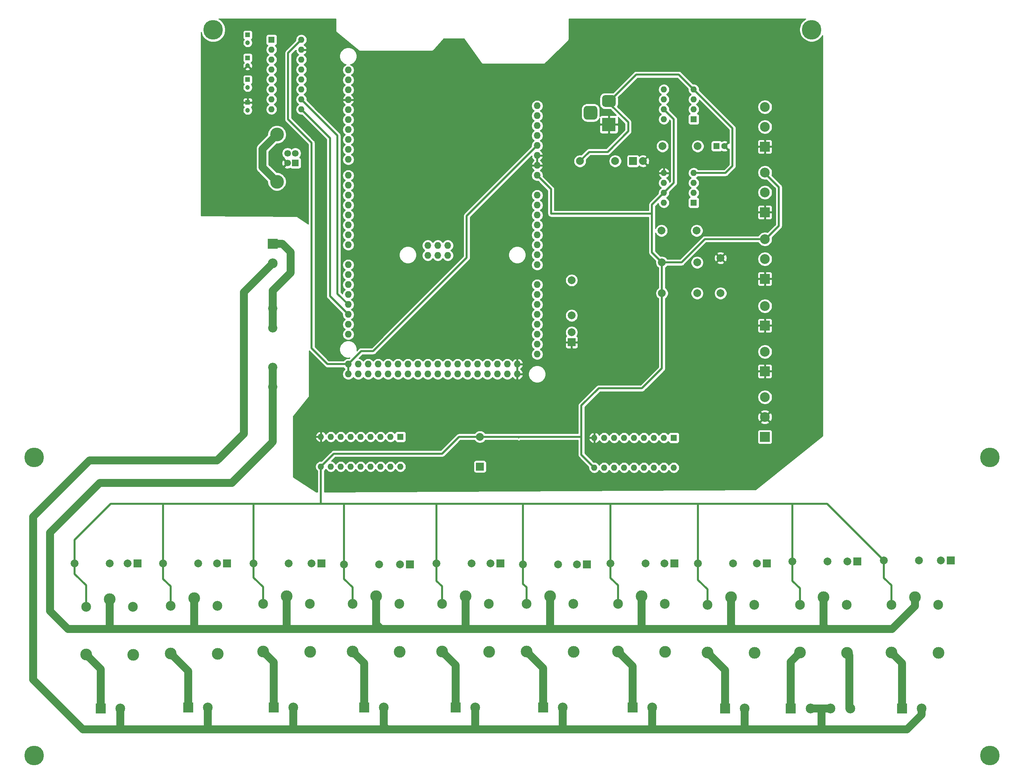
<source format=gbr>
%TF.GenerationSoftware,KiCad,Pcbnew,5.1.10-88a1d61d58~90~ubuntu20.04.1*%
%TF.CreationDate,2022-04-26T09:50:21-05:00*%
%TF.ProjectId,Autoclave_2.0,4175746f-636c-4617-9665-5f322e302e6b,rev?*%
%TF.SameCoordinates,Original*%
%TF.FileFunction,Copper,L2,Bot*%
%TF.FilePolarity,Positive*%
%FSLAX46Y46*%
G04 Gerber Fmt 4.6, Leading zero omitted, Abs format (unit mm)*
G04 Created by KiCad (PCBNEW 5.1.10-88a1d61d58~90~ubuntu20.04.1) date 2022-04-26 09:50:21*
%MOMM*%
%LPD*%
G01*
G04 APERTURE LIST*
%TA.AperFunction,ComponentPad*%
%ADD10C,5.000000*%
%TD*%
%TA.AperFunction,ComponentPad*%
%ADD11O,1.727200X1.727200*%
%TD*%
%TA.AperFunction,ComponentPad*%
%ADD12R,3.500000X3.500000*%
%TD*%
%TA.AperFunction,ComponentPad*%
%ADD13R,2.500000X2.500000*%
%TD*%
%TA.AperFunction,ComponentPad*%
%ADD14C,2.500000*%
%TD*%
%TA.AperFunction,ComponentPad*%
%ADD15C,3.000000*%
%TD*%
%TA.AperFunction,ComponentPad*%
%ADD16C,2.000000*%
%TD*%
%TA.AperFunction,ComponentPad*%
%ADD17R,2.000000X2.000000*%
%TD*%
%TA.AperFunction,ComponentPad*%
%ADD18R,1.200000X1.200000*%
%TD*%
%TA.AperFunction,ComponentPad*%
%ADD19C,1.200000*%
%TD*%
%TA.AperFunction,ComponentPad*%
%ADD20C,1.600000*%
%TD*%
%TA.AperFunction,ComponentPad*%
%ADD21R,1.600000X1.600000*%
%TD*%
%TA.AperFunction,ComponentPad*%
%ADD22C,2.350000*%
%TD*%
%TA.AperFunction,ComponentPad*%
%ADD23C,3.500000*%
%TD*%
%TA.AperFunction,ComponentPad*%
%ADD24C,1.700000*%
%TD*%
%TA.AperFunction,ComponentPad*%
%ADD25R,1.700000X1.700000*%
%TD*%
%TA.AperFunction,ComponentPad*%
%ADD26O,1.600000X1.600000*%
%TD*%
%TA.AperFunction,Conductor*%
%ADD27C,2.000000*%
%TD*%
%TA.AperFunction,Conductor*%
%ADD28C,0.500000*%
%TD*%
%TA.AperFunction,Conductor*%
%ADD29C,0.250000*%
%TD*%
%TA.AperFunction,Conductor*%
%ADD30C,0.254000*%
%TD*%
%TA.AperFunction,Conductor*%
%ADD31C,0.100000*%
%TD*%
G04 APERTURE END LIST*
D10*
%TO.P,REF\u002A\u002A,1*%
%TO.N,N/C*%
X272796000Y-89484200D03*
%TD*%
%TO.P,REF\u002A\u002A,1*%
%TO.N,N/C*%
X272796000Y-165658800D03*
%TD*%
D11*
%TO.P,XA1,MISO*%
%TO.N,Net-(XA1-PadMISO)*%
X129159000Y-35255200D03*
%TO.P,XA1,GND6*%
%TO.N,GND*%
X152019000Y-68148200D03*
%TO.P,XA1,GND5*%
X152019000Y-65608200D03*
%TO.P,XA1,D53*%
%TO.N,Net-(Q1-Pad5)*%
X149479000Y-68148200D03*
%TO.P,XA1,D52*%
%TO.N,Net-(Q1-Pad4)*%
X149479000Y-65608200D03*
%TO.P,XA1,D51*%
%TO.N,Net-(Q1-Pad6)*%
X146939000Y-68148200D03*
%TO.P,XA1,D50*%
%TO.N,Net-(Q1-Pad3)*%
X146939000Y-65608200D03*
%TO.P,XA1,D49*%
%TO.N,Net-(Q1-Pad7)*%
X144399000Y-68148200D03*
%TO.P,XA1,D48*%
%TO.N,Net-(Q1-Pad2)*%
X144399000Y-65608200D03*
%TO.P,XA1,D47*%
%TO.N,Net-(Q1-Pad8)*%
X141859000Y-68148200D03*
%TO.P,XA1,D46*%
%TO.N,Net-(Q1-Pad1)*%
X141859000Y-65608200D03*
%TO.P,XA1,D45*%
%TO.N,Net-(Q2-Pad1)*%
X139319000Y-68148200D03*
%TO.P,XA1,D44*%
%TO.N,Net-(Q2-Pad2)*%
X139319000Y-65608200D03*
%TO.P,XA1,D43*%
%TO.N,Net-(Q2-Pad3)*%
X136779000Y-68148200D03*
%TO.P,XA1,D42*%
%TO.N,Net-(XA1-PadD42)*%
X136779000Y-65608200D03*
%TO.P,XA1,D41*%
%TO.N,Net-(XA1-PadD41)*%
X134239000Y-68148200D03*
%TO.P,XA1,D40*%
%TO.N,Net-(XA1-PadD40)*%
X134239000Y-65608200D03*
%TO.P,XA1,D39*%
%TO.N,Net-(XA1-PadD39)*%
X131699000Y-68148200D03*
%TO.P,XA1,D38*%
%TO.N,Net-(XA1-PadD38)*%
X131699000Y-65608200D03*
%TO.P,XA1,D37*%
%TO.N,Net-(XA1-PadD37)*%
X129159000Y-68148200D03*
%TO.P,XA1,D36*%
%TO.N,Net-(XA1-PadD36)*%
X129159000Y-65608200D03*
%TO.P,XA1,D35*%
%TO.N,Net-(XA1-PadD35)*%
X126619000Y-68148200D03*
%TO.P,XA1,D34*%
%TO.N,Net-(XA1-PadD34)*%
X126619000Y-65608200D03*
%TO.P,XA1,D33*%
%TO.N,Net-(XA1-PadD33)*%
X124079000Y-68148200D03*
%TO.P,XA1,D32*%
%TO.N,Net-(XA1-PadD32)*%
X124079000Y-65608200D03*
%TO.P,XA1,D31*%
%TO.N,Net-(XA1-PadD31)*%
X121539000Y-68148200D03*
%TO.P,XA1,D30*%
%TO.N,Net-(XA1-PadD30)*%
X121539000Y-65608200D03*
%TO.P,XA1,D29*%
%TO.N,Net-(XA1-PadD29)*%
X118999000Y-68148200D03*
%TO.P,XA1,D28*%
%TO.N,Net-(XA1-PadD28)*%
X118999000Y-65608200D03*
%TO.P,XA1,D27*%
%TO.N,Net-(XA1-PadD27)*%
X116459000Y-68148200D03*
%TO.P,XA1,D26*%
%TO.N,Net-(XA1-PadD26)*%
X116459000Y-65608200D03*
%TO.P,XA1,D25*%
%TO.N,Net-(XA1-PadD25)*%
X113919000Y-68148200D03*
%TO.P,XA1,D24*%
%TO.N,Net-(XA1-PadD24)*%
X113919000Y-65608200D03*
%TO.P,XA1,D23*%
%TO.N,Net-(XA1-PadD23)*%
X111379000Y-68148200D03*
%TO.P,XA1,D22*%
%TO.N,Net-(XA1-PadD22)*%
X111379000Y-65608200D03*
%TO.P,XA1,5V4*%
%TO.N,+5V*%
X108839000Y-68148200D03*
%TO.P,XA1,5V3*%
X108839000Y-65608200D03*
%TO.P,XA1,A15*%
%TO.N,Net-(XA1-PadA15)*%
X157099000Y-63068200D03*
%TO.P,XA1,A14*%
%TO.N,Net-(XA1-PadA14)*%
X157099000Y-60528200D03*
%TO.P,XA1,A13*%
%TO.N,Net-(XA1-PadA13)*%
X157099000Y-57988200D03*
%TO.P,XA1,A12*%
%TO.N,Net-(XA1-PadA12)*%
X157099000Y-55448200D03*
%TO.P,XA1,A11*%
%TO.N,Net-(XA1-PadA11)*%
X157099000Y-52908200D03*
%TO.P,XA1,A10*%
%TO.N,Net-(XA1-PadA10)*%
X157099000Y-50368200D03*
%TO.P,XA1,A9*%
%TO.N,Net-(XA1-PadA9)*%
X157099000Y-47828200D03*
%TO.P,XA1,A8*%
%TO.N,Net-(XA1-PadA8)*%
X157099000Y-45288200D03*
%TO.P,XA1,A7*%
%TO.N,Net-(Nivel1-Pad1)*%
X157099000Y-40208200D03*
%TO.P,XA1,A6*%
%TO.N,Net-(Nivel1-Pad3)*%
X157099000Y-37668200D03*
%TO.P,XA1,A5*%
%TO.N,Net-(Blanca1-Pad2)*%
X157099000Y-35128200D03*
%TO.P,XA1,A4*%
%TO.N,Net-(Gris1-Pad2)*%
X157099000Y-32588200D03*
%TO.P,XA1,A3*%
%TO.N,Net-(XA1-PadA3)*%
X157099000Y-30048200D03*
%TO.P,XA1,A2*%
%TO.N,Net-(P_EX1-Pad2)*%
X157099000Y-27508200D03*
%TO.P,XA1,A1*%
%TO.N,Net-(P_IN1-Pad2)*%
X157099000Y-24968200D03*
%TO.P,XA1,*%
%TO.N,*%
X157099000Y431800D03*
%TO.P,XA1,D11*%
%TO.N,Net-(XA1-PadD11)*%
X108839000Y-5664200D03*
%TO.P,XA1,D12*%
%TO.N,Net-(XA1-PadD12)*%
X108839000Y-3124200D03*
%TO.P,XA1,D13*%
%TO.N,Net-(XA1-PadD13)*%
X108839000Y-584200D03*
%TO.P,XA1,AREF*%
%TO.N,Net-(XA1-PadAREF)*%
X108839000Y4495800D03*
%TO.P,XA1,SDA*%
%TO.N,Net-(XA1-PadSDA)*%
X108839000Y7035800D03*
%TO.P,XA1,SCL*%
%TO.N,Net-(XA1-PadSCL)*%
X108839000Y9575800D03*
%TO.P,XA1,D10*%
%TO.N,Net-(XA1-PadD10)*%
X108839000Y-8204200D03*
%TO.P,XA1,D9*%
%TO.N,Net-(XA1-PadD9)*%
X108839000Y-10744200D03*
%TO.P,XA1,D8*%
%TO.N,Net-(XA1-PadD8)*%
X108839000Y-13284200D03*
%TO.P,XA1,GND1*%
%TO.N,GND*%
X108839000Y1955800D03*
%TO.P,XA1,D7*%
%TO.N,Net-(XA1-PadD7)*%
X108839000Y-17348200D03*
%TO.P,XA1,D6*%
%TO.N,Net-(XA1-PadD6)*%
X108839000Y-19888200D03*
%TO.P,XA1,D5*%
%TO.N,Net-(XA1-PadD5)*%
X108839000Y-22428200D03*
%TO.P,XA1,D4*%
%TO.N,Net-(XA1-PadD4)*%
X108839000Y-24968200D03*
%TO.P,XA1,D3*%
%TO.N,Net-(XA1-PadD3)*%
X108839000Y-27508200D03*
%TO.P,XA1,D2*%
%TO.N,Net-(XA1-PadD2)*%
X108839000Y-30048200D03*
%TO.P,XA1,D1*%
%TO.N,Net-(XA1-PadD1)*%
X108839000Y-32588200D03*
%TO.P,XA1,D0*%
%TO.N,Net-(XA1-PadD0)*%
X108839000Y-35128200D03*
%TO.P,XA1,D14*%
%TO.N,Net-(R12-Pad2)*%
X108839000Y-40208200D03*
%TO.P,XA1,D15*%
%TO.N,Net-(XA1-PadD15)*%
X108839000Y-42748200D03*
%TO.P,XA1,D16*%
%TO.N,Net-(XA1-PadD16)*%
X108839000Y-45288200D03*
%TO.P,XA1,D17*%
%TO.N,Net-(XA1-PadD17)*%
X108839000Y-47828200D03*
%TO.P,XA1,D18*%
%TO.N,Net-(U3-Pad10)*%
X108839000Y-50368200D03*
%TO.P,XA1,D19*%
%TO.N,Net-(U3-Pad9)*%
X108839000Y-52908200D03*
%TO.P,XA1,D20*%
%TO.N,Net-(XA1-PadD20)*%
X108839000Y-55448200D03*
%TO.P,XA1,D21*%
%TO.N,Net-(XA1-PadD21)*%
X108839000Y-57988200D03*
%TO.P,XA1,IORF*%
%TO.N,Net-(XA1-PadIORF)*%
X157099000Y-2108200D03*
%TO.P,XA1,RST1*%
%TO.N,Net-(XA1-PadRST1)*%
X157099000Y-4648200D03*
%TO.P,XA1,3V3*%
%TO.N,Net-(XA1-Pad3V3)*%
X157099000Y-7188200D03*
%TO.P,XA1,5V1*%
%TO.N,+5V*%
X157099000Y-9728200D03*
%TO.P,XA1,GND2*%
%TO.N,GND*%
X157099000Y-12268200D03*
%TO.P,XA1,GND3*%
X157099000Y-14808200D03*
%TO.P,XA1,VIN*%
%TO.N,+12V*%
X157099000Y-17348200D03*
%TO.P,XA1,A0*%
%TO.N,Net-(U2-Pad2)*%
X157099000Y-22428200D03*
%TO.P,XA1,5V2*%
%TO.N,Net-(XA1-Pad5V2)*%
X129159000Y-37795200D03*
%TO.P,XA1,SCK*%
%TO.N,Net-(XA1-PadSCK)*%
X131699000Y-35255200D03*
%TO.P,XA1,MOSI*%
%TO.N,Net-(XA1-PadMOSI)*%
X131699000Y-37795200D03*
%TO.P,XA1,GND4*%
%TO.N,Net-(XA1-PadGND4)*%
X134239000Y-37795200D03*
%TO.P,XA1,RST2*%
%TO.N,Net-(XA1-PadRST2)*%
X134239000Y-35255200D03*
%TD*%
D10*
%TO.P,REF\u002A\u002A,1*%
%TO.N,N/C*%
X28600400Y-89484200D03*
%TD*%
%TO.P,REF\u002A\u002A,1*%
%TO.N,N/C*%
X28600400Y-165658800D03*
%TD*%
%TO.P,REF\u002A\u002A,1*%
%TO.N,N/C*%
X74320400Y19837400D03*
%TD*%
%TO.P,REF\u002A\u002A,1*%
%TO.N,N/C*%
X227228400Y19888200D03*
%TD*%
D12*
%TO.P,J4,1*%
%TO.N,GND*%
X175437800Y-4343400D03*
%TO.P,J4,2*%
%TO.N,-12V*%
%TA.AperFunction,ComponentPad*%
G36*
G01*
X174437800Y3156600D02*
X176437800Y3156600D01*
G75*
G02*
X177187800Y2406600I0J-750000D01*
G01*
X177187800Y906600D01*
G75*
G02*
X176437800Y156600I-750000J0D01*
G01*
X174437800Y156600D01*
G75*
G02*
X173687800Y906600I0J750000D01*
G01*
X173687800Y2406600D01*
G75*
G02*
X174437800Y3156600I750000J0D01*
G01*
G37*
%TD.AperFunction*%
%TO.P,J4,3*%
%TO.N,N/C*%
%TA.AperFunction,ComponentPad*%
G36*
G01*
X169862800Y406600D02*
X171612800Y406600D01*
G75*
G02*
X172487800Y-468400I0J-875000D01*
G01*
X172487800Y-2218400D01*
G75*
G02*
X171612800Y-3093400I-875000J0D01*
G01*
X169862800Y-3093400D01*
G75*
G02*
X168987800Y-2218400I0J875000D01*
G01*
X168987800Y-468400D01*
G75*
G02*
X169862800Y406600I875000J0D01*
G01*
G37*
%TD.AperFunction*%
%TD*%
D13*
%TO.P,Blanca1,1*%
%TO.N,GND*%
X215290400Y-67437000D03*
D14*
%TO.P,Blanca1,2*%
%TO.N,Net-(Blanca1-Pad2)*%
X215290400Y-62437000D03*
%TD*%
D13*
%TO.P,T_EX1,1*%
%TO.N,GND*%
X215290400Y-10033000D03*
D14*
%TO.P,T_EX1,2*%
%TO.N,Net-(R1.2-Pad2)*%
X215290400Y-4953000D03*
%TO.P,T_EX1,3*%
X215290400Y127000D03*
%TD*%
D13*
%TO.P,P_IN1,1*%
%TO.N,GND*%
X215290400Y-26797000D03*
D14*
%TO.P,P_IN1,2*%
%TO.N,Net-(P_IN1-Pad2)*%
X215290400Y-21717000D03*
%TO.P,P_IN1,3*%
%TO.N,+12V*%
X215290400Y-16637000D03*
%TD*%
D13*
%TO.P,P_EX1,1*%
%TO.N,GND*%
X215290400Y-43815000D03*
D14*
%TO.P,P_EX1,2*%
%TO.N,Net-(P_EX1-Pad2)*%
X215290400Y-38735000D03*
%TO.P,P_EX1,3*%
%TO.N,+12V*%
X215290400Y-33655000D03*
%TD*%
D13*
%TO.P,Nivel1,1*%
%TO.N,Net-(Nivel1-Pad1)*%
X215290400Y-84201000D03*
D14*
%TO.P,Nivel1,2*%
%TO.N,GND*%
X215290400Y-79121000D03*
%TO.P,Nivel1,3*%
%TO.N,Net-(Nivel1-Pad3)*%
X215290400Y-74041000D03*
%TD*%
D13*
%TO.P,J12,1*%
%TO.N,Net-(ENA1-Pad3)*%
X45618400Y-153619200D03*
D14*
%TO.P,J12,2*%
%TO.N,NEUT*%
X50618400Y-153619200D03*
%TD*%
D13*
%TO.P,J11,1*%
%TO.N,Net-(J11-Pad1)*%
X67970400Y-153365200D03*
D14*
%TO.P,J11,2*%
%TO.N,NEUT*%
X72970400Y-153365200D03*
%TD*%
D13*
%TO.P,J10,1*%
%TO.N,Net-(ESL1-Pad3)*%
X250342400Y-153619200D03*
D14*
%TO.P,J10,2*%
%TO.N,NEUT*%
X255342400Y-153619200D03*
%TD*%
D13*
%TO.P,J9,1*%
%TO.N,Net-(ESR1-Pad3)*%
X89814400Y-153365200D03*
D14*
%TO.P,J9,2*%
%TO.N,NEUT*%
X94814400Y-153365200D03*
%TD*%
D13*
%TO.P,J8,1*%
%TO.N,Net-(EM1-Pad3)*%
X221894400Y-153619200D03*
D14*
%TO.P,J8,2*%
%TO.N,NEUT*%
X226974400Y-153619200D03*
%TO.P,J8,3*%
X232054400Y-153619200D03*
%TO.P,J8,4*%
%TO.N,Net-(EM1-Pad4)*%
X237134400Y-153619200D03*
%TD*%
D13*
%TO.P,J7,1*%
%TO.N,Net-(EST1-Pad3)*%
X112928400Y-153365200D03*
D14*
%TO.P,J7,2*%
%TO.N,NEUT*%
X117928400Y-153365200D03*
%TD*%
D13*
%TO.P,J6,1*%
%TO.N,Net-(CNT1-Pad3)*%
X205130400Y-153619200D03*
D14*
%TO.P,J6,2*%
%TO.N,NEUT*%
X210130400Y-153619200D03*
%TD*%
D13*
%TO.P,J5,1*%
%TO.N,Net-(BMB1-Pad3)*%
X136296400Y-153365200D03*
D14*
%TO.P,J5,2*%
%TO.N,NEUT*%
X141296400Y-153365200D03*
%TD*%
D13*
%TO.P,J3,1*%
%TO.N,Net-(J3-Pad1)*%
X181508400Y-153365200D03*
D14*
%TO.P,J3,2*%
%TO.N,NEUT*%
X186508400Y-153365200D03*
%TD*%
D13*
%TO.P,J2,1*%
%TO.N,Net-(J2-Pad1)*%
X158648400Y-153365200D03*
D14*
%TO.P,J2,2*%
%TO.N,NEUT*%
X163648400Y-153365200D03*
%TD*%
D13*
%TO.P,J1,1*%
%TO.N,Net-(F1-Pad1)*%
X89535000Y-34874200D03*
D14*
%TO.P,J1,2*%
%TO.N,NEUT*%
X89535000Y-39874200D03*
%TD*%
D13*
%TO.P,Gris1,1*%
%TO.N,GND*%
X215290400Y-55753000D03*
D14*
%TO.P,Gris1,2*%
%TO.N,Net-(Gris1-Pad2)*%
X215290400Y-50753000D03*
%TD*%
%TO.P,BMB1,2*%
%TO.N,+12V*%
X132786400Y-126867200D03*
D15*
%TO.P,BMB1,3*%
%TO.N,Net-(BMB1-Pad3)*%
X132786400Y-139067200D03*
%TO.P,BMB1,4*%
%TO.N,Net-(BMB1-Pad4)*%
X144836400Y-139117200D03*
D14*
%TO.P,BMB1,5*%
%TO.N,Net-(BMB1-Pad5)*%
X144786400Y-126867200D03*
D15*
%TO.P,BMB1,1*%
%TO.N,LINE*%
X138836400Y-124917200D03*
%TD*%
D16*
%TO.P,Buzzer1,2*%
%TO.N,+12V*%
X142494000Y-84195600D03*
D17*
%TO.P,Buzzer1,1*%
%TO.N,Net-(Buzzer1-Pad1)*%
X142494000Y-91795600D03*
%TD*%
D18*
%TO.P,C1,1*%
%TO.N,Net-(C1-Pad1)*%
X83134200Y7137400D03*
D19*
%TO.P,C1,2*%
%TO.N,Net-(C1-Pad2)*%
X83134200Y5137400D03*
%TD*%
%TO.P,C2,2*%
%TO.N,Net-(C2-Pad2)*%
X83134200Y-704600D03*
D18*
%TO.P,C2,1*%
%TO.N,GND*%
X83134200Y1295400D03*
%TD*%
%TO.P,C3,1*%
%TO.N,Net-(C3-Pad1)*%
X83134200Y12693400D03*
D19*
%TO.P,C3,2*%
%TO.N,GND*%
X83134200Y10693400D03*
%TD*%
%TO.P,C4,2*%
%TO.N,Net-(C4-Pad2)*%
X83134200Y16567400D03*
D18*
%TO.P,C4,1*%
%TO.N,Net-(C4-Pad1)*%
X83134200Y18567400D03*
%TD*%
D20*
%TO.P,Cf1,2*%
%TO.N,GND*%
X204946000Y-9880600D03*
D21*
%TO.P,Cf1,1*%
%TO.N,Net-(Cf1-Pad1)*%
X202946000Y-9880600D03*
%TD*%
D14*
%TO.P,CNT1,2*%
%TO.N,+12V*%
X200604400Y-127121200D03*
D15*
%TO.P,CNT1,3*%
%TO.N,Net-(CNT1-Pad3)*%
X200604400Y-139321200D03*
%TO.P,CNT1,4*%
%TO.N,Net-(CNT1-Pad4)*%
X212654400Y-139371200D03*
D14*
%TO.P,CNT1,5*%
%TO.N,Net-(CNT1-Pad5)*%
X212604400Y-127121200D03*
D15*
%TO.P,CNT1,1*%
%TO.N,LINE*%
X206654400Y-125171200D03*
%TD*%
D17*
%TO.P,D1,1*%
%TO.N,Net-(D1-Pad1)*%
X169824400Y-116789200D03*
D16*
%TO.P,D1,2*%
%TO.N,Net-(D1-Pad2)*%
X167284400Y-116789200D03*
%TD*%
%TO.P,D2,2*%
%TO.N,Net-(D2-Pad2)*%
X189636400Y-116535200D03*
D17*
%TO.P,D2,1*%
%TO.N,Net-(D2-Pad1)*%
X192176400Y-116535200D03*
%TD*%
D16*
%TO.P,D3,2*%
%TO.N,GND*%
X184150000Y-13690600D03*
D17*
%TO.P,D3,1*%
%TO.N,Net-(D3-Pad1)*%
X181610000Y-13690600D03*
%TD*%
%TO.P,D4,1*%
%TO.N,Net-(BMB1-Pad5)*%
X147726400Y-116535200D03*
D16*
%TO.P,D4,2*%
%TO.N,Net-(D4-Pad2)*%
X145186400Y-116535200D03*
%TD*%
%TO.P,D5,2*%
%TO.N,Net-(D5-Pad2)*%
X213258400Y-116535200D03*
D17*
%TO.P,D5,1*%
%TO.N,Net-(CNT1-Pad5)*%
X215798400Y-116535200D03*
%TD*%
%TO.P,D6,1*%
%TO.N,Net-(D6-Pad1)*%
X124612400Y-116789200D03*
D16*
%TO.P,D6,2*%
%TO.N,Net-(D6-Pad2)*%
X122072400Y-116789200D03*
%TD*%
%TO.P,D7,2*%
%TO.N,Net-(D7-Pad2)*%
X236372400Y-116027200D03*
D17*
%TO.P,D7,1*%
%TO.N,Net-(D7-Pad1)*%
X238912400Y-116027200D03*
%TD*%
%TO.P,D8,1*%
%TO.N,Net-(D8-Pad1)*%
X102006400Y-116535200D03*
D16*
%TO.P,D8,2*%
%TO.N,Net-(D8-Pad2)*%
X99466400Y-116535200D03*
%TD*%
%TO.P,D9,2*%
%TO.N,Net-(D9-Pad2)*%
X260248400Y-115773200D03*
D17*
%TO.P,D9,1*%
%TO.N,Net-(D9-Pad1)*%
X262788400Y-115773200D03*
%TD*%
%TO.P,D10,1*%
%TO.N,Net-(D10-Pad1)*%
X77876400Y-116535200D03*
D16*
%TO.P,D10,2*%
%TO.N,Net-(D10-Pad2)*%
X75336400Y-116535200D03*
%TD*%
%TO.P,D11,2*%
%TO.N,Net-(D11-Pad2)*%
X52476400Y-116535200D03*
D17*
%TO.P,D11,1*%
%TO.N,Net-(D11-Pad1)*%
X55016400Y-116535200D03*
%TD*%
%TO.P,D12,1*%
%TO.N,GND*%
X165912800Y-60020200D03*
D16*
%TO.P,D12,2*%
%TO.N,Net-(D12-Pad2)*%
X165912800Y-57480200D03*
%TD*%
D15*
%TO.P,EM1,1*%
%TO.N,LINE*%
X230276400Y-125171200D03*
D14*
%TO.P,EM1,5*%
%TO.N,Net-(D7-Pad1)*%
X236226400Y-127121200D03*
D15*
%TO.P,EM1,4*%
%TO.N,Net-(EM1-Pad4)*%
X236276400Y-139371200D03*
%TO.P,EM1,3*%
%TO.N,Net-(EM1-Pad3)*%
X224226400Y-139321200D03*
D14*
%TO.P,EM1,2*%
%TO.N,+12V*%
X224226400Y-127121200D03*
%TD*%
D15*
%TO.P,ENA1,1*%
%TO.N,LINE*%
X47904400Y-125679200D03*
D14*
%TO.P,ENA1,5*%
%TO.N,Net-(D11-Pad1)*%
X53854400Y-127629200D03*
D15*
%TO.P,ENA1,4*%
%TO.N,Net-(ENA1-Pad4)*%
X53904400Y-139879200D03*
%TO.P,ENA1,3*%
%TO.N,Net-(ENA1-Pad3)*%
X41854400Y-139829200D03*
D14*
%TO.P,ENA1,2*%
%TO.N,+12V*%
X41854400Y-127629200D03*
%TD*%
D15*
%TO.P,ESL1,1*%
%TO.N,LINE*%
X253644400Y-125171200D03*
D14*
%TO.P,ESL1,5*%
%TO.N,Net-(D9-Pad1)*%
X259594400Y-127121200D03*
D15*
%TO.P,ESL1,4*%
%TO.N,Net-(ESL1-Pad4)*%
X259644400Y-139371200D03*
%TO.P,ESL1,3*%
%TO.N,Net-(ESL1-Pad3)*%
X247594400Y-139321200D03*
D14*
%TO.P,ESL1,2*%
%TO.N,+12V*%
X247594400Y-127121200D03*
%TD*%
%TO.P,ESR1,2*%
%TO.N,+12V*%
X87066400Y-126867200D03*
D15*
%TO.P,ESR1,3*%
%TO.N,Net-(ESR1-Pad3)*%
X87066400Y-139067200D03*
%TO.P,ESR1,4*%
%TO.N,Net-(ESR1-Pad4)*%
X99116400Y-139117200D03*
D14*
%TO.P,ESR1,5*%
%TO.N,Net-(D8-Pad1)*%
X99066400Y-126867200D03*
D15*
%TO.P,ESR1,1*%
%TO.N,LINE*%
X93116400Y-124917200D03*
%TD*%
%TO.P,EST1,1*%
%TO.N,LINE*%
X115976400Y-124917200D03*
D14*
%TO.P,EST1,5*%
%TO.N,Net-(D6-Pad1)*%
X121926400Y-126867200D03*
D15*
%TO.P,EST1,4*%
%TO.N,Net-(EST1-Pad4)*%
X121976400Y-139117200D03*
%TO.P,EST1,3*%
%TO.N,Net-(EST1-Pad3)*%
X109926400Y-139067200D03*
D14*
%TO.P,EST1,2*%
%TO.N,+12V*%
X109926400Y-126867200D03*
%TD*%
D22*
%TO.P,F1,1*%
%TO.N,Net-(F1-Pad1)*%
X89535000Y-51384200D03*
X89535000Y-56384200D03*
%TO.P,F1,2*%
%TO.N,LINE*%
X89535000Y-71384200D03*
X89535000Y-66384200D03*
%TD*%
D23*
%TO.P,J13,5*%
%TO.N,Net-(J13-Pad5)*%
X90616200Y-6928600D03*
X90616200Y-18968600D03*
D24*
%TO.P,J13,4*%
%TO.N,GND*%
X93326200Y-14198600D03*
%TO.P,J13,3*%
%TO.N,Net-(J13-Pad3)*%
X93326200Y-11698600D03*
%TO.P,J13,2*%
%TO.N,Net-(J13-Pad2)*%
X95326200Y-11698600D03*
D25*
%TO.P,J13,1*%
%TO.N,+12V*%
X95326200Y-14198600D03*
%TD*%
D15*
%TO.P,MP1,1*%
%TO.N,LINE*%
X183794400Y-124917200D03*
D14*
%TO.P,MP1,5*%
%TO.N,Net-(D2-Pad1)*%
X189744400Y-126867200D03*
D15*
%TO.P,MP1,4*%
%TO.N,Net-(MP1-Pad4)*%
X189794400Y-139117200D03*
%TO.P,MP1,3*%
%TO.N,Net-(J3-Pad1)*%
X177744400Y-139067200D03*
D14*
%TO.P,MP1,2*%
%TO.N,+12V*%
X177744400Y-126867200D03*
%TD*%
D21*
%TO.P,Q1,1*%
%TO.N,Net-(Q1-Pad1)*%
X192024000Y-84429600D03*
D26*
%TO.P,Q1,10*%
%TO.N,+12V*%
X171704000Y-92049600D03*
%TO.P,Q1,2*%
%TO.N,Net-(Q1-Pad2)*%
X189484000Y-84429600D03*
%TO.P,Q1,11*%
%TO.N,Net-(D8-Pad1)*%
X174244000Y-92049600D03*
%TO.P,Q1,3*%
%TO.N,Net-(Q1-Pad3)*%
X186944000Y-84429600D03*
%TO.P,Q1,12*%
%TO.N,Net-(D6-Pad1)*%
X176784000Y-92049600D03*
%TO.P,Q1,4*%
%TO.N,Net-(Q1-Pad4)*%
X184404000Y-84429600D03*
%TO.P,Q1,13*%
%TO.N,Net-(BMB1-Pad5)*%
X179324000Y-92049600D03*
%TO.P,Q1,5*%
%TO.N,Net-(Q1-Pad5)*%
X181864000Y-84429600D03*
%TO.P,Q1,14*%
%TO.N,Net-(D1-Pad1)*%
X181864000Y-92049600D03*
%TO.P,Q1,6*%
%TO.N,Net-(Q1-Pad6)*%
X179324000Y-84429600D03*
%TO.P,Q1,15*%
%TO.N,Net-(D2-Pad1)*%
X184404000Y-92049600D03*
%TO.P,Q1,7*%
%TO.N,Net-(Q1-Pad7)*%
X176784000Y-84429600D03*
%TO.P,Q1,16*%
%TO.N,Net-(CNT1-Pad5)*%
X186944000Y-92049600D03*
%TO.P,Q1,8*%
%TO.N,Net-(Q1-Pad8)*%
X174244000Y-84429600D03*
%TO.P,Q1,17*%
%TO.N,Net-(D7-Pad1)*%
X189484000Y-92049600D03*
%TO.P,Q1,9*%
%TO.N,GND*%
X171704000Y-84429600D03*
%TO.P,Q1,18*%
%TO.N,Net-(D9-Pad1)*%
X192024000Y-92049600D03*
%TD*%
%TO.P,Q2,18*%
%TO.N,Net-(D10-Pad1)*%
X122174000Y-91795600D03*
%TO.P,Q2,9*%
%TO.N,GND*%
X101854000Y-84175600D03*
%TO.P,Q2,17*%
%TO.N,Net-(D11-Pad1)*%
X119634000Y-91795600D03*
%TO.P,Q2,8*%
%TO.N,Net-(Q2-Pad8)*%
X104394000Y-84175600D03*
%TO.P,Q2,16*%
%TO.N,Net-(Buzzer1-Pad1)*%
X117094000Y-91795600D03*
%TO.P,Q2,7*%
%TO.N,Net-(Q2-Pad7)*%
X106934000Y-84175600D03*
%TO.P,Q2,15*%
%TO.N,Net-(Q2-Pad15)*%
X114554000Y-91795600D03*
%TO.P,Q2,6*%
%TO.N,Net-(Q2-Pad6)*%
X109474000Y-84175600D03*
%TO.P,Q2,14*%
%TO.N,Net-(Q2-Pad14)*%
X112014000Y-91795600D03*
%TO.P,Q2,5*%
%TO.N,Net-(Q2-Pad5)*%
X112014000Y-84175600D03*
%TO.P,Q2,13*%
%TO.N,Net-(Q2-Pad13)*%
X109474000Y-91795600D03*
%TO.P,Q2,4*%
%TO.N,Net-(Q2-Pad4)*%
X114554000Y-84175600D03*
%TO.P,Q2,12*%
%TO.N,Net-(Q2-Pad12)*%
X106934000Y-91795600D03*
%TO.P,Q2,3*%
%TO.N,Net-(Q2-Pad3)*%
X117094000Y-84175600D03*
%TO.P,Q2,11*%
%TO.N,Net-(Q2-Pad11)*%
X104394000Y-91795600D03*
%TO.P,Q2,2*%
%TO.N,Net-(Q2-Pad2)*%
X119634000Y-84175600D03*
%TO.P,Q2,10*%
%TO.N,+12V*%
X101854000Y-91795600D03*
D21*
%TO.P,Q2,1*%
%TO.N,Net-(Q2-Pad1)*%
X122174000Y-84175600D03*
%TD*%
D16*
%TO.P,R1,2*%
%TO.N,+12V*%
X153458400Y-116789200D03*
%TO.P,R1,1*%
%TO.N,Net-(D1-Pad2)*%
X162458400Y-116789200D03*
%TD*%
%TO.P,R1.1,1*%
%TO.N,+12V*%
X188976000Y-47472600D03*
%TO.P,R1.1,2*%
%TO.N,Net-(R1.1-Pad2)*%
X197976000Y-47472600D03*
%TD*%
%TO.P,R1.2,1*%
%TO.N,+12V*%
X188976000Y-39598600D03*
%TO.P,R1.2,2*%
%TO.N,Net-(R1.2-Pad2)*%
X197976000Y-39598600D03*
%TD*%
%TO.P,R2,1*%
%TO.N,Net-(D2-Pad2)*%
X184810400Y-116535200D03*
%TO.P,R2,2*%
%TO.N,+12V*%
X175810400Y-116535200D03*
%TD*%
%TO.P,R3,1*%
%TO.N,Net-(D3-Pad1)*%
X177038000Y-13690600D03*
%TO.P,R3,2*%
%TO.N,-12V*%
X168038000Y-13690600D03*
%TD*%
%TO.P,R4,1*%
%TO.N,Net-(D4-Pad2)*%
X140360400Y-116535200D03*
%TO.P,R4,2*%
%TO.N,+12V*%
X131360400Y-116535200D03*
%TD*%
%TO.P,R5,2*%
%TO.N,+12V*%
X198162400Y-116535200D03*
%TO.P,R5,1*%
%TO.N,Net-(D5-Pad2)*%
X207162400Y-116535200D03*
%TD*%
%TO.P,R6,1*%
%TO.N,Net-(D6-Pad2)*%
X116738400Y-116789200D03*
%TO.P,R6,2*%
%TO.N,+12V*%
X107738400Y-116789200D03*
%TD*%
%TO.P,R7,2*%
%TO.N,+12V*%
X222292400Y-116027200D03*
%TO.P,R7,1*%
%TO.N,Net-(D7-Pad2)*%
X231292400Y-116027200D03*
%TD*%
%TO.P,R8,2*%
%TO.N,+12V*%
X84624400Y-116535200D03*
%TO.P,R8,1*%
%TO.N,Net-(D8-Pad2)*%
X93624400Y-116535200D03*
%TD*%
%TO.P,R9,1*%
%TO.N,Net-(D9-Pad2)*%
X254660400Y-115773200D03*
%TO.P,R9,2*%
%TO.N,+12V*%
X245660400Y-115773200D03*
%TD*%
%TO.P,R10,2*%
%TO.N,+12V*%
X61510400Y-116535200D03*
%TO.P,R10,1*%
%TO.N,Net-(D10-Pad2)*%
X70510400Y-116535200D03*
%TD*%
%TO.P,R11,2*%
%TO.N,+12V*%
X38904400Y-116535200D03*
%TO.P,R11,1*%
%TO.N,Net-(D11-Pad2)*%
X47904400Y-116535200D03*
%TD*%
%TO.P,R12,2*%
%TO.N,Net-(R12-Pad2)*%
X165912800Y-44162200D03*
%TO.P,R12,1*%
%TO.N,Net-(D12-Pad2)*%
X165912800Y-53162200D03*
%TD*%
%TO.P,Rb1,2*%
%TO.N,GND*%
X203962000Y-38472600D03*
%TO.P,Rb1,1*%
%TO.N,Net-(R1.1-Pad2)*%
X203962000Y-47472600D03*
%TD*%
%TO.P,Rf1,1*%
%TO.N,Net-(Cf1-Pad1)*%
X198120000Y-9880600D03*
%TO.P,Rf1,2*%
%TO.N,Net-(Rf1-Pad2)*%
X189120000Y-9880600D03*
%TD*%
%TO.P,Rg1,2*%
%TO.N,Net-(Rg1-Pad2)*%
X188866000Y-31470600D03*
%TO.P,Rg1,1*%
%TO.N,Net-(Rg1-Pad1)*%
X197866000Y-31470600D03*
%TD*%
D14*
%TO.P,SEC1,2*%
%TO.N,+12V*%
X63444400Y-127375200D03*
D15*
%TO.P,SEC1,3*%
%TO.N,Net-(J11-Pad1)*%
X63444400Y-139575200D03*
%TO.P,SEC1,4*%
%TO.N,Net-(SEC1-Pad4)*%
X75494400Y-139625200D03*
D14*
%TO.P,SEC1,5*%
%TO.N,Net-(D10-Pad1)*%
X75444400Y-127375200D03*
D15*
%TO.P,SEC1,1*%
%TO.N,LINE*%
X69494400Y-125425200D03*
%TD*%
D14*
%TO.P,SP1,2*%
%TO.N,+12V*%
X154376400Y-126867200D03*
D15*
%TO.P,SP1,3*%
%TO.N,Net-(J2-Pad1)*%
X154376400Y-139067200D03*
%TO.P,SP1,4*%
%TO.N,Net-(SP1-Pad4)*%
X166426400Y-139117200D03*
D14*
%TO.P,SP1,5*%
%TO.N,Net-(D1-Pad1)*%
X166376400Y-126867200D03*
D15*
%TO.P,SP1,1*%
%TO.N,LINE*%
X160426400Y-124917200D03*
%TD*%
D21*
%TO.P,U1,1*%
%TO.N,Net-(Rg1-Pad1)*%
X197104000Y-24358600D03*
D26*
%TO.P,U1,5*%
%TO.N,GND*%
X189484000Y-16738600D03*
%TO.P,U1,2*%
%TO.N,Net-(R1.1-Pad2)*%
X197104000Y-21818600D03*
%TO.P,U1,6*%
%TO.N,Net-(Rf1-Pad2)*%
X189484000Y-19278600D03*
%TO.P,U1,3*%
%TO.N,Net-(R1.2-Pad2)*%
X197104000Y-19278600D03*
%TO.P,U1,7*%
%TO.N,+12V*%
X189484000Y-21818600D03*
%TO.P,U1,4*%
%TO.N,-12V*%
X197104000Y-16738600D03*
%TO.P,U1,8*%
%TO.N,Net-(Rg1-Pad2)*%
X189484000Y-24358600D03*
%TD*%
%TO.P,U2,8*%
%TO.N,Net-(U2-Pad8)*%
X189484000Y-3022600D03*
%TO.P,U2,4*%
%TO.N,-12V*%
X197104000Y4597400D03*
%TO.P,U2,7*%
%TO.N,+12V*%
X189484000Y-482600D03*
%TO.P,U2,3*%
%TO.N,Net-(Cf1-Pad1)*%
X197104000Y2057400D03*
%TO.P,U2,6*%
%TO.N,Net-(U2-Pad2)*%
X189484000Y2057400D03*
%TO.P,U2,2*%
X197104000Y-482600D03*
%TO.P,U2,5*%
%TO.N,Net-(U2-Pad5)*%
X189484000Y4597400D03*
D21*
%TO.P,U2,1*%
%TO.N,Net-(U2-Pad1)*%
X197104000Y-3022600D03*
%TD*%
D26*
%TO.P,U3,16*%
%TO.N,+5V*%
X96850200Y17297400D03*
%TO.P,U3,8*%
%TO.N,Net-(J13-Pad3)*%
X89230200Y-482600D03*
%TO.P,U3,15*%
%TO.N,GND*%
X96850200Y14757400D03*
%TO.P,U3,7*%
%TO.N,Net-(J13-Pad2)*%
X89230200Y2057400D03*
%TO.P,U3,14*%
%TO.N,Net-(U3-Pad14)*%
X96850200Y12217400D03*
%TO.P,U3,6*%
%TO.N,Net-(C2-Pad2)*%
X89230200Y4597400D03*
%TO.P,U3,13*%
%TO.N,Net-(U3-Pad13)*%
X96850200Y9677400D03*
%TO.P,U3,5*%
%TO.N,Net-(C1-Pad2)*%
X89230200Y7137400D03*
%TO.P,U3,12*%
%TO.N,Net-(U3-Pad12)*%
X96850200Y7137400D03*
%TO.P,U3,4*%
%TO.N,Net-(C1-Pad1)*%
X89230200Y9677400D03*
%TO.P,U3,11*%
%TO.N,Net-(U3-Pad11)*%
X96850200Y4597400D03*
%TO.P,U3,3*%
%TO.N,Net-(C4-Pad2)*%
X89230200Y12217400D03*
%TO.P,U3,10*%
%TO.N,Net-(U3-Pad10)*%
X96850200Y2057400D03*
%TO.P,U3,2*%
%TO.N,Net-(C3-Pad1)*%
X89230200Y14757400D03*
%TO.P,U3,9*%
%TO.N,Net-(U3-Pad9)*%
X96850200Y-482600D03*
D21*
%TO.P,U3,1*%
%TO.N,Net-(C4-Pad1)*%
X89230200Y17297400D03*
%TD*%
D27*
%TO.N,LINE*%
X32664400Y-128727200D02*
X32664400Y-108661200D01*
X37236400Y-133299200D02*
X32664400Y-128727200D01*
X253644400Y-127457200D02*
X247802400Y-133299200D01*
X253644400Y-125171200D02*
X253644400Y-127457200D01*
X89535000Y-71384200D02*
X89535000Y-66384200D01*
X47904400Y-125679200D02*
X47904400Y-132791200D01*
X47904400Y-132791200D02*
X48412400Y-133299200D01*
X48412400Y-133299200D02*
X37236400Y-133299200D01*
X69494400Y-125425200D02*
X69494400Y-133299200D01*
X69494400Y-133299200D02*
X48412400Y-133299200D01*
X93116400Y-133045200D02*
X92862400Y-133299200D01*
X93116400Y-124917200D02*
X93116400Y-133045200D01*
X92862400Y-133299200D02*
X69494400Y-133299200D01*
X115976400Y-132029200D02*
X117246400Y-133299200D01*
X115976400Y-124917200D02*
X115976400Y-132029200D01*
X117246400Y-133299200D02*
X92862400Y-133299200D01*
X138836400Y-133045200D02*
X138582400Y-133299200D01*
X138836400Y-124917200D02*
X138836400Y-133045200D01*
X138582400Y-133299200D02*
X117246400Y-133299200D01*
X160426400Y-133045200D02*
X160680400Y-133299200D01*
X160426400Y-124917200D02*
X160426400Y-133045200D01*
X160680400Y-133299200D02*
X138582400Y-133299200D01*
X183794400Y-133045200D02*
X184048400Y-133299200D01*
X183794400Y-124917200D02*
X183794400Y-133045200D01*
X184048400Y-133299200D02*
X160680400Y-133299200D01*
X206654400Y-132537200D02*
X207416400Y-133299200D01*
X206654400Y-125171200D02*
X206654400Y-132537200D01*
X207416400Y-133299200D02*
X184048400Y-133299200D01*
X230276400Y-132537200D02*
X231038400Y-133299200D01*
X230276400Y-125171200D02*
X230276400Y-132537200D01*
X231038400Y-133299200D02*
X207416400Y-133299200D01*
X247802400Y-133299200D02*
X231038400Y-133299200D01*
X89535000Y-71384200D02*
X89535000Y-85496400D01*
X89535000Y-85496400D02*
X79095600Y-95935800D01*
X45389800Y-95935800D02*
X32664400Y-108661200D01*
X79095600Y-95935800D02*
X45389800Y-95935800D01*
%TO.N,Net-(BMB1-Pad3)*%
X136296400Y-142577200D02*
X132786400Y-139067200D01*
X136296400Y-153365200D02*
X136296400Y-142577200D01*
D28*
%TO.N,+12V*%
X188976000Y-47472600D02*
X188976000Y-39598600D01*
X189484000Y-21818600D02*
X186436000Y-24866600D01*
X186436000Y-37058600D02*
X188976000Y-39598600D01*
X189484000Y-21818600D02*
X192024000Y-19278600D01*
X192024000Y-3022600D02*
X189484000Y-482600D01*
X192024000Y-19278600D02*
X192024000Y-3022600D01*
D29*
X157353000Y-17094200D02*
X157099000Y-17348200D01*
D28*
X215290400Y-33815000D02*
X218846400Y-30259000D01*
X218846400Y-20353000D02*
X215290400Y-16797000D01*
X218846400Y-30259000D02*
X218846400Y-20353000D01*
X157099000Y-17348200D02*
X160655000Y-20904200D01*
X168402000Y-88747600D02*
X171704000Y-92049600D01*
D29*
X168128000Y-84195600D02*
X168402000Y-83921600D01*
D28*
X168402000Y-83921600D02*
X168402000Y-88747600D01*
X101854000Y-91795600D02*
X105156000Y-88493600D01*
X105156000Y-88493600D02*
X132842000Y-88493600D01*
X137140000Y-84195600D02*
X142494000Y-84195600D01*
X132842000Y-88493600D02*
X137140000Y-84195600D01*
X41854400Y-127629200D02*
X41854400Y-122169200D01*
X38904400Y-119219200D02*
X38904400Y-116535200D01*
X41854400Y-122169200D02*
X38904400Y-119219200D01*
X63444400Y-127375200D02*
X63444400Y-122423200D01*
X61510400Y-120489200D02*
X61510400Y-116535200D01*
X63444400Y-122423200D02*
X61510400Y-120489200D01*
X87066400Y-126867200D02*
X87066400Y-122585200D01*
X84624400Y-120143200D02*
X84624400Y-116535200D01*
X87066400Y-122585200D02*
X84624400Y-120143200D01*
X109926400Y-126867200D02*
X109926400Y-122677200D01*
X107738400Y-120489200D02*
X107738400Y-116789200D01*
X109926400Y-122677200D02*
X107738400Y-120489200D01*
X132786400Y-126867200D02*
X132786400Y-122423200D01*
X131360400Y-120997200D02*
X131360400Y-116535200D01*
X132786400Y-122423200D02*
X131360400Y-120997200D01*
X154376400Y-126867200D02*
X154376400Y-122677200D01*
X153458400Y-121759200D02*
X153458400Y-116789200D01*
X154376400Y-122677200D02*
X153458400Y-121759200D01*
X177744400Y-126867200D02*
X177744400Y-122169200D01*
X175810400Y-120235200D02*
X175810400Y-116535200D01*
X177744400Y-122169200D02*
X175810400Y-120235200D01*
X200604400Y-127121200D02*
X200604400Y-123185200D01*
X198162400Y-120743200D02*
X198162400Y-116535200D01*
X200604400Y-123185200D02*
X198162400Y-120743200D01*
X224226400Y-127121200D02*
X224226400Y-122931200D01*
X222292400Y-120997200D02*
X222292400Y-116027200D01*
X224226400Y-122931200D02*
X222292400Y-120997200D01*
X247594400Y-127121200D02*
X247594400Y-122169200D01*
X245660400Y-120235200D02*
X245660400Y-115773200D01*
X247594400Y-122169200D02*
X245660400Y-120235200D01*
X245660400Y-115773200D02*
X231182400Y-101295200D01*
X38904400Y-110549200D02*
X38904400Y-116535200D01*
X48158400Y-101295200D02*
X38904400Y-110549200D01*
X222292400Y-101405200D02*
X222402400Y-101295200D01*
X222292400Y-116027200D02*
X222292400Y-101405200D01*
X231182400Y-101295200D02*
X222402400Y-101295200D01*
X198162400Y-101439200D02*
X198018400Y-101295200D01*
X198162400Y-116535200D02*
X198162400Y-101439200D01*
X222402400Y-101295200D02*
X198018400Y-101295200D01*
X175810400Y-101405200D02*
X175920400Y-101295200D01*
X175810400Y-116535200D02*
X175810400Y-101405200D01*
X198018400Y-101295200D02*
X175920400Y-101295200D01*
X153458400Y-116789200D02*
X153458400Y-101405200D01*
X153458400Y-101405200D02*
X153568400Y-101295200D01*
X175920400Y-101295200D02*
X153568400Y-101295200D01*
X131360400Y-101405200D02*
X131470400Y-101295200D01*
X131360400Y-116535200D02*
X131360400Y-101405200D01*
X107738400Y-101439200D02*
X107594400Y-101295200D01*
X107738400Y-116789200D02*
X107738400Y-101439200D01*
X131470400Y-101295200D02*
X107594400Y-101295200D01*
X84624400Y-101405200D02*
X84734400Y-101295200D01*
X84624400Y-116535200D02*
X84624400Y-101405200D01*
X61510400Y-101405200D02*
X61620400Y-101295200D01*
X61510400Y-116535200D02*
X61510400Y-101405200D01*
X61620400Y-101295200D02*
X48158400Y-101295200D01*
X84734400Y-101295200D02*
X61620400Y-101295200D01*
X152166000Y-84195600D02*
X168128000Y-84195600D01*
D29*
X152400000Y-84429600D02*
X152166000Y-84195600D01*
D28*
X142494000Y-84195600D02*
X152166000Y-84195600D01*
X153568400Y-101295200D02*
X142900400Y-101295200D01*
X142900400Y-101295200D02*
X131470400Y-101295200D01*
X188976000Y-39598600D02*
X194005200Y-39598600D01*
X199948800Y-33655000D02*
X215290400Y-33655000D01*
X194005200Y-39598600D02*
X199948800Y-33655000D01*
X160705800Y-27152600D02*
X160655000Y-27101800D01*
X186436000Y-27152600D02*
X160705800Y-27152600D01*
X160655000Y-20904200D02*
X160655000Y-27101800D01*
X186436000Y-24866600D02*
X186436000Y-27152600D01*
X186436000Y-27152600D02*
X186436000Y-37058600D01*
X183896000Y-71780400D02*
X188976000Y-66700400D01*
X172821600Y-71780400D02*
X183896000Y-71780400D01*
X168402000Y-76200000D02*
X172821600Y-71780400D01*
X188976000Y-66700400D02*
X188976000Y-47472600D01*
X168402000Y-83921600D02*
X168402000Y-76200000D01*
X101854000Y-101244400D02*
X101803200Y-101295200D01*
X101854000Y-91795600D02*
X101854000Y-101244400D01*
X101803200Y-101295200D02*
X84734400Y-101295200D01*
X107594400Y-101295200D02*
X101803200Y-101295200D01*
D27*
%TO.N,Net-(CNT1-Pad3)*%
X205130400Y-143847200D02*
X200604400Y-139321200D01*
X205130400Y-153619200D02*
X205130400Y-143847200D01*
%TO.N,Net-(EM1-Pad3)*%
X221894400Y-141653200D02*
X224226400Y-139321200D01*
X221894400Y-153619200D02*
X221894400Y-141653200D01*
%TO.N,Net-(EM1-Pad4)*%
X236894400Y-139989200D02*
X236276400Y-139371200D01*
X236894400Y-153619200D02*
X236894400Y-139989200D01*
%TO.N,Net-(ENA1-Pad3)*%
X45618400Y-143593200D02*
X41854400Y-139829200D01*
X45618400Y-153619200D02*
X45618400Y-143593200D01*
%TO.N,Net-(ESL1-Pad3)*%
X250342400Y-142069200D02*
X247594400Y-139321200D01*
X250342400Y-153619200D02*
X250342400Y-142069200D01*
%TO.N,Net-(ESR1-Pad3)*%
X89814400Y-141815200D02*
X87066400Y-139067200D01*
X89814400Y-153365200D02*
X89814400Y-141815200D01*
%TO.N,Net-(EST1-Pad3)*%
X112928400Y-142069200D02*
X109926400Y-139067200D01*
X112928400Y-153365200D02*
X112928400Y-142069200D01*
%TO.N,Net-(F1-Pad1)*%
X89535000Y-56384200D02*
X89535000Y-51384200D01*
X89535000Y-46812200D02*
X89535000Y-51384200D01*
X94081600Y-42265600D02*
X89535000Y-46812200D01*
X94081600Y-36982400D02*
X94081600Y-42265600D01*
X91973400Y-34874200D02*
X94081600Y-36982400D01*
X89535000Y-34874200D02*
X91973400Y-34874200D01*
%TO.N,NEUT*%
X255342400Y-153619200D02*
X255342400Y-155223200D01*
X255342400Y-155223200D02*
X251612400Y-158953200D01*
X41046400Y-158953200D02*
X28346400Y-146253200D01*
X28346400Y-146253200D02*
X28346400Y-104597200D01*
X82169000Y-47240200D02*
X89535000Y-39874200D01*
X229768400Y-154127200D02*
X230276400Y-153619200D01*
X229768400Y-158953200D02*
X229768400Y-154127200D01*
X230276400Y-153619200D02*
X226894400Y-153619200D01*
X231894400Y-153619200D02*
X230276400Y-153619200D01*
X251612400Y-158953200D02*
X229768400Y-158953200D01*
X210130400Y-158365200D02*
X210718400Y-158953200D01*
X210130400Y-153619200D02*
X210130400Y-158365200D01*
X229768400Y-158953200D02*
X210718400Y-158953200D01*
X186508400Y-158365200D02*
X187096400Y-158953200D01*
X186508400Y-153365200D02*
X186508400Y-158365200D01*
X210718400Y-158953200D02*
X187096400Y-158953200D01*
X72970400Y-158873200D02*
X73050400Y-158953200D01*
X72970400Y-153365200D02*
X72970400Y-158873200D01*
X50618400Y-158873200D02*
X50698400Y-158953200D01*
X50698400Y-158953200D02*
X41046400Y-158953200D01*
X50618400Y-153619200D02*
X50618400Y-158873200D01*
X73050400Y-158953200D02*
X50698400Y-158953200D01*
X94814400Y-158271200D02*
X94132400Y-158953200D01*
X94814400Y-153365200D02*
X94814400Y-158271200D01*
X94132400Y-158953200D02*
X73050400Y-158953200D01*
X117928400Y-158111200D02*
X118770400Y-158953200D01*
X117928400Y-153365200D02*
X117928400Y-158111200D01*
X118770400Y-158953200D02*
X94132400Y-158953200D01*
X163648400Y-158619200D02*
X163982400Y-158953200D01*
X163648400Y-153365200D02*
X163648400Y-158619200D01*
X187096400Y-158953200D02*
X163982400Y-158953200D01*
X141296400Y-158619200D02*
X141630400Y-158953200D01*
X141296400Y-153365200D02*
X141296400Y-158619200D01*
X141630400Y-158953200D02*
X118770400Y-158953200D01*
X163982400Y-158953200D02*
X141630400Y-158953200D01*
X82169000Y-47240200D02*
X82169000Y-83413600D01*
X82169000Y-83413600D02*
X75336400Y-90246200D01*
X42697400Y-90246200D02*
X28346400Y-104597200D01*
X75336400Y-90246200D02*
X42697400Y-90246200D01*
%TO.N,Net-(J2-Pad1)*%
X158648400Y-143339200D02*
X154376400Y-139067200D01*
X158648400Y-153365200D02*
X158648400Y-143339200D01*
%TO.N,Net-(J3-Pad1)*%
X181508400Y-142831200D02*
X177744400Y-139067200D01*
X181508400Y-153365200D02*
X181508400Y-142831200D01*
D28*
%TO.N,-12V*%
X197104000Y4597400D02*
X193294000Y8407400D01*
X182420000Y8407400D02*
X175514000Y1501400D01*
X193294000Y8407400D02*
X182420000Y8407400D01*
X205232000Y-16738600D02*
X197104000Y-16738600D01*
X207010000Y-14960600D02*
X205232000Y-16738600D01*
X207010000Y-5308600D02*
X207010000Y-14960600D01*
X197104000Y4597400D02*
X207010000Y-5308600D01*
X175437800Y1656600D02*
X175437800Y1143000D01*
X175437800Y1143000D02*
X180365400Y-3784600D01*
X180365400Y-3784600D02*
X180365400Y-6096000D01*
X180365400Y-6096000D02*
X175107600Y-11353800D01*
X170374800Y-11353800D02*
X168038000Y-13690600D01*
X175107600Y-11353800D02*
X170374800Y-11353800D01*
D27*
%TO.N,Net-(J11-Pad1)*%
X67970400Y-144101200D02*
X63444400Y-139575200D01*
X67970400Y-153365200D02*
X67970400Y-144101200D01*
D28*
%TO.N,Net-(U3-Pad9)*%
X104165400Y-48234600D02*
X104165400Y-7797800D01*
X104165400Y-7797800D02*
X96850200Y-482600D01*
X108839000Y-52908200D02*
X104165400Y-48234600D01*
%TO.N,Net-(U3-Pad10)*%
X108839000Y-50368200D02*
X106070400Y-47599600D01*
X106070400Y-7162800D02*
X96850200Y2057400D01*
X106070400Y-47599600D02*
X106070400Y-7162800D01*
%TO.N,+5V*%
X108839000Y-68148200D02*
X108839000Y-65608200D01*
X108839000Y-65608200D02*
X103530400Y-65608200D01*
X103530400Y-65608200D02*
X99466400Y-61544200D01*
X99466400Y-61544200D02*
X99466400Y-9042400D01*
X99466400Y-9042400D02*
X93472000Y-3048000D01*
X93472000Y13919200D02*
X96850200Y17297400D01*
X93472000Y-3048000D02*
X93472000Y13919200D01*
X157099000Y-9728200D02*
X139115800Y-27711400D01*
X139115800Y-27711400D02*
X139115800Y-38379400D01*
X139115800Y-38379400D02*
X115214400Y-62280800D01*
X112166400Y-62280800D02*
X108839000Y-65608200D01*
X115214400Y-62280800D02*
X112166400Y-62280800D01*
D27*
%TO.N,Net-(J13-Pad5)*%
X90616200Y-18968600D02*
X86938400Y-15290800D01*
X86938400Y-10606400D02*
X90616200Y-6928600D01*
X86938400Y-15290800D02*
X86938400Y-10606400D01*
%TD*%
D30*
%TO.N,GND*%
X105601781Y19791503D02*
X105601685Y19791017D01*
X105601781Y19726689D01*
X105601781Y19694580D01*
X105601830Y19694086D01*
X105601879Y19661009D01*
X105608186Y19629547D01*
X105611331Y19597616D01*
X105620932Y19565966D01*
X105627433Y19533537D01*
X105639758Y19503908D01*
X105649071Y19473206D01*
X105664659Y19444042D01*
X105677364Y19413499D01*
X105695233Y19386842D01*
X105710356Y19358549D01*
X105731335Y19332986D01*
X105749754Y19305509D01*
X105772480Y19282852D01*
X105792833Y19258051D01*
X105818402Y19237067D01*
X105818753Y19236717D01*
X105843503Y19216467D01*
X105893331Y19175574D01*
X105893770Y19175339D01*
X111544916Y14551673D01*
X111594750Y14510775D01*
X111623922Y14495182D01*
X111651447Y14476850D01*
X111681107Y14464616D01*
X111709407Y14449490D01*
X111741064Y14439887D01*
X111771634Y14427278D01*
X111803105Y14421067D01*
X111833817Y14411750D01*
X111866735Y14408508D01*
X111899181Y14402104D01*
X111963185Y14402200D01*
X130083331Y14402200D01*
X130132765Y14399878D01*
X130180304Y14407034D01*
X130228183Y14411750D01*
X130244490Y14416697D01*
X130261325Y14419231D01*
X130306558Y14435525D01*
X130352593Y14449490D01*
X130367617Y14457520D01*
X130383639Y14463292D01*
X130424828Y14488100D01*
X130467250Y14510775D01*
X130480419Y14521583D01*
X130495007Y14530369D01*
X130530566Y14562737D01*
X130567748Y14593252D01*
X130599159Y14631527D01*
X133211607Y17526400D01*
X138419771Y17526400D01*
X142769995Y11411917D01*
X142780775Y11391750D01*
X142807590Y11359076D01*
X142813212Y11351174D01*
X142828156Y11334017D01*
X142863252Y11291252D01*
X142870795Y11285062D01*
X142877205Y11277702D01*
X142920986Y11243871D01*
X142963750Y11208775D01*
X142972356Y11204175D01*
X142980078Y11198208D01*
X143029620Y11173567D01*
X143078407Y11147490D01*
X143087744Y11144658D01*
X143096483Y11140311D01*
X143149871Y11125811D01*
X143202817Y11109750D01*
X143212531Y11108793D01*
X143221947Y11106236D01*
X143277124Y11102432D01*
X143299781Y11100200D01*
X143309488Y11100200D01*
X143351648Y11097293D01*
X143374323Y11100200D01*
X158662416Y11100200D01*
X158690437Y11097066D01*
X158727237Y11100200D01*
X158731619Y11100200D01*
X158759623Y11102958D01*
X158819976Y11108098D01*
X158824198Y11109318D01*
X158828583Y11109750D01*
X158886673Y11127372D01*
X158944873Y11144190D01*
X158948778Y11146211D01*
X158952993Y11147490D01*
X159006506Y11176093D01*
X159060330Y11203954D01*
X159063767Y11206700D01*
X159067650Y11208775D01*
X159114570Y11247282D01*
X159136457Y11264765D01*
X159139581Y11267808D01*
X159168148Y11291252D01*
X159186045Y11313059D01*
X164981591Y16957416D01*
X165010148Y16980852D01*
X165048612Y17027721D01*
X165087708Y17074095D01*
X165089834Y17077949D01*
X165092625Y17081350D01*
X165121201Y17134811D01*
X165150503Y17187932D01*
X165151837Y17192128D01*
X165153910Y17196007D01*
X165171515Y17254041D01*
X165189883Y17311833D01*
X165190372Y17316204D01*
X165191650Y17320417D01*
X165197600Y17380827D01*
X165204334Y17441036D01*
X165201200Y17477839D01*
X165201200Y22631800D01*
X225691637Y22631800D01*
X225229954Y22323314D01*
X224793286Y21886646D01*
X224450199Y21373179D01*
X224213876Y20802646D01*
X224093400Y20196971D01*
X224093400Y19579429D01*
X224213876Y18973754D01*
X224450199Y18403221D01*
X224793286Y17889754D01*
X225229954Y17453086D01*
X225743421Y17109999D01*
X226313954Y16873676D01*
X226919629Y16753200D01*
X227537171Y16753200D01*
X228142846Y16873676D01*
X228713379Y17109999D01*
X229226846Y17453086D01*
X229663514Y17889754D01*
X229997400Y18389451D01*
X229997401Y11792628D01*
X229997400Y11792618D01*
X229997401Y-83971584D01*
X212908735Y-97637861D01*
X102739000Y-98285406D01*
X102739000Y-92930121D01*
X102768759Y-92910237D01*
X102968637Y-92710359D01*
X103124000Y-92477841D01*
X103279363Y-92710359D01*
X103479241Y-92910237D01*
X103714273Y-93067280D01*
X103975426Y-93175453D01*
X104252665Y-93230600D01*
X104535335Y-93230600D01*
X104812574Y-93175453D01*
X105073727Y-93067280D01*
X105308759Y-92910237D01*
X105508637Y-92710359D01*
X105664000Y-92477841D01*
X105819363Y-92710359D01*
X106019241Y-92910237D01*
X106254273Y-93067280D01*
X106515426Y-93175453D01*
X106792665Y-93230600D01*
X107075335Y-93230600D01*
X107352574Y-93175453D01*
X107613727Y-93067280D01*
X107848759Y-92910237D01*
X108048637Y-92710359D01*
X108204000Y-92477841D01*
X108359363Y-92710359D01*
X108559241Y-92910237D01*
X108794273Y-93067280D01*
X109055426Y-93175453D01*
X109332665Y-93230600D01*
X109615335Y-93230600D01*
X109892574Y-93175453D01*
X110153727Y-93067280D01*
X110388759Y-92910237D01*
X110588637Y-92710359D01*
X110744000Y-92477841D01*
X110899363Y-92710359D01*
X111099241Y-92910237D01*
X111334273Y-93067280D01*
X111595426Y-93175453D01*
X111872665Y-93230600D01*
X112155335Y-93230600D01*
X112432574Y-93175453D01*
X112693727Y-93067280D01*
X112928759Y-92910237D01*
X113128637Y-92710359D01*
X113284000Y-92477841D01*
X113439363Y-92710359D01*
X113639241Y-92910237D01*
X113874273Y-93067280D01*
X114135426Y-93175453D01*
X114412665Y-93230600D01*
X114695335Y-93230600D01*
X114972574Y-93175453D01*
X115233727Y-93067280D01*
X115468759Y-92910237D01*
X115668637Y-92710359D01*
X115824000Y-92477841D01*
X115979363Y-92710359D01*
X116179241Y-92910237D01*
X116414273Y-93067280D01*
X116675426Y-93175453D01*
X116952665Y-93230600D01*
X117235335Y-93230600D01*
X117512574Y-93175453D01*
X117773727Y-93067280D01*
X118008759Y-92910237D01*
X118208637Y-92710359D01*
X118364000Y-92477841D01*
X118519363Y-92710359D01*
X118719241Y-92910237D01*
X118954273Y-93067280D01*
X119215426Y-93175453D01*
X119492665Y-93230600D01*
X119775335Y-93230600D01*
X120052574Y-93175453D01*
X120313727Y-93067280D01*
X120548759Y-92910237D01*
X120748637Y-92710359D01*
X120904000Y-92477841D01*
X121059363Y-92710359D01*
X121259241Y-92910237D01*
X121494273Y-93067280D01*
X121755426Y-93175453D01*
X122032665Y-93230600D01*
X122315335Y-93230600D01*
X122592574Y-93175453D01*
X122853727Y-93067280D01*
X123088759Y-92910237D01*
X123288637Y-92710359D01*
X123445680Y-92475327D01*
X123553853Y-92214174D01*
X123609000Y-91936935D01*
X123609000Y-91654265D01*
X123553853Y-91377026D01*
X123445680Y-91115873D01*
X123288637Y-90880841D01*
X123203396Y-90795600D01*
X140855928Y-90795600D01*
X140855928Y-92795600D01*
X140868188Y-92920082D01*
X140904498Y-93039780D01*
X140963463Y-93150094D01*
X141042815Y-93246785D01*
X141139506Y-93326137D01*
X141249820Y-93385102D01*
X141369518Y-93421412D01*
X141494000Y-93433672D01*
X143494000Y-93433672D01*
X143618482Y-93421412D01*
X143738180Y-93385102D01*
X143848494Y-93326137D01*
X143945185Y-93246785D01*
X144024537Y-93150094D01*
X144083502Y-93039780D01*
X144119812Y-92920082D01*
X144132072Y-92795600D01*
X144132072Y-90795600D01*
X144119812Y-90671118D01*
X144083502Y-90551420D01*
X144024537Y-90441106D01*
X143945185Y-90344415D01*
X143848494Y-90265063D01*
X143738180Y-90206098D01*
X143618482Y-90169788D01*
X143494000Y-90157528D01*
X141494000Y-90157528D01*
X141369518Y-90169788D01*
X141249820Y-90206098D01*
X141139506Y-90265063D01*
X141042815Y-90344415D01*
X140963463Y-90441106D01*
X140904498Y-90551420D01*
X140868188Y-90671118D01*
X140855928Y-90795600D01*
X123203396Y-90795600D01*
X123088759Y-90680963D01*
X122853727Y-90523920D01*
X122592574Y-90415747D01*
X122315335Y-90360600D01*
X122032665Y-90360600D01*
X121755426Y-90415747D01*
X121494273Y-90523920D01*
X121259241Y-90680963D01*
X121059363Y-90880841D01*
X120904000Y-91113359D01*
X120748637Y-90880841D01*
X120548759Y-90680963D01*
X120313727Y-90523920D01*
X120052574Y-90415747D01*
X119775335Y-90360600D01*
X119492665Y-90360600D01*
X119215426Y-90415747D01*
X118954273Y-90523920D01*
X118719241Y-90680963D01*
X118519363Y-90880841D01*
X118364000Y-91113359D01*
X118208637Y-90880841D01*
X118008759Y-90680963D01*
X117773727Y-90523920D01*
X117512574Y-90415747D01*
X117235335Y-90360600D01*
X116952665Y-90360600D01*
X116675426Y-90415747D01*
X116414273Y-90523920D01*
X116179241Y-90680963D01*
X115979363Y-90880841D01*
X115824000Y-91113359D01*
X115668637Y-90880841D01*
X115468759Y-90680963D01*
X115233727Y-90523920D01*
X114972574Y-90415747D01*
X114695335Y-90360600D01*
X114412665Y-90360600D01*
X114135426Y-90415747D01*
X113874273Y-90523920D01*
X113639241Y-90680963D01*
X113439363Y-90880841D01*
X113284000Y-91113359D01*
X113128637Y-90880841D01*
X112928759Y-90680963D01*
X112693727Y-90523920D01*
X112432574Y-90415747D01*
X112155335Y-90360600D01*
X111872665Y-90360600D01*
X111595426Y-90415747D01*
X111334273Y-90523920D01*
X111099241Y-90680963D01*
X110899363Y-90880841D01*
X110744000Y-91113359D01*
X110588637Y-90880841D01*
X110388759Y-90680963D01*
X110153727Y-90523920D01*
X109892574Y-90415747D01*
X109615335Y-90360600D01*
X109332665Y-90360600D01*
X109055426Y-90415747D01*
X108794273Y-90523920D01*
X108559241Y-90680963D01*
X108359363Y-90880841D01*
X108204000Y-91113359D01*
X108048637Y-90880841D01*
X107848759Y-90680963D01*
X107613727Y-90523920D01*
X107352574Y-90415747D01*
X107075335Y-90360600D01*
X106792665Y-90360600D01*
X106515426Y-90415747D01*
X106254273Y-90523920D01*
X106019241Y-90680963D01*
X105819363Y-90880841D01*
X105664000Y-91113359D01*
X105508637Y-90880841D01*
X105308759Y-90680963D01*
X105073727Y-90523920D01*
X104812574Y-90415747D01*
X104539709Y-90361470D01*
X105522579Y-89378600D01*
X132798531Y-89378600D01*
X132842000Y-89382881D01*
X132885469Y-89378600D01*
X132885477Y-89378600D01*
X133015490Y-89365795D01*
X133182313Y-89315189D01*
X133336059Y-89233011D01*
X133470817Y-89122417D01*
X133498534Y-89088644D01*
X137506579Y-85080600D01*
X141118941Y-85080600D01*
X141224013Y-85237852D01*
X141451748Y-85465587D01*
X141719537Y-85644518D01*
X142017088Y-85767768D01*
X142332967Y-85830600D01*
X142655033Y-85830600D01*
X142970912Y-85767768D01*
X143268463Y-85644518D01*
X143536252Y-85465587D01*
X143763987Y-85237852D01*
X143869059Y-85080600D01*
X152005706Y-85080600D01*
X152107754Y-85135146D01*
X152251014Y-85178602D01*
X152400000Y-85193276D01*
X152548986Y-85178602D01*
X152692246Y-85135146D01*
X152794294Y-85080600D01*
X167517000Y-85080600D01*
X167517001Y-88704121D01*
X167512719Y-88747600D01*
X167529805Y-88921090D01*
X167580412Y-89087913D01*
X167662590Y-89241659D01*
X167745468Y-89342646D01*
X167745471Y-89342649D01*
X167773184Y-89376417D01*
X167806951Y-89404129D01*
X170275983Y-91873161D01*
X170269000Y-91908265D01*
X170269000Y-92190935D01*
X170324147Y-92468174D01*
X170432320Y-92729327D01*
X170589363Y-92964359D01*
X170789241Y-93164237D01*
X171024273Y-93321280D01*
X171285426Y-93429453D01*
X171562665Y-93484600D01*
X171845335Y-93484600D01*
X172122574Y-93429453D01*
X172383727Y-93321280D01*
X172618759Y-93164237D01*
X172818637Y-92964359D01*
X172974000Y-92731841D01*
X173129363Y-92964359D01*
X173329241Y-93164237D01*
X173564273Y-93321280D01*
X173825426Y-93429453D01*
X174102665Y-93484600D01*
X174385335Y-93484600D01*
X174662574Y-93429453D01*
X174923727Y-93321280D01*
X175158759Y-93164237D01*
X175358637Y-92964359D01*
X175514000Y-92731841D01*
X175669363Y-92964359D01*
X175869241Y-93164237D01*
X176104273Y-93321280D01*
X176365426Y-93429453D01*
X176642665Y-93484600D01*
X176925335Y-93484600D01*
X177202574Y-93429453D01*
X177463727Y-93321280D01*
X177698759Y-93164237D01*
X177898637Y-92964359D01*
X178054000Y-92731841D01*
X178209363Y-92964359D01*
X178409241Y-93164237D01*
X178644273Y-93321280D01*
X178905426Y-93429453D01*
X179182665Y-93484600D01*
X179465335Y-93484600D01*
X179742574Y-93429453D01*
X180003727Y-93321280D01*
X180238759Y-93164237D01*
X180438637Y-92964359D01*
X180594000Y-92731841D01*
X180749363Y-92964359D01*
X180949241Y-93164237D01*
X181184273Y-93321280D01*
X181445426Y-93429453D01*
X181722665Y-93484600D01*
X182005335Y-93484600D01*
X182282574Y-93429453D01*
X182543727Y-93321280D01*
X182778759Y-93164237D01*
X182978637Y-92964359D01*
X183134000Y-92731841D01*
X183289363Y-92964359D01*
X183489241Y-93164237D01*
X183724273Y-93321280D01*
X183985426Y-93429453D01*
X184262665Y-93484600D01*
X184545335Y-93484600D01*
X184822574Y-93429453D01*
X185083727Y-93321280D01*
X185318759Y-93164237D01*
X185518637Y-92964359D01*
X185674000Y-92731841D01*
X185829363Y-92964359D01*
X186029241Y-93164237D01*
X186264273Y-93321280D01*
X186525426Y-93429453D01*
X186802665Y-93484600D01*
X187085335Y-93484600D01*
X187362574Y-93429453D01*
X187623727Y-93321280D01*
X187858759Y-93164237D01*
X188058637Y-92964359D01*
X188214000Y-92731841D01*
X188369363Y-92964359D01*
X188569241Y-93164237D01*
X188804273Y-93321280D01*
X189065426Y-93429453D01*
X189342665Y-93484600D01*
X189625335Y-93484600D01*
X189902574Y-93429453D01*
X190163727Y-93321280D01*
X190398759Y-93164237D01*
X190598637Y-92964359D01*
X190754000Y-92731841D01*
X190909363Y-92964359D01*
X191109241Y-93164237D01*
X191344273Y-93321280D01*
X191605426Y-93429453D01*
X191882665Y-93484600D01*
X192165335Y-93484600D01*
X192442574Y-93429453D01*
X192703727Y-93321280D01*
X192938759Y-93164237D01*
X193138637Y-92964359D01*
X193295680Y-92729327D01*
X193403853Y-92468174D01*
X193459000Y-92190935D01*
X193459000Y-91908265D01*
X193403853Y-91631026D01*
X193295680Y-91369873D01*
X193138637Y-91134841D01*
X192938759Y-90934963D01*
X192703727Y-90777920D01*
X192442574Y-90669747D01*
X192165335Y-90614600D01*
X191882665Y-90614600D01*
X191605426Y-90669747D01*
X191344273Y-90777920D01*
X191109241Y-90934963D01*
X190909363Y-91134841D01*
X190754000Y-91367359D01*
X190598637Y-91134841D01*
X190398759Y-90934963D01*
X190163727Y-90777920D01*
X189902574Y-90669747D01*
X189625335Y-90614600D01*
X189342665Y-90614600D01*
X189065426Y-90669747D01*
X188804273Y-90777920D01*
X188569241Y-90934963D01*
X188369363Y-91134841D01*
X188214000Y-91367359D01*
X188058637Y-91134841D01*
X187858759Y-90934963D01*
X187623727Y-90777920D01*
X187362574Y-90669747D01*
X187085335Y-90614600D01*
X186802665Y-90614600D01*
X186525426Y-90669747D01*
X186264273Y-90777920D01*
X186029241Y-90934963D01*
X185829363Y-91134841D01*
X185674000Y-91367359D01*
X185518637Y-91134841D01*
X185318759Y-90934963D01*
X185083727Y-90777920D01*
X184822574Y-90669747D01*
X184545335Y-90614600D01*
X184262665Y-90614600D01*
X183985426Y-90669747D01*
X183724273Y-90777920D01*
X183489241Y-90934963D01*
X183289363Y-91134841D01*
X183134000Y-91367359D01*
X182978637Y-91134841D01*
X182778759Y-90934963D01*
X182543727Y-90777920D01*
X182282574Y-90669747D01*
X182005335Y-90614600D01*
X181722665Y-90614600D01*
X181445426Y-90669747D01*
X181184273Y-90777920D01*
X180949241Y-90934963D01*
X180749363Y-91134841D01*
X180594000Y-91367359D01*
X180438637Y-91134841D01*
X180238759Y-90934963D01*
X180003727Y-90777920D01*
X179742574Y-90669747D01*
X179465335Y-90614600D01*
X179182665Y-90614600D01*
X178905426Y-90669747D01*
X178644273Y-90777920D01*
X178409241Y-90934963D01*
X178209363Y-91134841D01*
X178054000Y-91367359D01*
X177898637Y-91134841D01*
X177698759Y-90934963D01*
X177463727Y-90777920D01*
X177202574Y-90669747D01*
X176925335Y-90614600D01*
X176642665Y-90614600D01*
X176365426Y-90669747D01*
X176104273Y-90777920D01*
X175869241Y-90934963D01*
X175669363Y-91134841D01*
X175514000Y-91367359D01*
X175358637Y-91134841D01*
X175158759Y-90934963D01*
X174923727Y-90777920D01*
X174662574Y-90669747D01*
X174385335Y-90614600D01*
X174102665Y-90614600D01*
X173825426Y-90669747D01*
X173564273Y-90777920D01*
X173329241Y-90934963D01*
X173129363Y-91134841D01*
X172974000Y-91367359D01*
X172818637Y-91134841D01*
X172618759Y-90934963D01*
X172383727Y-90777920D01*
X172122574Y-90669747D01*
X171845335Y-90614600D01*
X171562665Y-90614600D01*
X171527561Y-90621583D01*
X169287000Y-88381022D01*
X169287000Y-84778640D01*
X170312091Y-84778640D01*
X170406930Y-85043481D01*
X170551615Y-85284731D01*
X170740586Y-85493119D01*
X170966580Y-85660637D01*
X171220913Y-85780846D01*
X171354961Y-85821504D01*
X171577000Y-85699515D01*
X171577000Y-84556600D01*
X170433376Y-84556600D01*
X170312091Y-84778640D01*
X169287000Y-84778640D01*
X169287000Y-84080560D01*
X170312091Y-84080560D01*
X170433376Y-84302600D01*
X171577000Y-84302600D01*
X171577000Y-83159685D01*
X171831000Y-83159685D01*
X171831000Y-84302600D01*
X171851000Y-84302600D01*
X171851000Y-84556600D01*
X171831000Y-84556600D01*
X171831000Y-85699515D01*
X172053039Y-85821504D01*
X172187087Y-85780846D01*
X172441420Y-85660637D01*
X172667414Y-85493119D01*
X172856385Y-85284731D01*
X172967933Y-85098735D01*
X172972320Y-85109327D01*
X173129363Y-85344359D01*
X173329241Y-85544237D01*
X173564273Y-85701280D01*
X173825426Y-85809453D01*
X174102665Y-85864600D01*
X174385335Y-85864600D01*
X174662574Y-85809453D01*
X174923727Y-85701280D01*
X175158759Y-85544237D01*
X175358637Y-85344359D01*
X175514000Y-85111841D01*
X175669363Y-85344359D01*
X175869241Y-85544237D01*
X176104273Y-85701280D01*
X176365426Y-85809453D01*
X176642665Y-85864600D01*
X176925335Y-85864600D01*
X177202574Y-85809453D01*
X177463727Y-85701280D01*
X177698759Y-85544237D01*
X177898637Y-85344359D01*
X178054000Y-85111841D01*
X178209363Y-85344359D01*
X178409241Y-85544237D01*
X178644273Y-85701280D01*
X178905426Y-85809453D01*
X179182665Y-85864600D01*
X179465335Y-85864600D01*
X179742574Y-85809453D01*
X180003727Y-85701280D01*
X180238759Y-85544237D01*
X180438637Y-85344359D01*
X180594000Y-85111841D01*
X180749363Y-85344359D01*
X180949241Y-85544237D01*
X181184273Y-85701280D01*
X181445426Y-85809453D01*
X181722665Y-85864600D01*
X182005335Y-85864600D01*
X182282574Y-85809453D01*
X182543727Y-85701280D01*
X182778759Y-85544237D01*
X182978637Y-85344359D01*
X183134000Y-85111841D01*
X183289363Y-85344359D01*
X183489241Y-85544237D01*
X183724273Y-85701280D01*
X183985426Y-85809453D01*
X184262665Y-85864600D01*
X184545335Y-85864600D01*
X184822574Y-85809453D01*
X185083727Y-85701280D01*
X185318759Y-85544237D01*
X185518637Y-85344359D01*
X185674000Y-85111841D01*
X185829363Y-85344359D01*
X186029241Y-85544237D01*
X186264273Y-85701280D01*
X186525426Y-85809453D01*
X186802665Y-85864600D01*
X187085335Y-85864600D01*
X187362574Y-85809453D01*
X187623727Y-85701280D01*
X187858759Y-85544237D01*
X188058637Y-85344359D01*
X188214000Y-85111841D01*
X188369363Y-85344359D01*
X188569241Y-85544237D01*
X188804273Y-85701280D01*
X189065426Y-85809453D01*
X189342665Y-85864600D01*
X189625335Y-85864600D01*
X189902574Y-85809453D01*
X190163727Y-85701280D01*
X190398759Y-85544237D01*
X190597357Y-85345639D01*
X190598188Y-85354082D01*
X190634498Y-85473780D01*
X190693463Y-85584094D01*
X190772815Y-85680785D01*
X190869506Y-85760137D01*
X190979820Y-85819102D01*
X191099518Y-85855412D01*
X191224000Y-85867672D01*
X192824000Y-85867672D01*
X192948482Y-85855412D01*
X193068180Y-85819102D01*
X193178494Y-85760137D01*
X193275185Y-85680785D01*
X193354537Y-85584094D01*
X193413502Y-85473780D01*
X193449812Y-85354082D01*
X193462072Y-85229600D01*
X193462072Y-83629600D01*
X193449812Y-83505118D01*
X193413502Y-83385420D01*
X193354537Y-83275106D01*
X193275185Y-83178415D01*
X193178494Y-83099063D01*
X193068180Y-83040098D01*
X192948482Y-83003788D01*
X192824000Y-82991528D01*
X191224000Y-82991528D01*
X191099518Y-83003788D01*
X190979820Y-83040098D01*
X190869506Y-83099063D01*
X190772815Y-83178415D01*
X190693463Y-83275106D01*
X190634498Y-83385420D01*
X190598188Y-83505118D01*
X190597357Y-83513561D01*
X190398759Y-83314963D01*
X190163727Y-83157920D01*
X189902574Y-83049747D01*
X189625335Y-82994600D01*
X189342665Y-82994600D01*
X189065426Y-83049747D01*
X188804273Y-83157920D01*
X188569241Y-83314963D01*
X188369363Y-83514841D01*
X188214000Y-83747359D01*
X188058637Y-83514841D01*
X187858759Y-83314963D01*
X187623727Y-83157920D01*
X187362574Y-83049747D01*
X187085335Y-82994600D01*
X186802665Y-82994600D01*
X186525426Y-83049747D01*
X186264273Y-83157920D01*
X186029241Y-83314963D01*
X185829363Y-83514841D01*
X185674000Y-83747359D01*
X185518637Y-83514841D01*
X185318759Y-83314963D01*
X185083727Y-83157920D01*
X184822574Y-83049747D01*
X184545335Y-82994600D01*
X184262665Y-82994600D01*
X183985426Y-83049747D01*
X183724273Y-83157920D01*
X183489241Y-83314963D01*
X183289363Y-83514841D01*
X183134000Y-83747359D01*
X182978637Y-83514841D01*
X182778759Y-83314963D01*
X182543727Y-83157920D01*
X182282574Y-83049747D01*
X182005335Y-82994600D01*
X181722665Y-82994600D01*
X181445426Y-83049747D01*
X181184273Y-83157920D01*
X180949241Y-83314963D01*
X180749363Y-83514841D01*
X180594000Y-83747359D01*
X180438637Y-83514841D01*
X180238759Y-83314963D01*
X180003727Y-83157920D01*
X179742574Y-83049747D01*
X179465335Y-82994600D01*
X179182665Y-82994600D01*
X178905426Y-83049747D01*
X178644273Y-83157920D01*
X178409241Y-83314963D01*
X178209363Y-83514841D01*
X178054000Y-83747359D01*
X177898637Y-83514841D01*
X177698759Y-83314963D01*
X177463727Y-83157920D01*
X177202574Y-83049747D01*
X176925335Y-82994600D01*
X176642665Y-82994600D01*
X176365426Y-83049747D01*
X176104273Y-83157920D01*
X175869241Y-83314963D01*
X175669363Y-83514841D01*
X175514000Y-83747359D01*
X175358637Y-83514841D01*
X175158759Y-83314963D01*
X174923727Y-83157920D01*
X174662574Y-83049747D01*
X174385335Y-82994600D01*
X174102665Y-82994600D01*
X173825426Y-83049747D01*
X173564273Y-83157920D01*
X173329241Y-83314963D01*
X173129363Y-83514841D01*
X172972320Y-83749873D01*
X172967933Y-83760465D01*
X172856385Y-83574469D01*
X172667414Y-83366081D01*
X172441420Y-83198563D01*
X172187087Y-83078354D01*
X172053039Y-83037696D01*
X171831000Y-83159685D01*
X171577000Y-83159685D01*
X171354961Y-83037696D01*
X171220913Y-83078354D01*
X170966580Y-83198563D01*
X170740586Y-83366081D01*
X170551615Y-83574469D01*
X170406930Y-83815719D01*
X170312091Y-84080560D01*
X169287000Y-84080560D01*
X169287000Y-82951000D01*
X213402328Y-82951000D01*
X213402328Y-85451000D01*
X213414588Y-85575482D01*
X213450898Y-85695180D01*
X213509863Y-85805494D01*
X213589215Y-85902185D01*
X213685906Y-85981537D01*
X213796220Y-86040502D01*
X213915918Y-86076812D01*
X214040400Y-86089072D01*
X216540400Y-86089072D01*
X216664882Y-86076812D01*
X216784580Y-86040502D01*
X216894894Y-85981537D01*
X216991585Y-85902185D01*
X217070937Y-85805494D01*
X217129902Y-85695180D01*
X217166212Y-85575482D01*
X217178472Y-85451000D01*
X217178472Y-82951000D01*
X217166212Y-82826518D01*
X217129902Y-82706820D01*
X217070937Y-82596506D01*
X216991585Y-82499815D01*
X216894894Y-82420463D01*
X216784580Y-82361498D01*
X216664882Y-82325188D01*
X216540400Y-82312928D01*
X214040400Y-82312928D01*
X213915918Y-82325188D01*
X213796220Y-82361498D01*
X213685906Y-82420463D01*
X213589215Y-82499815D01*
X213509863Y-82596506D01*
X213450898Y-82706820D01*
X213414588Y-82826518D01*
X213402328Y-82951000D01*
X169287000Y-82951000D01*
X169287000Y-80434605D01*
X214156400Y-80434605D01*
X214282314Y-80724577D01*
X214614526Y-80890433D01*
X214972712Y-80988290D01*
X215343106Y-81014389D01*
X215711475Y-80967725D01*
X216063662Y-80850094D01*
X216298486Y-80724577D01*
X216424400Y-80434605D01*
X215290400Y-79300605D01*
X214156400Y-80434605D01*
X169287000Y-80434605D01*
X169287000Y-79173706D01*
X213397011Y-79173706D01*
X213443675Y-79542075D01*
X213561306Y-79894262D01*
X213686823Y-80129086D01*
X213976795Y-80255000D01*
X215110795Y-79121000D01*
X215470005Y-79121000D01*
X216604005Y-80255000D01*
X216893977Y-80129086D01*
X217059833Y-79796874D01*
X217157690Y-79438688D01*
X217183789Y-79068294D01*
X217137125Y-78699925D01*
X217019494Y-78347738D01*
X216893977Y-78112914D01*
X216604005Y-77987000D01*
X215470005Y-79121000D01*
X215110795Y-79121000D01*
X213976795Y-77987000D01*
X213686823Y-78112914D01*
X213520967Y-78445126D01*
X213423110Y-78803312D01*
X213397011Y-79173706D01*
X169287000Y-79173706D01*
X169287000Y-77807395D01*
X214156400Y-77807395D01*
X215290400Y-78941395D01*
X216424400Y-77807395D01*
X216298486Y-77517423D01*
X215966274Y-77351567D01*
X215608088Y-77253710D01*
X215237694Y-77227611D01*
X214869325Y-77274275D01*
X214517138Y-77391906D01*
X214282314Y-77517423D01*
X214156400Y-77807395D01*
X169287000Y-77807395D01*
X169287000Y-76566578D01*
X171998234Y-73855344D01*
X213405400Y-73855344D01*
X213405400Y-74226656D01*
X213477839Y-74590834D01*
X213619934Y-74933882D01*
X213826225Y-75242618D01*
X214088782Y-75505175D01*
X214397518Y-75711466D01*
X214740566Y-75853561D01*
X215104744Y-75926000D01*
X215476056Y-75926000D01*
X215840234Y-75853561D01*
X216183282Y-75711466D01*
X216492018Y-75505175D01*
X216754575Y-75242618D01*
X216960866Y-74933882D01*
X217102961Y-74590834D01*
X217175400Y-74226656D01*
X217175400Y-73855344D01*
X217102961Y-73491166D01*
X216960866Y-73148118D01*
X216754575Y-72839382D01*
X216492018Y-72576825D01*
X216183282Y-72370534D01*
X215840234Y-72228439D01*
X215476056Y-72156000D01*
X215104744Y-72156000D01*
X214740566Y-72228439D01*
X214397518Y-72370534D01*
X214088782Y-72576825D01*
X213826225Y-72839382D01*
X213619934Y-73148118D01*
X213477839Y-73491166D01*
X213405400Y-73855344D01*
X171998234Y-73855344D01*
X173188179Y-72665400D01*
X183852531Y-72665400D01*
X183896000Y-72669681D01*
X183939469Y-72665400D01*
X183939477Y-72665400D01*
X184069490Y-72652595D01*
X184236313Y-72601989D01*
X184390059Y-72519811D01*
X184524817Y-72409217D01*
X184552534Y-72375444D01*
X188240978Y-68687000D01*
X213402328Y-68687000D01*
X213414588Y-68811482D01*
X213450898Y-68931180D01*
X213509863Y-69041494D01*
X213589215Y-69138185D01*
X213685906Y-69217537D01*
X213796220Y-69276502D01*
X213915918Y-69312812D01*
X214040400Y-69325072D01*
X215004650Y-69322000D01*
X215163400Y-69163250D01*
X215163400Y-67564000D01*
X215417400Y-67564000D01*
X215417400Y-69163250D01*
X215576150Y-69322000D01*
X216540400Y-69325072D01*
X216664882Y-69312812D01*
X216784580Y-69276502D01*
X216894894Y-69217537D01*
X216991585Y-69138185D01*
X217070937Y-69041494D01*
X217129902Y-68931180D01*
X217166212Y-68811482D01*
X217178472Y-68687000D01*
X217175400Y-67722750D01*
X217016650Y-67564000D01*
X215417400Y-67564000D01*
X215163400Y-67564000D01*
X213564150Y-67564000D01*
X213405400Y-67722750D01*
X213402328Y-68687000D01*
X188240978Y-68687000D01*
X189571051Y-67356928D01*
X189604817Y-67329217D01*
X189676759Y-67241557D01*
X189715411Y-67194459D01*
X189762265Y-67106800D01*
X189797589Y-67040713D01*
X189848195Y-66873890D01*
X189861000Y-66743877D01*
X189861000Y-66743869D01*
X189865281Y-66700400D01*
X189861000Y-66656931D01*
X189861000Y-66187000D01*
X213402328Y-66187000D01*
X213405400Y-67151250D01*
X213564150Y-67310000D01*
X215163400Y-67310000D01*
X215163400Y-65710750D01*
X215417400Y-65710750D01*
X215417400Y-67310000D01*
X217016650Y-67310000D01*
X217175400Y-67151250D01*
X217178472Y-66187000D01*
X217166212Y-66062518D01*
X217129902Y-65942820D01*
X217070937Y-65832506D01*
X216991585Y-65735815D01*
X216894894Y-65656463D01*
X216784580Y-65597498D01*
X216664882Y-65561188D01*
X216540400Y-65548928D01*
X215576150Y-65552000D01*
X215417400Y-65710750D01*
X215163400Y-65710750D01*
X215004650Y-65552000D01*
X214040400Y-65548928D01*
X213915918Y-65561188D01*
X213796220Y-65597498D01*
X213685906Y-65656463D01*
X213589215Y-65735815D01*
X213509863Y-65832506D01*
X213450898Y-65942820D01*
X213414588Y-66062518D01*
X213402328Y-66187000D01*
X189861000Y-66187000D01*
X189861000Y-62251344D01*
X213405400Y-62251344D01*
X213405400Y-62622656D01*
X213477839Y-62986834D01*
X213619934Y-63329882D01*
X213826225Y-63638618D01*
X214088782Y-63901175D01*
X214397518Y-64107466D01*
X214740566Y-64249561D01*
X215104744Y-64322000D01*
X215476056Y-64322000D01*
X215840234Y-64249561D01*
X216183282Y-64107466D01*
X216492018Y-63901175D01*
X216754575Y-63638618D01*
X216960866Y-63329882D01*
X217102961Y-62986834D01*
X217175400Y-62622656D01*
X217175400Y-62251344D01*
X217102961Y-61887166D01*
X216960866Y-61544118D01*
X216754575Y-61235382D01*
X216492018Y-60972825D01*
X216183282Y-60766534D01*
X215840234Y-60624439D01*
X215476056Y-60552000D01*
X215104744Y-60552000D01*
X214740566Y-60624439D01*
X214397518Y-60766534D01*
X214088782Y-60972825D01*
X213826225Y-61235382D01*
X213619934Y-61544118D01*
X213477839Y-61887166D01*
X213405400Y-62251344D01*
X189861000Y-62251344D01*
X189861000Y-57003000D01*
X213402328Y-57003000D01*
X213414588Y-57127482D01*
X213450898Y-57247180D01*
X213509863Y-57357494D01*
X213589215Y-57454185D01*
X213685906Y-57533537D01*
X213796220Y-57592502D01*
X213915918Y-57628812D01*
X214040400Y-57641072D01*
X215004650Y-57638000D01*
X215163400Y-57479250D01*
X215163400Y-55880000D01*
X215417400Y-55880000D01*
X215417400Y-57479250D01*
X215576150Y-57638000D01*
X216540400Y-57641072D01*
X216664882Y-57628812D01*
X216784580Y-57592502D01*
X216894894Y-57533537D01*
X216991585Y-57454185D01*
X217070937Y-57357494D01*
X217129902Y-57247180D01*
X217166212Y-57127482D01*
X217178472Y-57003000D01*
X217175400Y-56038750D01*
X217016650Y-55880000D01*
X215417400Y-55880000D01*
X215163400Y-55880000D01*
X213564150Y-55880000D01*
X213405400Y-56038750D01*
X213402328Y-57003000D01*
X189861000Y-57003000D01*
X189861000Y-54503000D01*
X213402328Y-54503000D01*
X213405400Y-55467250D01*
X213564150Y-55626000D01*
X215163400Y-55626000D01*
X215163400Y-54026750D01*
X215417400Y-54026750D01*
X215417400Y-55626000D01*
X217016650Y-55626000D01*
X217175400Y-55467250D01*
X217178472Y-54503000D01*
X217166212Y-54378518D01*
X217129902Y-54258820D01*
X217070937Y-54148506D01*
X216991585Y-54051815D01*
X216894894Y-53972463D01*
X216784580Y-53913498D01*
X216664882Y-53877188D01*
X216540400Y-53864928D01*
X215576150Y-53868000D01*
X215417400Y-54026750D01*
X215163400Y-54026750D01*
X215004650Y-53868000D01*
X214040400Y-53864928D01*
X213915918Y-53877188D01*
X213796220Y-53913498D01*
X213685906Y-53972463D01*
X213589215Y-54051815D01*
X213509863Y-54148506D01*
X213450898Y-54258820D01*
X213414588Y-54378518D01*
X213402328Y-54503000D01*
X189861000Y-54503000D01*
X189861000Y-50567344D01*
X213405400Y-50567344D01*
X213405400Y-50938656D01*
X213477839Y-51302834D01*
X213619934Y-51645882D01*
X213826225Y-51954618D01*
X214088782Y-52217175D01*
X214397518Y-52423466D01*
X214740566Y-52565561D01*
X215104744Y-52638000D01*
X215476056Y-52638000D01*
X215840234Y-52565561D01*
X216183282Y-52423466D01*
X216492018Y-52217175D01*
X216754575Y-51954618D01*
X216960866Y-51645882D01*
X217102961Y-51302834D01*
X217175400Y-50938656D01*
X217175400Y-50567344D01*
X217102961Y-50203166D01*
X216960866Y-49860118D01*
X216754575Y-49551382D01*
X216492018Y-49288825D01*
X216183282Y-49082534D01*
X215840234Y-48940439D01*
X215476056Y-48868000D01*
X215104744Y-48868000D01*
X214740566Y-48940439D01*
X214397518Y-49082534D01*
X214088782Y-49288825D01*
X213826225Y-49551382D01*
X213619934Y-49860118D01*
X213477839Y-50203166D01*
X213405400Y-50567344D01*
X189861000Y-50567344D01*
X189861000Y-48847659D01*
X190018252Y-48742587D01*
X190245987Y-48514852D01*
X190424918Y-48247063D01*
X190548168Y-47949512D01*
X190611000Y-47633633D01*
X190611000Y-47311567D01*
X196341000Y-47311567D01*
X196341000Y-47633633D01*
X196403832Y-47949512D01*
X196527082Y-48247063D01*
X196706013Y-48514852D01*
X196933748Y-48742587D01*
X197201537Y-48921518D01*
X197499088Y-49044768D01*
X197814967Y-49107600D01*
X198137033Y-49107600D01*
X198452912Y-49044768D01*
X198750463Y-48921518D01*
X199018252Y-48742587D01*
X199245987Y-48514852D01*
X199424918Y-48247063D01*
X199548168Y-47949512D01*
X199611000Y-47633633D01*
X199611000Y-47311567D01*
X202327000Y-47311567D01*
X202327000Y-47633633D01*
X202389832Y-47949512D01*
X202513082Y-48247063D01*
X202692013Y-48514852D01*
X202919748Y-48742587D01*
X203187537Y-48921518D01*
X203485088Y-49044768D01*
X203800967Y-49107600D01*
X204123033Y-49107600D01*
X204438912Y-49044768D01*
X204736463Y-48921518D01*
X205004252Y-48742587D01*
X205231987Y-48514852D01*
X205410918Y-48247063D01*
X205534168Y-47949512D01*
X205597000Y-47633633D01*
X205597000Y-47311567D01*
X205534168Y-46995688D01*
X205410918Y-46698137D01*
X205231987Y-46430348D01*
X205004252Y-46202613D01*
X204736463Y-46023682D01*
X204438912Y-45900432D01*
X204123033Y-45837600D01*
X203800967Y-45837600D01*
X203485088Y-45900432D01*
X203187537Y-46023682D01*
X202919748Y-46202613D01*
X202692013Y-46430348D01*
X202513082Y-46698137D01*
X202389832Y-46995688D01*
X202327000Y-47311567D01*
X199611000Y-47311567D01*
X199548168Y-46995688D01*
X199424918Y-46698137D01*
X199245987Y-46430348D01*
X199018252Y-46202613D01*
X198750463Y-46023682D01*
X198452912Y-45900432D01*
X198137033Y-45837600D01*
X197814967Y-45837600D01*
X197499088Y-45900432D01*
X197201537Y-46023682D01*
X196933748Y-46202613D01*
X196706013Y-46430348D01*
X196527082Y-46698137D01*
X196403832Y-46995688D01*
X196341000Y-47311567D01*
X190611000Y-47311567D01*
X190548168Y-46995688D01*
X190424918Y-46698137D01*
X190245987Y-46430348D01*
X190018252Y-46202613D01*
X189861000Y-46097541D01*
X189861000Y-45065000D01*
X213402328Y-45065000D01*
X213414588Y-45189482D01*
X213450898Y-45309180D01*
X213509863Y-45419494D01*
X213589215Y-45516185D01*
X213685906Y-45595537D01*
X213796220Y-45654502D01*
X213915918Y-45690812D01*
X214040400Y-45703072D01*
X215004650Y-45700000D01*
X215163400Y-45541250D01*
X215163400Y-43942000D01*
X215417400Y-43942000D01*
X215417400Y-45541250D01*
X215576150Y-45700000D01*
X216540400Y-45703072D01*
X216664882Y-45690812D01*
X216784580Y-45654502D01*
X216894894Y-45595537D01*
X216991585Y-45516185D01*
X217070937Y-45419494D01*
X217129902Y-45309180D01*
X217166212Y-45189482D01*
X217178472Y-45065000D01*
X217175400Y-44100750D01*
X217016650Y-43942000D01*
X215417400Y-43942000D01*
X215163400Y-43942000D01*
X213564150Y-43942000D01*
X213405400Y-44100750D01*
X213402328Y-45065000D01*
X189861000Y-45065000D01*
X189861000Y-42565000D01*
X213402328Y-42565000D01*
X213405400Y-43529250D01*
X213564150Y-43688000D01*
X215163400Y-43688000D01*
X215163400Y-42088750D01*
X215417400Y-42088750D01*
X215417400Y-43688000D01*
X217016650Y-43688000D01*
X217175400Y-43529250D01*
X217178472Y-42565000D01*
X217166212Y-42440518D01*
X217129902Y-42320820D01*
X217070937Y-42210506D01*
X216991585Y-42113815D01*
X216894894Y-42034463D01*
X216784580Y-41975498D01*
X216664882Y-41939188D01*
X216540400Y-41926928D01*
X215576150Y-41930000D01*
X215417400Y-42088750D01*
X215163400Y-42088750D01*
X215004650Y-41930000D01*
X214040400Y-41926928D01*
X213915918Y-41939188D01*
X213796220Y-41975498D01*
X213685906Y-42034463D01*
X213589215Y-42113815D01*
X213509863Y-42210506D01*
X213450898Y-42320820D01*
X213414588Y-42440518D01*
X213402328Y-42565000D01*
X189861000Y-42565000D01*
X189861000Y-40973659D01*
X190018252Y-40868587D01*
X190245987Y-40640852D01*
X190351059Y-40483600D01*
X193961731Y-40483600D01*
X194005200Y-40487881D01*
X194048669Y-40483600D01*
X194048677Y-40483600D01*
X194178690Y-40470795D01*
X194345513Y-40420189D01*
X194499259Y-40338011D01*
X194634017Y-40227417D01*
X194661734Y-40193644D01*
X195417811Y-39437567D01*
X196341000Y-39437567D01*
X196341000Y-39759633D01*
X196403832Y-40075512D01*
X196527082Y-40373063D01*
X196706013Y-40640852D01*
X196933748Y-40868587D01*
X197201537Y-41047518D01*
X197499088Y-41170768D01*
X197814967Y-41233600D01*
X198137033Y-41233600D01*
X198452912Y-41170768D01*
X198750463Y-41047518D01*
X199018252Y-40868587D01*
X199245987Y-40640852D01*
X199424918Y-40373063D01*
X199548168Y-40075512D01*
X199611000Y-39759633D01*
X199611000Y-39608013D01*
X203006192Y-39608013D01*
X203101956Y-39872414D01*
X203391571Y-40013304D01*
X203703108Y-40094984D01*
X204024595Y-40114318D01*
X204343675Y-40070561D01*
X204648088Y-39965395D01*
X204822044Y-39872414D01*
X204917808Y-39608013D01*
X203962000Y-38652205D01*
X203006192Y-39608013D01*
X199611000Y-39608013D01*
X199611000Y-39437567D01*
X199548168Y-39121688D01*
X199424918Y-38824137D01*
X199245987Y-38556348D01*
X199224834Y-38535195D01*
X202320282Y-38535195D01*
X202364039Y-38854275D01*
X202469205Y-39158688D01*
X202562186Y-39332644D01*
X202826587Y-39428408D01*
X203782395Y-38472600D01*
X204141605Y-38472600D01*
X205097413Y-39428408D01*
X205361814Y-39332644D01*
X205502704Y-39043029D01*
X205584384Y-38731492D01*
X205595338Y-38549344D01*
X213405400Y-38549344D01*
X213405400Y-38920656D01*
X213477839Y-39284834D01*
X213619934Y-39627882D01*
X213826225Y-39936618D01*
X214088782Y-40199175D01*
X214397518Y-40405466D01*
X214740566Y-40547561D01*
X215104744Y-40620000D01*
X215476056Y-40620000D01*
X215840234Y-40547561D01*
X216183282Y-40405466D01*
X216492018Y-40199175D01*
X216754575Y-39936618D01*
X216960866Y-39627882D01*
X217102961Y-39284834D01*
X217175400Y-38920656D01*
X217175400Y-38549344D01*
X217102961Y-38185166D01*
X216960866Y-37842118D01*
X216754575Y-37533382D01*
X216492018Y-37270825D01*
X216183282Y-37064534D01*
X215840234Y-36922439D01*
X215476056Y-36850000D01*
X215104744Y-36850000D01*
X214740566Y-36922439D01*
X214397518Y-37064534D01*
X214088782Y-37270825D01*
X213826225Y-37533382D01*
X213619934Y-37842118D01*
X213477839Y-38185166D01*
X213405400Y-38549344D01*
X205595338Y-38549344D01*
X205603718Y-38410005D01*
X205559961Y-38090925D01*
X205454795Y-37786512D01*
X205361814Y-37612556D01*
X205097413Y-37516792D01*
X204141605Y-38472600D01*
X203782395Y-38472600D01*
X202826587Y-37516792D01*
X202562186Y-37612556D01*
X202421296Y-37902171D01*
X202339616Y-38213708D01*
X202320282Y-38535195D01*
X199224834Y-38535195D01*
X199018252Y-38328613D01*
X198750463Y-38149682D01*
X198452912Y-38026432D01*
X198137033Y-37963600D01*
X197814967Y-37963600D01*
X197499088Y-38026432D01*
X197201537Y-38149682D01*
X196933748Y-38328613D01*
X196706013Y-38556348D01*
X196527082Y-38824137D01*
X196403832Y-39121688D01*
X196341000Y-39437567D01*
X195417811Y-39437567D01*
X197518191Y-37337187D01*
X203006192Y-37337187D01*
X203962000Y-38292995D01*
X204917808Y-37337187D01*
X204822044Y-37072786D01*
X204532429Y-36931896D01*
X204220892Y-36850216D01*
X203899405Y-36830882D01*
X203580325Y-36874639D01*
X203275912Y-36979805D01*
X203101956Y-37072786D01*
X203006192Y-37337187D01*
X197518191Y-37337187D01*
X200315379Y-34540000D01*
X213616669Y-34540000D01*
X213619934Y-34547882D01*
X213826225Y-34856618D01*
X214088782Y-35119175D01*
X214397518Y-35325466D01*
X214740566Y-35467561D01*
X215104744Y-35540000D01*
X215476056Y-35540000D01*
X215840234Y-35467561D01*
X216183282Y-35325466D01*
X216492018Y-35119175D01*
X216754575Y-34856618D01*
X216960866Y-34547882D01*
X217102961Y-34204834D01*
X217175400Y-33840656D01*
X217175400Y-33469344D01*
X217127657Y-33229321D01*
X219441450Y-30915529D01*
X219475217Y-30887817D01*
X219585811Y-30753059D01*
X219667989Y-30599313D01*
X219718595Y-30432490D01*
X219731400Y-30302477D01*
X219731400Y-30302467D01*
X219735681Y-30259001D01*
X219731400Y-30215535D01*
X219731400Y-20396465D01*
X219735681Y-20352999D01*
X219731400Y-20309533D01*
X219731400Y-20309523D01*
X219718595Y-20179510D01*
X219667989Y-20012687D01*
X219585811Y-19858941D01*
X219561610Y-19829452D01*
X219502932Y-19757953D01*
X219502930Y-19757951D01*
X219475217Y-19724183D01*
X219441449Y-19696470D01*
X217052833Y-17307854D01*
X217102961Y-17186834D01*
X217175400Y-16822656D01*
X217175400Y-16451344D01*
X217102961Y-16087166D01*
X216960866Y-15744118D01*
X216754575Y-15435382D01*
X216492018Y-15172825D01*
X216183282Y-14966534D01*
X215840234Y-14824439D01*
X215476056Y-14752000D01*
X215104744Y-14752000D01*
X214740566Y-14824439D01*
X214397518Y-14966534D01*
X214088782Y-15172825D01*
X213826225Y-15435382D01*
X213619934Y-15744118D01*
X213477839Y-16087166D01*
X213405400Y-16451344D01*
X213405400Y-16822656D01*
X213477839Y-17186834D01*
X213619934Y-17529882D01*
X213826225Y-17838618D01*
X214088782Y-18101175D01*
X214397518Y-18307466D01*
X214740566Y-18449561D01*
X215104744Y-18522000D01*
X215476056Y-18522000D01*
X215716079Y-18474257D01*
X217961401Y-20719580D01*
X217961400Y-29892421D01*
X215961254Y-31892567D01*
X215840234Y-31842439D01*
X215476056Y-31770000D01*
X215104744Y-31770000D01*
X214740566Y-31842439D01*
X214397518Y-31984534D01*
X214088782Y-32190825D01*
X213826225Y-32453382D01*
X213619934Y-32762118D01*
X213616669Y-32770000D01*
X199992269Y-32770000D01*
X199948800Y-32765719D01*
X199905331Y-32770000D01*
X199905323Y-32770000D01*
X199775310Y-32782805D01*
X199608487Y-32833411D01*
X199454741Y-32915589D01*
X199353753Y-32998468D01*
X199353751Y-32998470D01*
X199319983Y-33026183D01*
X199292270Y-33059951D01*
X193638622Y-38713600D01*
X190351059Y-38713600D01*
X190245987Y-38556348D01*
X190018252Y-38328613D01*
X189750463Y-38149682D01*
X189452912Y-38026432D01*
X189137033Y-37963600D01*
X188814967Y-37963600D01*
X188629475Y-38000496D01*
X187321000Y-36692022D01*
X187321000Y-32013101D01*
X187417082Y-32245063D01*
X187596013Y-32512852D01*
X187823748Y-32740587D01*
X188091537Y-32919518D01*
X188389088Y-33042768D01*
X188704967Y-33105600D01*
X189027033Y-33105600D01*
X189342912Y-33042768D01*
X189640463Y-32919518D01*
X189908252Y-32740587D01*
X190135987Y-32512852D01*
X190314918Y-32245063D01*
X190438168Y-31947512D01*
X190501000Y-31631633D01*
X190501000Y-31309567D01*
X196231000Y-31309567D01*
X196231000Y-31631633D01*
X196293832Y-31947512D01*
X196417082Y-32245063D01*
X196596013Y-32512852D01*
X196823748Y-32740587D01*
X197091537Y-32919518D01*
X197389088Y-33042768D01*
X197704967Y-33105600D01*
X198027033Y-33105600D01*
X198342912Y-33042768D01*
X198640463Y-32919518D01*
X198908252Y-32740587D01*
X199135987Y-32512852D01*
X199314918Y-32245063D01*
X199438168Y-31947512D01*
X199501000Y-31631633D01*
X199501000Y-31309567D01*
X199438168Y-30993688D01*
X199314918Y-30696137D01*
X199135987Y-30428348D01*
X198908252Y-30200613D01*
X198640463Y-30021682D01*
X198342912Y-29898432D01*
X198027033Y-29835600D01*
X197704967Y-29835600D01*
X197389088Y-29898432D01*
X197091537Y-30021682D01*
X196823748Y-30200613D01*
X196596013Y-30428348D01*
X196417082Y-30696137D01*
X196293832Y-30993688D01*
X196231000Y-31309567D01*
X190501000Y-31309567D01*
X190438168Y-30993688D01*
X190314918Y-30696137D01*
X190135987Y-30428348D01*
X189908252Y-30200613D01*
X189640463Y-30021682D01*
X189342912Y-29898432D01*
X189027033Y-29835600D01*
X188704967Y-29835600D01*
X188389088Y-29898432D01*
X188091537Y-30021682D01*
X187823748Y-30200613D01*
X187596013Y-30428348D01*
X187417082Y-30696137D01*
X187321000Y-30928099D01*
X187321000Y-28047000D01*
X213402328Y-28047000D01*
X213414588Y-28171482D01*
X213450898Y-28291180D01*
X213509863Y-28401494D01*
X213589215Y-28498185D01*
X213685906Y-28577537D01*
X213796220Y-28636502D01*
X213915918Y-28672812D01*
X214040400Y-28685072D01*
X215004650Y-28682000D01*
X215163400Y-28523250D01*
X215163400Y-26924000D01*
X215417400Y-26924000D01*
X215417400Y-28523250D01*
X215576150Y-28682000D01*
X216540400Y-28685072D01*
X216664882Y-28672812D01*
X216784580Y-28636502D01*
X216894894Y-28577537D01*
X216991585Y-28498185D01*
X217070937Y-28401494D01*
X217129902Y-28291180D01*
X217166212Y-28171482D01*
X217178472Y-28047000D01*
X217175400Y-27082750D01*
X217016650Y-26924000D01*
X215417400Y-26924000D01*
X215163400Y-26924000D01*
X213564150Y-26924000D01*
X213405400Y-27082750D01*
X213402328Y-28047000D01*
X187321000Y-28047000D01*
X187321000Y-27196077D01*
X187325282Y-27152600D01*
X187321000Y-27109123D01*
X187321000Y-25233178D01*
X188049870Y-24504308D01*
X188104147Y-24777174D01*
X188212320Y-25038327D01*
X188369363Y-25273359D01*
X188569241Y-25473237D01*
X188804273Y-25630280D01*
X189065426Y-25738453D01*
X189342665Y-25793600D01*
X189625335Y-25793600D01*
X189902574Y-25738453D01*
X190163727Y-25630280D01*
X190398759Y-25473237D01*
X190598637Y-25273359D01*
X190755680Y-25038327D01*
X190863853Y-24777174D01*
X190919000Y-24499935D01*
X190919000Y-24217265D01*
X190863853Y-23940026D01*
X190755680Y-23678873D01*
X190598637Y-23443841D01*
X190398759Y-23243963D01*
X190166241Y-23088600D01*
X190398759Y-22933237D01*
X190598637Y-22733359D01*
X190755680Y-22498327D01*
X190863853Y-22237174D01*
X190919000Y-21959935D01*
X190919000Y-21677265D01*
X190912017Y-21642161D01*
X192619050Y-19935129D01*
X192652817Y-19907417D01*
X192692602Y-19858940D01*
X192763410Y-19772660D01*
X192763411Y-19772659D01*
X192845589Y-19618913D01*
X192896195Y-19452090D01*
X192909000Y-19322077D01*
X192909000Y-19322067D01*
X192913281Y-19278601D01*
X192909000Y-19235135D01*
X192909000Y-9719567D01*
X196485000Y-9719567D01*
X196485000Y-10041633D01*
X196547832Y-10357512D01*
X196671082Y-10655063D01*
X196850013Y-10922852D01*
X197077748Y-11150587D01*
X197345537Y-11329518D01*
X197643088Y-11452768D01*
X197958967Y-11515600D01*
X198281033Y-11515600D01*
X198596912Y-11452768D01*
X198894463Y-11329518D01*
X199162252Y-11150587D01*
X199389987Y-10922852D01*
X199568918Y-10655063D01*
X199692168Y-10357512D01*
X199755000Y-10041633D01*
X199755000Y-9719567D01*
X199692168Y-9403688D01*
X199568918Y-9106137D01*
X199551855Y-9080600D01*
X201507928Y-9080600D01*
X201507928Y-10680600D01*
X201520188Y-10805082D01*
X201556498Y-10924780D01*
X201615463Y-11035094D01*
X201694815Y-11131785D01*
X201791506Y-11211137D01*
X201901820Y-11270102D01*
X202021518Y-11306412D01*
X202146000Y-11318672D01*
X203746000Y-11318672D01*
X203870482Y-11306412D01*
X203990180Y-11270102D01*
X204100494Y-11211137D01*
X204197185Y-11131785D01*
X204207807Y-11118842D01*
X204459996Y-11238171D01*
X204734184Y-11306900D01*
X205016512Y-11320817D01*
X205296130Y-11279387D01*
X205562292Y-11184203D01*
X205687514Y-11117271D01*
X205759097Y-10873302D01*
X204946000Y-10060205D01*
X204931858Y-10074348D01*
X204752253Y-9894743D01*
X204766395Y-9880600D01*
X204752253Y-9866458D01*
X204931858Y-9686853D01*
X204946000Y-9700995D01*
X205759097Y-8887898D01*
X205687514Y-8643929D01*
X205432004Y-8523029D01*
X205157816Y-8454300D01*
X204875488Y-8440383D01*
X204595870Y-8481813D01*
X204329708Y-8576997D01*
X204207691Y-8642216D01*
X204197185Y-8629415D01*
X204100494Y-8550063D01*
X203990180Y-8491098D01*
X203870482Y-8454788D01*
X203746000Y-8442528D01*
X202146000Y-8442528D01*
X202021518Y-8454788D01*
X201901820Y-8491098D01*
X201791506Y-8550063D01*
X201694815Y-8629415D01*
X201615463Y-8726106D01*
X201556498Y-8836420D01*
X201520188Y-8956118D01*
X201507928Y-9080600D01*
X199551855Y-9080600D01*
X199389987Y-8838348D01*
X199162252Y-8610613D01*
X198894463Y-8431682D01*
X198596912Y-8308432D01*
X198281033Y-8245600D01*
X197958967Y-8245600D01*
X197643088Y-8308432D01*
X197345537Y-8431682D01*
X197077748Y-8610613D01*
X196850013Y-8838348D01*
X196671082Y-9106137D01*
X196547832Y-9403688D01*
X196485000Y-9719567D01*
X192909000Y-9719567D01*
X192909000Y-3066065D01*
X192913281Y-3022599D01*
X192909000Y-2979133D01*
X192909000Y-2979123D01*
X192896195Y-2849110D01*
X192845589Y-2682287D01*
X192763411Y-2528541D01*
X192652817Y-2393783D01*
X192619049Y-2366070D01*
X190912017Y-659039D01*
X190919000Y-623935D01*
X190919000Y-341265D01*
X190863853Y-64026D01*
X190755680Y197127D01*
X190598637Y432159D01*
X190398759Y632037D01*
X190166241Y787400D01*
X190398759Y942763D01*
X190598637Y1142641D01*
X190755680Y1377673D01*
X190863853Y1638826D01*
X190919000Y1916065D01*
X190919000Y2198735D01*
X190863853Y2475974D01*
X190755680Y2737127D01*
X190598637Y2972159D01*
X190398759Y3172037D01*
X190166241Y3327400D01*
X190398759Y3482763D01*
X190598637Y3682641D01*
X190755680Y3917673D01*
X190863853Y4178826D01*
X190919000Y4456065D01*
X190919000Y4738735D01*
X190863853Y5015974D01*
X190755680Y5277127D01*
X190598637Y5512159D01*
X190398759Y5712037D01*
X190163727Y5869080D01*
X189902574Y5977253D01*
X189625335Y6032400D01*
X189342665Y6032400D01*
X189065426Y5977253D01*
X188804273Y5869080D01*
X188569241Y5712037D01*
X188369363Y5512159D01*
X188212320Y5277127D01*
X188104147Y5015974D01*
X188049000Y4738735D01*
X188049000Y4456065D01*
X188104147Y4178826D01*
X188212320Y3917673D01*
X188369363Y3682641D01*
X188569241Y3482763D01*
X188801759Y3327400D01*
X188569241Y3172037D01*
X188369363Y2972159D01*
X188212320Y2737127D01*
X188104147Y2475974D01*
X188049000Y2198735D01*
X188049000Y1916065D01*
X188104147Y1638826D01*
X188212320Y1377673D01*
X188369363Y1142641D01*
X188569241Y942763D01*
X188801759Y787400D01*
X188569241Y632037D01*
X188369363Y432159D01*
X188212320Y197127D01*
X188104147Y-64026D01*
X188049000Y-341265D01*
X188049000Y-623935D01*
X188104147Y-901174D01*
X188212320Y-1162327D01*
X188369363Y-1397359D01*
X188569241Y-1597237D01*
X188801759Y-1752600D01*
X188569241Y-1907963D01*
X188369363Y-2107841D01*
X188212320Y-2342873D01*
X188104147Y-2604026D01*
X188049000Y-2881265D01*
X188049000Y-3163935D01*
X188104147Y-3441174D01*
X188212320Y-3702327D01*
X188369363Y-3937359D01*
X188569241Y-4137237D01*
X188804273Y-4294280D01*
X189065426Y-4402453D01*
X189342665Y-4457600D01*
X189625335Y-4457600D01*
X189902574Y-4402453D01*
X190163727Y-4294280D01*
X190398759Y-4137237D01*
X190598637Y-3937359D01*
X190755680Y-3702327D01*
X190863853Y-3441174D01*
X190918130Y-3168309D01*
X191139001Y-3389180D01*
X191139000Y-18912021D01*
X190918130Y-19132891D01*
X190863853Y-18860026D01*
X190755680Y-18598873D01*
X190598637Y-18363841D01*
X190398759Y-18163963D01*
X190163727Y-18006920D01*
X190153135Y-18002533D01*
X190339131Y-17890985D01*
X190547519Y-17702014D01*
X190715037Y-17476020D01*
X190835246Y-17221687D01*
X190875904Y-17087639D01*
X190753915Y-16865600D01*
X189611000Y-16865600D01*
X189611000Y-16885600D01*
X189357000Y-16885600D01*
X189357000Y-16865600D01*
X188214085Y-16865600D01*
X188092096Y-17087639D01*
X188132754Y-17221687D01*
X188252963Y-17476020D01*
X188420481Y-17702014D01*
X188628869Y-17890985D01*
X188814865Y-18002533D01*
X188804273Y-18006920D01*
X188569241Y-18163963D01*
X188369363Y-18363841D01*
X188212320Y-18598873D01*
X188104147Y-18860026D01*
X188049000Y-19137265D01*
X188049000Y-19419935D01*
X188104147Y-19697174D01*
X188212320Y-19958327D01*
X188369363Y-20193359D01*
X188569241Y-20393237D01*
X188801759Y-20548600D01*
X188569241Y-20703963D01*
X188369363Y-20903841D01*
X188212320Y-21138873D01*
X188104147Y-21400026D01*
X188049000Y-21677265D01*
X188049000Y-21959935D01*
X188055983Y-21995039D01*
X185840956Y-24210066D01*
X185807183Y-24237783D01*
X185696589Y-24372542D01*
X185614411Y-24526288D01*
X185563805Y-24693111D01*
X185551000Y-24823124D01*
X185551000Y-24823131D01*
X185546719Y-24866600D01*
X185551000Y-24910069D01*
X185551001Y-26267600D01*
X161540000Y-26267600D01*
X161540000Y-20947665D01*
X161544281Y-20904199D01*
X161540000Y-20860733D01*
X161540000Y-20860723D01*
X161527195Y-20730710D01*
X161476589Y-20563887D01*
X161394411Y-20410141D01*
X161370210Y-20380652D01*
X161311532Y-20309153D01*
X161311530Y-20309151D01*
X161283817Y-20275383D01*
X161250050Y-20247671D01*
X158581105Y-17578727D01*
X158597600Y-17495799D01*
X158597600Y-17200601D01*
X158540010Y-16911075D01*
X158427042Y-16638347D01*
X158263039Y-16392898D01*
X158259702Y-16389561D01*
X188092096Y-16389561D01*
X188214085Y-16611600D01*
X189357000Y-16611600D01*
X189357000Y-15467976D01*
X189611000Y-15467976D01*
X189611000Y-16611600D01*
X190753915Y-16611600D01*
X190875904Y-16389561D01*
X190835246Y-16255513D01*
X190715037Y-16001180D01*
X190547519Y-15775186D01*
X190339131Y-15586215D01*
X190097881Y-15441530D01*
X189833040Y-15346691D01*
X189611000Y-15467976D01*
X189357000Y-15467976D01*
X189134960Y-15346691D01*
X188870119Y-15441530D01*
X188628869Y-15586215D01*
X188420481Y-15775186D01*
X188252963Y-16001180D01*
X188132754Y-16255513D01*
X188092096Y-16389561D01*
X158259702Y-16389561D01*
X158054302Y-16184161D01*
X157893187Y-16076508D01*
X158109293Y-15915054D01*
X158305817Y-15696688D01*
X158455964Y-15444178D01*
X158553963Y-15167227D01*
X158433464Y-14935200D01*
X157226000Y-14935200D01*
X157226000Y-14955200D01*
X156972000Y-14955200D01*
X156972000Y-14935200D01*
X155764536Y-14935200D01*
X155644037Y-15167227D01*
X155742036Y-15444178D01*
X155892183Y-15696688D01*
X156088707Y-15915054D01*
X156304813Y-16076508D01*
X156143698Y-16184161D01*
X155934961Y-16392898D01*
X155770958Y-16638347D01*
X155657990Y-16911075D01*
X155600400Y-17200601D01*
X155600400Y-17495799D01*
X155657990Y-17785325D01*
X155770958Y-18058053D01*
X155934961Y-18303502D01*
X156143698Y-18512239D01*
X156389147Y-18676242D01*
X156661875Y-18789210D01*
X156951401Y-18846800D01*
X157246599Y-18846800D01*
X157329527Y-18830305D01*
X159770000Y-21270779D01*
X159770001Y-27058321D01*
X159765719Y-27101800D01*
X159782805Y-27275290D01*
X159833412Y-27442113D01*
X159915590Y-27595859D01*
X159998468Y-27696846D01*
X159998471Y-27696849D01*
X160026184Y-27730617D01*
X160054083Y-27753513D01*
X160076983Y-27781417D01*
X160211741Y-27892011D01*
X160365487Y-27974189D01*
X160532310Y-28024795D01*
X160662323Y-28037600D01*
X160662333Y-28037600D01*
X160705799Y-28041881D01*
X160749266Y-28037600D01*
X185551000Y-28037600D01*
X185551001Y-37015121D01*
X185546719Y-37058600D01*
X185563805Y-37232090D01*
X185614412Y-37398913D01*
X185696590Y-37552659D01*
X185779468Y-37653646D01*
X185779471Y-37653649D01*
X185807184Y-37687417D01*
X185840951Y-37715129D01*
X187377896Y-39252075D01*
X187341000Y-39437567D01*
X187341000Y-39759633D01*
X187403832Y-40075512D01*
X187527082Y-40373063D01*
X187706013Y-40640852D01*
X187933748Y-40868587D01*
X188091001Y-40973660D01*
X188091000Y-46097540D01*
X187933748Y-46202613D01*
X187706013Y-46430348D01*
X187527082Y-46698137D01*
X187403832Y-46995688D01*
X187341000Y-47311567D01*
X187341000Y-47633633D01*
X187403832Y-47949512D01*
X187527082Y-48247063D01*
X187706013Y-48514852D01*
X187933748Y-48742587D01*
X188091001Y-48847660D01*
X188091000Y-66333821D01*
X183529422Y-70895400D01*
X172865065Y-70895400D01*
X172821599Y-70891119D01*
X172778133Y-70895400D01*
X172778123Y-70895400D01*
X172648110Y-70908205D01*
X172481287Y-70958811D01*
X172327541Y-71040989D01*
X172327539Y-71040990D01*
X172327540Y-71040990D01*
X172226553Y-71123868D01*
X172226551Y-71123870D01*
X172192783Y-71151583D01*
X172165070Y-71185351D01*
X167806951Y-75543470D01*
X167773184Y-75571183D01*
X167745471Y-75604951D01*
X167745468Y-75604954D01*
X167662590Y-75705941D01*
X167580412Y-75859687D01*
X167529805Y-76026510D01*
X167512719Y-76200000D01*
X167517001Y-76243479D01*
X167517000Y-83310600D01*
X143869059Y-83310600D01*
X143763987Y-83153348D01*
X143536252Y-82925613D01*
X143268463Y-82746682D01*
X142970912Y-82623432D01*
X142655033Y-82560600D01*
X142332967Y-82560600D01*
X142017088Y-82623432D01*
X141719537Y-82746682D01*
X141451748Y-82925613D01*
X141224013Y-83153348D01*
X141118941Y-83310600D01*
X137183469Y-83310600D01*
X137140000Y-83306319D01*
X137096531Y-83310600D01*
X137096523Y-83310600D01*
X136966510Y-83323405D01*
X136799687Y-83374011D01*
X136691338Y-83431924D01*
X136645941Y-83456189D01*
X136544953Y-83539068D01*
X136544951Y-83539070D01*
X136511183Y-83566783D01*
X136483470Y-83600551D01*
X132475422Y-87608600D01*
X105199465Y-87608600D01*
X105155999Y-87604319D01*
X105112533Y-87608600D01*
X105112523Y-87608600D01*
X104982510Y-87621405D01*
X104815687Y-87672011D01*
X104661941Y-87754189D01*
X104661939Y-87754190D01*
X104661940Y-87754190D01*
X104560953Y-87837068D01*
X104560951Y-87837070D01*
X104527183Y-87864783D01*
X104499470Y-87898551D01*
X102030439Y-90367583D01*
X101995335Y-90360600D01*
X101712665Y-90360600D01*
X101435426Y-90415747D01*
X101174273Y-90523920D01*
X100939241Y-90680963D01*
X100739363Y-90880841D01*
X100582320Y-91115873D01*
X100474147Y-91377026D01*
X100419000Y-91654265D01*
X100419000Y-91936935D01*
X100474147Y-92214174D01*
X100582320Y-92475327D01*
X100739363Y-92710359D01*
X100939241Y-92910237D01*
X100969000Y-92930121D01*
X100969001Y-98295810D01*
X100634468Y-98297776D01*
X94792800Y-94445027D01*
X94792800Y-84524640D01*
X100462091Y-84524640D01*
X100556930Y-84789481D01*
X100701615Y-85030731D01*
X100890586Y-85239119D01*
X101116580Y-85406637D01*
X101370913Y-85526846D01*
X101504961Y-85567504D01*
X101727000Y-85445515D01*
X101727000Y-84302600D01*
X100583376Y-84302600D01*
X100462091Y-84524640D01*
X94792800Y-84524640D01*
X94792800Y-83826560D01*
X100462091Y-83826560D01*
X100583376Y-84048600D01*
X101727000Y-84048600D01*
X101727000Y-82905685D01*
X101981000Y-82905685D01*
X101981000Y-84048600D01*
X102001000Y-84048600D01*
X102001000Y-84302600D01*
X101981000Y-84302600D01*
X101981000Y-85445515D01*
X102203039Y-85567504D01*
X102337087Y-85526846D01*
X102591420Y-85406637D01*
X102817414Y-85239119D01*
X103006385Y-85030731D01*
X103117933Y-84844735D01*
X103122320Y-84855327D01*
X103279363Y-85090359D01*
X103479241Y-85290237D01*
X103714273Y-85447280D01*
X103975426Y-85555453D01*
X104252665Y-85610600D01*
X104535335Y-85610600D01*
X104812574Y-85555453D01*
X105073727Y-85447280D01*
X105308759Y-85290237D01*
X105508637Y-85090359D01*
X105664000Y-84857841D01*
X105819363Y-85090359D01*
X106019241Y-85290237D01*
X106254273Y-85447280D01*
X106515426Y-85555453D01*
X106792665Y-85610600D01*
X107075335Y-85610600D01*
X107352574Y-85555453D01*
X107613727Y-85447280D01*
X107848759Y-85290237D01*
X108048637Y-85090359D01*
X108204000Y-84857841D01*
X108359363Y-85090359D01*
X108559241Y-85290237D01*
X108794273Y-85447280D01*
X109055426Y-85555453D01*
X109332665Y-85610600D01*
X109615335Y-85610600D01*
X109892574Y-85555453D01*
X110153727Y-85447280D01*
X110388759Y-85290237D01*
X110588637Y-85090359D01*
X110744000Y-84857841D01*
X110899363Y-85090359D01*
X111099241Y-85290237D01*
X111334273Y-85447280D01*
X111595426Y-85555453D01*
X111872665Y-85610600D01*
X112155335Y-85610600D01*
X112432574Y-85555453D01*
X112693727Y-85447280D01*
X112928759Y-85290237D01*
X113128637Y-85090359D01*
X113284000Y-84857841D01*
X113439363Y-85090359D01*
X113639241Y-85290237D01*
X113874273Y-85447280D01*
X114135426Y-85555453D01*
X114412665Y-85610600D01*
X114695335Y-85610600D01*
X114972574Y-85555453D01*
X115233727Y-85447280D01*
X115468759Y-85290237D01*
X115668637Y-85090359D01*
X115824000Y-84857841D01*
X115979363Y-85090359D01*
X116179241Y-85290237D01*
X116414273Y-85447280D01*
X116675426Y-85555453D01*
X116952665Y-85610600D01*
X117235335Y-85610600D01*
X117512574Y-85555453D01*
X117773727Y-85447280D01*
X118008759Y-85290237D01*
X118208637Y-85090359D01*
X118364000Y-84857841D01*
X118519363Y-85090359D01*
X118719241Y-85290237D01*
X118954273Y-85447280D01*
X119215426Y-85555453D01*
X119492665Y-85610600D01*
X119775335Y-85610600D01*
X120052574Y-85555453D01*
X120313727Y-85447280D01*
X120548759Y-85290237D01*
X120747357Y-85091639D01*
X120748188Y-85100082D01*
X120784498Y-85219780D01*
X120843463Y-85330094D01*
X120922815Y-85426785D01*
X121019506Y-85506137D01*
X121129820Y-85565102D01*
X121249518Y-85601412D01*
X121374000Y-85613672D01*
X122974000Y-85613672D01*
X123098482Y-85601412D01*
X123218180Y-85565102D01*
X123328494Y-85506137D01*
X123425185Y-85426785D01*
X123504537Y-85330094D01*
X123563502Y-85219780D01*
X123599812Y-85100082D01*
X123612072Y-84975600D01*
X123612072Y-83375600D01*
X123599812Y-83251118D01*
X123563502Y-83131420D01*
X123504537Y-83021106D01*
X123425185Y-82924415D01*
X123328494Y-82845063D01*
X123218180Y-82786098D01*
X123098482Y-82749788D01*
X122974000Y-82737528D01*
X121374000Y-82737528D01*
X121249518Y-82749788D01*
X121129820Y-82786098D01*
X121019506Y-82845063D01*
X120922815Y-82924415D01*
X120843463Y-83021106D01*
X120784498Y-83131420D01*
X120748188Y-83251118D01*
X120747357Y-83259561D01*
X120548759Y-83060963D01*
X120313727Y-82903920D01*
X120052574Y-82795747D01*
X119775335Y-82740600D01*
X119492665Y-82740600D01*
X119215426Y-82795747D01*
X118954273Y-82903920D01*
X118719241Y-83060963D01*
X118519363Y-83260841D01*
X118364000Y-83493359D01*
X118208637Y-83260841D01*
X118008759Y-83060963D01*
X117773727Y-82903920D01*
X117512574Y-82795747D01*
X117235335Y-82740600D01*
X116952665Y-82740600D01*
X116675426Y-82795747D01*
X116414273Y-82903920D01*
X116179241Y-83060963D01*
X115979363Y-83260841D01*
X115824000Y-83493359D01*
X115668637Y-83260841D01*
X115468759Y-83060963D01*
X115233727Y-82903920D01*
X114972574Y-82795747D01*
X114695335Y-82740600D01*
X114412665Y-82740600D01*
X114135426Y-82795747D01*
X113874273Y-82903920D01*
X113639241Y-83060963D01*
X113439363Y-83260841D01*
X113284000Y-83493359D01*
X113128637Y-83260841D01*
X112928759Y-83060963D01*
X112693727Y-82903920D01*
X112432574Y-82795747D01*
X112155335Y-82740600D01*
X111872665Y-82740600D01*
X111595426Y-82795747D01*
X111334273Y-82903920D01*
X111099241Y-83060963D01*
X110899363Y-83260841D01*
X110744000Y-83493359D01*
X110588637Y-83260841D01*
X110388759Y-83060963D01*
X110153727Y-82903920D01*
X109892574Y-82795747D01*
X109615335Y-82740600D01*
X109332665Y-82740600D01*
X109055426Y-82795747D01*
X108794273Y-82903920D01*
X108559241Y-83060963D01*
X108359363Y-83260841D01*
X108204000Y-83493359D01*
X108048637Y-83260841D01*
X107848759Y-83060963D01*
X107613727Y-82903920D01*
X107352574Y-82795747D01*
X107075335Y-82740600D01*
X106792665Y-82740600D01*
X106515426Y-82795747D01*
X106254273Y-82903920D01*
X106019241Y-83060963D01*
X105819363Y-83260841D01*
X105664000Y-83493359D01*
X105508637Y-83260841D01*
X105308759Y-83060963D01*
X105073727Y-82903920D01*
X104812574Y-82795747D01*
X104535335Y-82740600D01*
X104252665Y-82740600D01*
X103975426Y-82795747D01*
X103714273Y-82903920D01*
X103479241Y-83060963D01*
X103279363Y-83260841D01*
X103122320Y-83495873D01*
X103117933Y-83506465D01*
X103006385Y-83320469D01*
X102817414Y-83112081D01*
X102591420Y-82944563D01*
X102337087Y-82824354D01*
X102203039Y-82783696D01*
X101981000Y-82905685D01*
X101727000Y-82905685D01*
X101504961Y-82783696D01*
X101370913Y-82824354D01*
X101116580Y-82944563D01*
X100890586Y-83112081D01*
X100701615Y-83320469D01*
X100556930Y-83561719D01*
X100462091Y-83826560D01*
X94792800Y-83826560D01*
X94792800Y-78911549D01*
X98828970Y-73866336D01*
X98842543Y-73845465D01*
X98851782Y-73822346D01*
X98856800Y-73787148D01*
X98870258Y-62199833D01*
X98871356Y-62200734D01*
X102873870Y-66203249D01*
X102901583Y-66237017D01*
X102935351Y-66264730D01*
X102935353Y-66264732D01*
X103000325Y-66318053D01*
X103036341Y-66347611D01*
X103190087Y-66429789D01*
X103306303Y-66465043D01*
X103356909Y-66480395D01*
X103371706Y-66481852D01*
X103486923Y-66493200D01*
X103486931Y-66493200D01*
X103530400Y-66497481D01*
X103573869Y-66493200D01*
X107627987Y-66493200D01*
X107674961Y-66563502D01*
X107883698Y-66772239D01*
X107954001Y-66819213D01*
X107954000Y-66937187D01*
X107883698Y-66984161D01*
X107674961Y-67192898D01*
X107510958Y-67438347D01*
X107397990Y-67711075D01*
X107340400Y-68000601D01*
X107340400Y-68295799D01*
X107397990Y-68585325D01*
X107510958Y-68858053D01*
X107674961Y-69103502D01*
X107883698Y-69312239D01*
X108129147Y-69476242D01*
X108401875Y-69589210D01*
X108691401Y-69646800D01*
X108986599Y-69646800D01*
X109276125Y-69589210D01*
X109548853Y-69476242D01*
X109794302Y-69312239D01*
X110003039Y-69103502D01*
X110109000Y-68944919D01*
X110214961Y-69103502D01*
X110423698Y-69312239D01*
X110669147Y-69476242D01*
X110941875Y-69589210D01*
X111231401Y-69646800D01*
X111526599Y-69646800D01*
X111816125Y-69589210D01*
X112088853Y-69476242D01*
X112334302Y-69312239D01*
X112543039Y-69103502D01*
X112649000Y-68944919D01*
X112754961Y-69103502D01*
X112963698Y-69312239D01*
X113209147Y-69476242D01*
X113481875Y-69589210D01*
X113771401Y-69646800D01*
X114066599Y-69646800D01*
X114356125Y-69589210D01*
X114628853Y-69476242D01*
X114874302Y-69312239D01*
X115083039Y-69103502D01*
X115189000Y-68944919D01*
X115294961Y-69103502D01*
X115503698Y-69312239D01*
X115749147Y-69476242D01*
X116021875Y-69589210D01*
X116311401Y-69646800D01*
X116606599Y-69646800D01*
X116896125Y-69589210D01*
X117168853Y-69476242D01*
X117414302Y-69312239D01*
X117623039Y-69103502D01*
X117729000Y-68944919D01*
X117834961Y-69103502D01*
X118043698Y-69312239D01*
X118289147Y-69476242D01*
X118561875Y-69589210D01*
X118851401Y-69646800D01*
X119146599Y-69646800D01*
X119436125Y-69589210D01*
X119708853Y-69476242D01*
X119954302Y-69312239D01*
X120163039Y-69103502D01*
X120269000Y-68944919D01*
X120374961Y-69103502D01*
X120583698Y-69312239D01*
X120829147Y-69476242D01*
X121101875Y-69589210D01*
X121391401Y-69646800D01*
X121686599Y-69646800D01*
X121976125Y-69589210D01*
X122248853Y-69476242D01*
X122494302Y-69312239D01*
X122703039Y-69103502D01*
X122809000Y-68944919D01*
X122914961Y-69103502D01*
X123123698Y-69312239D01*
X123369147Y-69476242D01*
X123641875Y-69589210D01*
X123931401Y-69646800D01*
X124226599Y-69646800D01*
X124516125Y-69589210D01*
X124788853Y-69476242D01*
X125034302Y-69312239D01*
X125243039Y-69103502D01*
X125349000Y-68944919D01*
X125454961Y-69103502D01*
X125663698Y-69312239D01*
X125909147Y-69476242D01*
X126181875Y-69589210D01*
X126471401Y-69646800D01*
X126766599Y-69646800D01*
X127056125Y-69589210D01*
X127328853Y-69476242D01*
X127574302Y-69312239D01*
X127783039Y-69103502D01*
X127889000Y-68944919D01*
X127994961Y-69103502D01*
X128203698Y-69312239D01*
X128449147Y-69476242D01*
X128721875Y-69589210D01*
X129011401Y-69646800D01*
X129306599Y-69646800D01*
X129596125Y-69589210D01*
X129868853Y-69476242D01*
X130114302Y-69312239D01*
X130323039Y-69103502D01*
X130429000Y-68944919D01*
X130534961Y-69103502D01*
X130743698Y-69312239D01*
X130989147Y-69476242D01*
X131261875Y-69589210D01*
X131551401Y-69646800D01*
X131846599Y-69646800D01*
X132136125Y-69589210D01*
X132408853Y-69476242D01*
X132654302Y-69312239D01*
X132863039Y-69103502D01*
X132969000Y-68944919D01*
X133074961Y-69103502D01*
X133283698Y-69312239D01*
X133529147Y-69476242D01*
X133801875Y-69589210D01*
X134091401Y-69646800D01*
X134386599Y-69646800D01*
X134676125Y-69589210D01*
X134948853Y-69476242D01*
X135194302Y-69312239D01*
X135403039Y-69103502D01*
X135509000Y-68944919D01*
X135614961Y-69103502D01*
X135823698Y-69312239D01*
X136069147Y-69476242D01*
X136341875Y-69589210D01*
X136631401Y-69646800D01*
X136926599Y-69646800D01*
X137216125Y-69589210D01*
X137488853Y-69476242D01*
X137734302Y-69312239D01*
X137943039Y-69103502D01*
X138049000Y-68944919D01*
X138154961Y-69103502D01*
X138363698Y-69312239D01*
X138609147Y-69476242D01*
X138881875Y-69589210D01*
X139171401Y-69646800D01*
X139466599Y-69646800D01*
X139756125Y-69589210D01*
X140028853Y-69476242D01*
X140274302Y-69312239D01*
X140483039Y-69103502D01*
X140589000Y-68944919D01*
X140694961Y-69103502D01*
X140903698Y-69312239D01*
X141149147Y-69476242D01*
X141421875Y-69589210D01*
X141711401Y-69646800D01*
X142006599Y-69646800D01*
X142296125Y-69589210D01*
X142568853Y-69476242D01*
X142814302Y-69312239D01*
X143023039Y-69103502D01*
X143129000Y-68944919D01*
X143234961Y-69103502D01*
X143443698Y-69312239D01*
X143689147Y-69476242D01*
X143961875Y-69589210D01*
X144251401Y-69646800D01*
X144546599Y-69646800D01*
X144836125Y-69589210D01*
X145108853Y-69476242D01*
X145354302Y-69312239D01*
X145563039Y-69103502D01*
X145669000Y-68944919D01*
X145774961Y-69103502D01*
X145983698Y-69312239D01*
X146229147Y-69476242D01*
X146501875Y-69589210D01*
X146791401Y-69646800D01*
X147086599Y-69646800D01*
X147376125Y-69589210D01*
X147648853Y-69476242D01*
X147894302Y-69312239D01*
X148103039Y-69103502D01*
X148209000Y-68944919D01*
X148314961Y-69103502D01*
X148523698Y-69312239D01*
X148769147Y-69476242D01*
X149041875Y-69589210D01*
X149331401Y-69646800D01*
X149626599Y-69646800D01*
X149916125Y-69589210D01*
X150188853Y-69476242D01*
X150434302Y-69312239D01*
X150643039Y-69103502D01*
X150753559Y-68938097D01*
X150812183Y-69036688D01*
X151008707Y-69255054D01*
X151244056Y-69430884D01*
X151509186Y-69557422D01*
X151659974Y-69603158D01*
X151892000Y-69482017D01*
X151892000Y-68275200D01*
X152146000Y-68275200D01*
X152146000Y-69482017D01*
X152378026Y-69603158D01*
X152528814Y-69557422D01*
X152793944Y-69430884D01*
X153029293Y-69255054D01*
X153225817Y-69036688D01*
X153375964Y-68784178D01*
X153473963Y-68507227D01*
X153353464Y-68275200D01*
X152146000Y-68275200D01*
X151892000Y-68275200D01*
X151872000Y-68275200D01*
X151872000Y-68021200D01*
X151892000Y-68021200D01*
X151892000Y-65735200D01*
X152146000Y-65735200D01*
X152146000Y-68021200D01*
X153353464Y-68021200D01*
X153401828Y-67928072D01*
X154864000Y-67928072D01*
X154864000Y-68368328D01*
X154949890Y-68800125D01*
X155118369Y-69206869D01*
X155362962Y-69572929D01*
X155674271Y-69884238D01*
X156040331Y-70128831D01*
X156447075Y-70297310D01*
X156878872Y-70383200D01*
X157319128Y-70383200D01*
X157750925Y-70297310D01*
X158157669Y-70128831D01*
X158523729Y-69884238D01*
X158835038Y-69572929D01*
X159079631Y-69206869D01*
X159248110Y-68800125D01*
X159334000Y-68368328D01*
X159334000Y-67928072D01*
X159248110Y-67496275D01*
X159079631Y-67089531D01*
X158835038Y-66723471D01*
X158523729Y-66412162D01*
X158157669Y-66167569D01*
X157750925Y-65999090D01*
X157319128Y-65913200D01*
X156878872Y-65913200D01*
X156447075Y-65999090D01*
X156040331Y-66167569D01*
X155674271Y-66412162D01*
X155362962Y-66723471D01*
X155118369Y-67089531D01*
X154949890Y-67496275D01*
X154864000Y-67928072D01*
X153401828Y-67928072D01*
X153473963Y-67789173D01*
X153375964Y-67512222D01*
X153225817Y-67259712D01*
X153029293Y-67041346D01*
X152810922Y-66878200D01*
X153029293Y-66715054D01*
X153225817Y-66496688D01*
X153375964Y-66244178D01*
X153473963Y-65967227D01*
X153353464Y-65735200D01*
X152146000Y-65735200D01*
X151892000Y-65735200D01*
X151872000Y-65735200D01*
X151872000Y-65481200D01*
X151892000Y-65481200D01*
X151892000Y-64274383D01*
X152146000Y-64274383D01*
X152146000Y-65481200D01*
X153353464Y-65481200D01*
X153473963Y-65249173D01*
X153375964Y-64972222D01*
X153225817Y-64719712D01*
X153029293Y-64501346D01*
X152793944Y-64325516D01*
X152528814Y-64198978D01*
X152378026Y-64153242D01*
X152146000Y-64274383D01*
X151892000Y-64274383D01*
X151659974Y-64153242D01*
X151509186Y-64198978D01*
X151244056Y-64325516D01*
X151008707Y-64501346D01*
X150812183Y-64719712D01*
X150753559Y-64818303D01*
X150643039Y-64652898D01*
X150434302Y-64444161D01*
X150188853Y-64280158D01*
X149916125Y-64167190D01*
X149626599Y-64109600D01*
X149331401Y-64109600D01*
X149041875Y-64167190D01*
X148769147Y-64280158D01*
X148523698Y-64444161D01*
X148314961Y-64652898D01*
X148209000Y-64811481D01*
X148103039Y-64652898D01*
X147894302Y-64444161D01*
X147648853Y-64280158D01*
X147376125Y-64167190D01*
X147086599Y-64109600D01*
X146791401Y-64109600D01*
X146501875Y-64167190D01*
X146229147Y-64280158D01*
X145983698Y-64444161D01*
X145774961Y-64652898D01*
X145669000Y-64811481D01*
X145563039Y-64652898D01*
X145354302Y-64444161D01*
X145108853Y-64280158D01*
X144836125Y-64167190D01*
X144546599Y-64109600D01*
X144251401Y-64109600D01*
X143961875Y-64167190D01*
X143689147Y-64280158D01*
X143443698Y-64444161D01*
X143234961Y-64652898D01*
X143129000Y-64811481D01*
X143023039Y-64652898D01*
X142814302Y-64444161D01*
X142568853Y-64280158D01*
X142296125Y-64167190D01*
X142006599Y-64109600D01*
X141711401Y-64109600D01*
X141421875Y-64167190D01*
X141149147Y-64280158D01*
X140903698Y-64444161D01*
X140694961Y-64652898D01*
X140589000Y-64811481D01*
X140483039Y-64652898D01*
X140274302Y-64444161D01*
X140028853Y-64280158D01*
X139756125Y-64167190D01*
X139466599Y-64109600D01*
X139171401Y-64109600D01*
X138881875Y-64167190D01*
X138609147Y-64280158D01*
X138363698Y-64444161D01*
X138154961Y-64652898D01*
X138049000Y-64811481D01*
X137943039Y-64652898D01*
X137734302Y-64444161D01*
X137488853Y-64280158D01*
X137216125Y-64167190D01*
X136926599Y-64109600D01*
X136631401Y-64109600D01*
X136341875Y-64167190D01*
X136069147Y-64280158D01*
X135823698Y-64444161D01*
X135614961Y-64652898D01*
X135509000Y-64811481D01*
X135403039Y-64652898D01*
X135194302Y-64444161D01*
X134948853Y-64280158D01*
X134676125Y-64167190D01*
X134386599Y-64109600D01*
X134091401Y-64109600D01*
X133801875Y-64167190D01*
X133529147Y-64280158D01*
X133283698Y-64444161D01*
X133074961Y-64652898D01*
X132969000Y-64811481D01*
X132863039Y-64652898D01*
X132654302Y-64444161D01*
X132408853Y-64280158D01*
X132136125Y-64167190D01*
X131846599Y-64109600D01*
X131551401Y-64109600D01*
X131261875Y-64167190D01*
X130989147Y-64280158D01*
X130743698Y-64444161D01*
X130534961Y-64652898D01*
X130429000Y-64811481D01*
X130323039Y-64652898D01*
X130114302Y-64444161D01*
X129868853Y-64280158D01*
X129596125Y-64167190D01*
X129306599Y-64109600D01*
X129011401Y-64109600D01*
X128721875Y-64167190D01*
X128449147Y-64280158D01*
X128203698Y-64444161D01*
X127994961Y-64652898D01*
X127889000Y-64811481D01*
X127783039Y-64652898D01*
X127574302Y-64444161D01*
X127328853Y-64280158D01*
X127056125Y-64167190D01*
X126766599Y-64109600D01*
X126471401Y-64109600D01*
X126181875Y-64167190D01*
X125909147Y-64280158D01*
X125663698Y-64444161D01*
X125454961Y-64652898D01*
X125349000Y-64811481D01*
X125243039Y-64652898D01*
X125034302Y-64444161D01*
X124788853Y-64280158D01*
X124516125Y-64167190D01*
X124226599Y-64109600D01*
X123931401Y-64109600D01*
X123641875Y-64167190D01*
X123369147Y-64280158D01*
X123123698Y-64444161D01*
X122914961Y-64652898D01*
X122809000Y-64811481D01*
X122703039Y-64652898D01*
X122494302Y-64444161D01*
X122248853Y-64280158D01*
X121976125Y-64167190D01*
X121686599Y-64109600D01*
X121391401Y-64109600D01*
X121101875Y-64167190D01*
X120829147Y-64280158D01*
X120583698Y-64444161D01*
X120374961Y-64652898D01*
X120269000Y-64811481D01*
X120163039Y-64652898D01*
X119954302Y-64444161D01*
X119708853Y-64280158D01*
X119436125Y-64167190D01*
X119146599Y-64109600D01*
X118851401Y-64109600D01*
X118561875Y-64167190D01*
X118289147Y-64280158D01*
X118043698Y-64444161D01*
X117834961Y-64652898D01*
X117729000Y-64811481D01*
X117623039Y-64652898D01*
X117414302Y-64444161D01*
X117168853Y-64280158D01*
X116896125Y-64167190D01*
X116606599Y-64109600D01*
X116311401Y-64109600D01*
X116021875Y-64167190D01*
X115749147Y-64280158D01*
X115503698Y-64444161D01*
X115294961Y-64652898D01*
X115189000Y-64811481D01*
X115083039Y-64652898D01*
X114874302Y-64444161D01*
X114628853Y-64280158D01*
X114356125Y-64167190D01*
X114066599Y-64109600D01*
X113771401Y-64109600D01*
X113481875Y-64167190D01*
X113209147Y-64280158D01*
X112963698Y-64444161D01*
X112754961Y-64652898D01*
X112649000Y-64811481D01*
X112543039Y-64652898D01*
X112334302Y-64444161D01*
X112088853Y-64280158D01*
X111816125Y-64167190D01*
X111578796Y-64119983D01*
X112532979Y-63165800D01*
X115170931Y-63165800D01*
X115214400Y-63170081D01*
X115257869Y-63165800D01*
X115257877Y-63165800D01*
X115387890Y-63152995D01*
X115554713Y-63102389D01*
X115708459Y-63020211D01*
X115843217Y-62909617D01*
X115870934Y-62875844D01*
X133606177Y-45140601D01*
X155600400Y-45140601D01*
X155600400Y-45435799D01*
X155657990Y-45725325D01*
X155770958Y-45998053D01*
X155934961Y-46243502D01*
X156143698Y-46452239D01*
X156302281Y-46558200D01*
X156143698Y-46664161D01*
X155934961Y-46872898D01*
X155770958Y-47118347D01*
X155657990Y-47391075D01*
X155600400Y-47680601D01*
X155600400Y-47975799D01*
X155657990Y-48265325D01*
X155770958Y-48538053D01*
X155934961Y-48783502D01*
X156143698Y-48992239D01*
X156302281Y-49098200D01*
X156143698Y-49204161D01*
X155934961Y-49412898D01*
X155770958Y-49658347D01*
X155657990Y-49931075D01*
X155600400Y-50220601D01*
X155600400Y-50515799D01*
X155657990Y-50805325D01*
X155770958Y-51078053D01*
X155934961Y-51323502D01*
X156143698Y-51532239D01*
X156302281Y-51638200D01*
X156143698Y-51744161D01*
X155934961Y-51952898D01*
X155770958Y-52198347D01*
X155657990Y-52471075D01*
X155600400Y-52760601D01*
X155600400Y-53055799D01*
X155657990Y-53345325D01*
X155770958Y-53618053D01*
X155934961Y-53863502D01*
X156143698Y-54072239D01*
X156302281Y-54178200D01*
X156143698Y-54284161D01*
X155934961Y-54492898D01*
X155770958Y-54738347D01*
X155657990Y-55011075D01*
X155600400Y-55300601D01*
X155600400Y-55595799D01*
X155657990Y-55885325D01*
X155770958Y-56158053D01*
X155934961Y-56403502D01*
X156143698Y-56612239D01*
X156302281Y-56718200D01*
X156143698Y-56824161D01*
X155934961Y-57032898D01*
X155770958Y-57278347D01*
X155657990Y-57551075D01*
X155600400Y-57840601D01*
X155600400Y-58135799D01*
X155657990Y-58425325D01*
X155770958Y-58698053D01*
X155934961Y-58943502D01*
X156143698Y-59152239D01*
X156302281Y-59258200D01*
X156143698Y-59364161D01*
X155934961Y-59572898D01*
X155770958Y-59818347D01*
X155657990Y-60091075D01*
X155600400Y-60380601D01*
X155600400Y-60675799D01*
X155657990Y-60965325D01*
X155770958Y-61238053D01*
X155934961Y-61483502D01*
X156143698Y-61692239D01*
X156302281Y-61798200D01*
X156143698Y-61904161D01*
X155934961Y-62112898D01*
X155770958Y-62358347D01*
X155657990Y-62631075D01*
X155600400Y-62920601D01*
X155600400Y-63215799D01*
X155657990Y-63505325D01*
X155770958Y-63778053D01*
X155934961Y-64023502D01*
X156143698Y-64232239D01*
X156389147Y-64396242D01*
X156661875Y-64509210D01*
X156951401Y-64566800D01*
X157246599Y-64566800D01*
X157536125Y-64509210D01*
X157808853Y-64396242D01*
X158054302Y-64232239D01*
X158263039Y-64023502D01*
X158427042Y-63778053D01*
X158540010Y-63505325D01*
X158597600Y-63215799D01*
X158597600Y-62920601D01*
X158540010Y-62631075D01*
X158427042Y-62358347D01*
X158263039Y-62112898D01*
X158054302Y-61904161D01*
X157895719Y-61798200D01*
X158054302Y-61692239D01*
X158263039Y-61483502D01*
X158427042Y-61238053D01*
X158517279Y-61020200D01*
X164274728Y-61020200D01*
X164286988Y-61144682D01*
X164323298Y-61264380D01*
X164382263Y-61374694D01*
X164461615Y-61471385D01*
X164558306Y-61550737D01*
X164668620Y-61609702D01*
X164788318Y-61646012D01*
X164912800Y-61658272D01*
X165627050Y-61655200D01*
X165785800Y-61496450D01*
X165785800Y-60147200D01*
X166039800Y-60147200D01*
X166039800Y-61496450D01*
X166198550Y-61655200D01*
X166912800Y-61658272D01*
X167037282Y-61646012D01*
X167156980Y-61609702D01*
X167267294Y-61550737D01*
X167363985Y-61471385D01*
X167443337Y-61374694D01*
X167502302Y-61264380D01*
X167538612Y-61144682D01*
X167550872Y-61020200D01*
X167547800Y-60305950D01*
X167389050Y-60147200D01*
X166039800Y-60147200D01*
X165785800Y-60147200D01*
X164436550Y-60147200D01*
X164277800Y-60305950D01*
X164274728Y-61020200D01*
X158517279Y-61020200D01*
X158540010Y-60965325D01*
X158597600Y-60675799D01*
X158597600Y-60380601D01*
X158540010Y-60091075D01*
X158427042Y-59818347D01*
X158263039Y-59572898D01*
X158054302Y-59364161D01*
X157895719Y-59258200D01*
X158054302Y-59152239D01*
X158186341Y-59020200D01*
X164274728Y-59020200D01*
X164277800Y-59734450D01*
X164436550Y-59893200D01*
X165785800Y-59893200D01*
X165785800Y-59873200D01*
X166039800Y-59873200D01*
X166039800Y-59893200D01*
X167389050Y-59893200D01*
X167547800Y-59734450D01*
X167550872Y-59020200D01*
X167538612Y-58895718D01*
X167502302Y-58776020D01*
X167443337Y-58665706D01*
X167363985Y-58569015D01*
X167267294Y-58489663D01*
X167221170Y-58465009D01*
X167361718Y-58254663D01*
X167484968Y-57957112D01*
X167547800Y-57641233D01*
X167547800Y-57319167D01*
X167484968Y-57003288D01*
X167361718Y-56705737D01*
X167182787Y-56437948D01*
X166955052Y-56210213D01*
X166687263Y-56031282D01*
X166389712Y-55908032D01*
X166073833Y-55845200D01*
X165751767Y-55845200D01*
X165435888Y-55908032D01*
X165138337Y-56031282D01*
X164870548Y-56210213D01*
X164642813Y-56437948D01*
X164463882Y-56705737D01*
X164340632Y-57003288D01*
X164277800Y-57319167D01*
X164277800Y-57641233D01*
X164340632Y-57957112D01*
X164463882Y-58254663D01*
X164604430Y-58465009D01*
X164558306Y-58489663D01*
X164461615Y-58569015D01*
X164382263Y-58665706D01*
X164323298Y-58776020D01*
X164286988Y-58895718D01*
X164274728Y-59020200D01*
X158186341Y-59020200D01*
X158263039Y-58943502D01*
X158427042Y-58698053D01*
X158540010Y-58425325D01*
X158597600Y-58135799D01*
X158597600Y-57840601D01*
X158540010Y-57551075D01*
X158427042Y-57278347D01*
X158263039Y-57032898D01*
X158054302Y-56824161D01*
X157895719Y-56718200D01*
X158054302Y-56612239D01*
X158263039Y-56403502D01*
X158427042Y-56158053D01*
X158540010Y-55885325D01*
X158597600Y-55595799D01*
X158597600Y-55300601D01*
X158540010Y-55011075D01*
X158427042Y-54738347D01*
X158263039Y-54492898D01*
X158054302Y-54284161D01*
X157895719Y-54178200D01*
X158054302Y-54072239D01*
X158263039Y-53863502D01*
X158427042Y-53618053D01*
X158540010Y-53345325D01*
X158597600Y-53055799D01*
X158597600Y-53001167D01*
X164277800Y-53001167D01*
X164277800Y-53323233D01*
X164340632Y-53639112D01*
X164463882Y-53936663D01*
X164642813Y-54204452D01*
X164870548Y-54432187D01*
X165138337Y-54611118D01*
X165435888Y-54734368D01*
X165751767Y-54797200D01*
X166073833Y-54797200D01*
X166389712Y-54734368D01*
X166687263Y-54611118D01*
X166955052Y-54432187D01*
X167182787Y-54204452D01*
X167361718Y-53936663D01*
X167484968Y-53639112D01*
X167547800Y-53323233D01*
X167547800Y-53001167D01*
X167484968Y-52685288D01*
X167361718Y-52387737D01*
X167182787Y-52119948D01*
X166955052Y-51892213D01*
X166687263Y-51713282D01*
X166389712Y-51590032D01*
X166073833Y-51527200D01*
X165751767Y-51527200D01*
X165435888Y-51590032D01*
X165138337Y-51713282D01*
X164870548Y-51892213D01*
X164642813Y-52119948D01*
X164463882Y-52387737D01*
X164340632Y-52685288D01*
X164277800Y-53001167D01*
X158597600Y-53001167D01*
X158597600Y-52760601D01*
X158540010Y-52471075D01*
X158427042Y-52198347D01*
X158263039Y-51952898D01*
X158054302Y-51744161D01*
X157895719Y-51638200D01*
X158054302Y-51532239D01*
X158263039Y-51323502D01*
X158427042Y-51078053D01*
X158540010Y-50805325D01*
X158597600Y-50515799D01*
X158597600Y-50220601D01*
X158540010Y-49931075D01*
X158427042Y-49658347D01*
X158263039Y-49412898D01*
X158054302Y-49204161D01*
X157895719Y-49098200D01*
X158054302Y-48992239D01*
X158263039Y-48783502D01*
X158427042Y-48538053D01*
X158540010Y-48265325D01*
X158597600Y-47975799D01*
X158597600Y-47680601D01*
X158540010Y-47391075D01*
X158427042Y-47118347D01*
X158263039Y-46872898D01*
X158054302Y-46664161D01*
X157895719Y-46558200D01*
X158054302Y-46452239D01*
X158263039Y-46243502D01*
X158427042Y-45998053D01*
X158540010Y-45725325D01*
X158597600Y-45435799D01*
X158597600Y-45140601D01*
X158540010Y-44851075D01*
X158427042Y-44578347D01*
X158263039Y-44332898D01*
X158054302Y-44124161D01*
X157870228Y-44001167D01*
X164277800Y-44001167D01*
X164277800Y-44323233D01*
X164340632Y-44639112D01*
X164463882Y-44936663D01*
X164642813Y-45204452D01*
X164870548Y-45432187D01*
X165138337Y-45611118D01*
X165435888Y-45734368D01*
X165751767Y-45797200D01*
X166073833Y-45797200D01*
X166389712Y-45734368D01*
X166687263Y-45611118D01*
X166955052Y-45432187D01*
X167182787Y-45204452D01*
X167361718Y-44936663D01*
X167484968Y-44639112D01*
X167547800Y-44323233D01*
X167547800Y-44001167D01*
X167484968Y-43685288D01*
X167361718Y-43387737D01*
X167182787Y-43119948D01*
X166955052Y-42892213D01*
X166687263Y-42713282D01*
X166389712Y-42590032D01*
X166073833Y-42527200D01*
X165751767Y-42527200D01*
X165435888Y-42590032D01*
X165138337Y-42713282D01*
X164870548Y-42892213D01*
X164642813Y-43119948D01*
X164463882Y-43387737D01*
X164340632Y-43685288D01*
X164277800Y-44001167D01*
X157870228Y-44001167D01*
X157808853Y-43960158D01*
X157536125Y-43847190D01*
X157246599Y-43789600D01*
X156951401Y-43789600D01*
X156661875Y-43847190D01*
X156389147Y-43960158D01*
X156143698Y-44124161D01*
X155934961Y-44332898D01*
X155770958Y-44578347D01*
X155657990Y-44851075D01*
X155600400Y-45140601D01*
X133606177Y-45140601D01*
X139710849Y-39035930D01*
X139744617Y-39008217D01*
X139776160Y-38969783D01*
X139855210Y-38873460D01*
X139862838Y-38859189D01*
X139937389Y-38719713D01*
X139987995Y-38552890D01*
X140000800Y-38422877D01*
X140000800Y-38422867D01*
X140005081Y-38379401D01*
X140000800Y-38335934D01*
X140000800Y-37448072D01*
X149784000Y-37448072D01*
X149784000Y-37888328D01*
X149869890Y-38320125D01*
X150038369Y-38726869D01*
X150282962Y-39092929D01*
X150594271Y-39404238D01*
X150960331Y-39648831D01*
X151367075Y-39817310D01*
X151798872Y-39903200D01*
X152239128Y-39903200D01*
X152670925Y-39817310D01*
X153077669Y-39648831D01*
X153443729Y-39404238D01*
X153755038Y-39092929D01*
X153999631Y-38726869D01*
X154168110Y-38320125D01*
X154254000Y-37888328D01*
X154254000Y-37448072D01*
X154168110Y-37016275D01*
X153999631Y-36609531D01*
X153755038Y-36243471D01*
X153443729Y-35932162D01*
X153077669Y-35687569D01*
X152670925Y-35519090D01*
X152239128Y-35433200D01*
X151798872Y-35433200D01*
X151367075Y-35519090D01*
X150960331Y-35687569D01*
X150594271Y-35932162D01*
X150282962Y-36243471D01*
X150038369Y-36609531D01*
X149869890Y-37016275D01*
X149784000Y-37448072D01*
X140000800Y-37448072D01*
X140000800Y-28077978D01*
X145798177Y-22280601D01*
X155600400Y-22280601D01*
X155600400Y-22575799D01*
X155657990Y-22865325D01*
X155770958Y-23138053D01*
X155934961Y-23383502D01*
X156143698Y-23592239D01*
X156302281Y-23698200D01*
X156143698Y-23804161D01*
X155934961Y-24012898D01*
X155770958Y-24258347D01*
X155657990Y-24531075D01*
X155600400Y-24820601D01*
X155600400Y-25115799D01*
X155657990Y-25405325D01*
X155770958Y-25678053D01*
X155934961Y-25923502D01*
X156143698Y-26132239D01*
X156302281Y-26238200D01*
X156143698Y-26344161D01*
X155934961Y-26552898D01*
X155770958Y-26798347D01*
X155657990Y-27071075D01*
X155600400Y-27360601D01*
X155600400Y-27655799D01*
X155657990Y-27945325D01*
X155770958Y-28218053D01*
X155934961Y-28463502D01*
X156143698Y-28672239D01*
X156302281Y-28778200D01*
X156143698Y-28884161D01*
X155934961Y-29092898D01*
X155770958Y-29338347D01*
X155657990Y-29611075D01*
X155600400Y-29900601D01*
X155600400Y-30195799D01*
X155657990Y-30485325D01*
X155770958Y-30758053D01*
X155934961Y-31003502D01*
X156143698Y-31212239D01*
X156302281Y-31318200D01*
X156143698Y-31424161D01*
X155934961Y-31632898D01*
X155770958Y-31878347D01*
X155657990Y-32151075D01*
X155600400Y-32440601D01*
X155600400Y-32735799D01*
X155657990Y-33025325D01*
X155770958Y-33298053D01*
X155934961Y-33543502D01*
X156143698Y-33752239D01*
X156302281Y-33858200D01*
X156143698Y-33964161D01*
X155934961Y-34172898D01*
X155770958Y-34418347D01*
X155657990Y-34691075D01*
X155600400Y-34980601D01*
X155600400Y-35275799D01*
X155657990Y-35565325D01*
X155770958Y-35838053D01*
X155934961Y-36083502D01*
X156143698Y-36292239D01*
X156302281Y-36398200D01*
X156143698Y-36504161D01*
X155934961Y-36712898D01*
X155770958Y-36958347D01*
X155657990Y-37231075D01*
X155600400Y-37520601D01*
X155600400Y-37815799D01*
X155657990Y-38105325D01*
X155770958Y-38378053D01*
X155934961Y-38623502D01*
X156143698Y-38832239D01*
X156302281Y-38938200D01*
X156143698Y-39044161D01*
X155934961Y-39252898D01*
X155770958Y-39498347D01*
X155657990Y-39771075D01*
X155600400Y-40060601D01*
X155600400Y-40355799D01*
X155657990Y-40645325D01*
X155770958Y-40918053D01*
X155934961Y-41163502D01*
X156143698Y-41372239D01*
X156389147Y-41536242D01*
X156661875Y-41649210D01*
X156951401Y-41706800D01*
X157246599Y-41706800D01*
X157536125Y-41649210D01*
X157808853Y-41536242D01*
X158054302Y-41372239D01*
X158263039Y-41163502D01*
X158427042Y-40918053D01*
X158540010Y-40645325D01*
X158597600Y-40355799D01*
X158597600Y-40060601D01*
X158540010Y-39771075D01*
X158427042Y-39498347D01*
X158263039Y-39252898D01*
X158054302Y-39044161D01*
X157895719Y-38938200D01*
X158054302Y-38832239D01*
X158263039Y-38623502D01*
X158427042Y-38378053D01*
X158540010Y-38105325D01*
X158597600Y-37815799D01*
X158597600Y-37520601D01*
X158540010Y-37231075D01*
X158427042Y-36958347D01*
X158263039Y-36712898D01*
X158054302Y-36504161D01*
X157895719Y-36398200D01*
X158054302Y-36292239D01*
X158263039Y-36083502D01*
X158427042Y-35838053D01*
X158540010Y-35565325D01*
X158597600Y-35275799D01*
X158597600Y-34980601D01*
X158540010Y-34691075D01*
X158427042Y-34418347D01*
X158263039Y-34172898D01*
X158054302Y-33964161D01*
X157895719Y-33858200D01*
X158054302Y-33752239D01*
X158263039Y-33543502D01*
X158427042Y-33298053D01*
X158540010Y-33025325D01*
X158597600Y-32735799D01*
X158597600Y-32440601D01*
X158540010Y-32151075D01*
X158427042Y-31878347D01*
X158263039Y-31632898D01*
X158054302Y-31424161D01*
X157895719Y-31318200D01*
X158054302Y-31212239D01*
X158263039Y-31003502D01*
X158427042Y-30758053D01*
X158540010Y-30485325D01*
X158597600Y-30195799D01*
X158597600Y-29900601D01*
X158540010Y-29611075D01*
X158427042Y-29338347D01*
X158263039Y-29092898D01*
X158054302Y-28884161D01*
X157895719Y-28778200D01*
X158054302Y-28672239D01*
X158263039Y-28463502D01*
X158427042Y-28218053D01*
X158540010Y-27945325D01*
X158597600Y-27655799D01*
X158597600Y-27360601D01*
X158540010Y-27071075D01*
X158427042Y-26798347D01*
X158263039Y-26552898D01*
X158054302Y-26344161D01*
X157895719Y-26238200D01*
X158054302Y-26132239D01*
X158263039Y-25923502D01*
X158427042Y-25678053D01*
X158540010Y-25405325D01*
X158597600Y-25115799D01*
X158597600Y-24820601D01*
X158540010Y-24531075D01*
X158427042Y-24258347D01*
X158263039Y-24012898D01*
X158054302Y-23804161D01*
X157895719Y-23698200D01*
X158054302Y-23592239D01*
X158263039Y-23383502D01*
X158427042Y-23138053D01*
X158540010Y-22865325D01*
X158597600Y-22575799D01*
X158597600Y-22280601D01*
X158540010Y-21991075D01*
X158427042Y-21718347D01*
X158263039Y-21472898D01*
X158054302Y-21264161D01*
X157808853Y-21100158D01*
X157536125Y-20987190D01*
X157246599Y-20929600D01*
X156951401Y-20929600D01*
X156661875Y-20987190D01*
X156389147Y-21100158D01*
X156143698Y-21264161D01*
X155934961Y-21472898D01*
X155770958Y-21718347D01*
X155657990Y-21991075D01*
X155600400Y-22280601D01*
X145798177Y-22280601D01*
X155683577Y-12395202D01*
X155764535Y-12395202D01*
X155644037Y-12627227D01*
X155742036Y-12904178D01*
X155892183Y-13156688D01*
X156088707Y-13375054D01*
X156307078Y-13538200D01*
X156088707Y-13701346D01*
X155892183Y-13919712D01*
X155742036Y-14172222D01*
X155644037Y-14449173D01*
X155764536Y-14681200D01*
X156972000Y-14681200D01*
X156972000Y-12395200D01*
X157226000Y-12395200D01*
X157226000Y-14681200D01*
X158433464Y-14681200D01*
X158553963Y-14449173D01*
X158455964Y-14172222D01*
X158305817Y-13919712D01*
X158109293Y-13701346D01*
X157890922Y-13538200D01*
X157902477Y-13529567D01*
X166403000Y-13529567D01*
X166403000Y-13851633D01*
X166465832Y-14167512D01*
X166589082Y-14465063D01*
X166768013Y-14732852D01*
X166995748Y-14960587D01*
X167263537Y-15139518D01*
X167561088Y-15262768D01*
X167876967Y-15325600D01*
X168199033Y-15325600D01*
X168514912Y-15262768D01*
X168812463Y-15139518D01*
X169080252Y-14960587D01*
X169307987Y-14732852D01*
X169486918Y-14465063D01*
X169610168Y-14167512D01*
X169673000Y-13851633D01*
X169673000Y-13529567D01*
X175403000Y-13529567D01*
X175403000Y-13851633D01*
X175465832Y-14167512D01*
X175589082Y-14465063D01*
X175768013Y-14732852D01*
X175995748Y-14960587D01*
X176263537Y-15139518D01*
X176561088Y-15262768D01*
X176876967Y-15325600D01*
X177199033Y-15325600D01*
X177514912Y-15262768D01*
X177812463Y-15139518D01*
X178080252Y-14960587D01*
X178307987Y-14732852D01*
X178486918Y-14465063D01*
X178610168Y-14167512D01*
X178673000Y-13851633D01*
X178673000Y-13529567D01*
X178610168Y-13213688D01*
X178486918Y-12916137D01*
X178336219Y-12690600D01*
X179971928Y-12690600D01*
X179971928Y-14690600D01*
X179984188Y-14815082D01*
X180020498Y-14934780D01*
X180079463Y-15045094D01*
X180158815Y-15141785D01*
X180255506Y-15221137D01*
X180365820Y-15280102D01*
X180485518Y-15316412D01*
X180610000Y-15328672D01*
X182610000Y-15328672D01*
X182734482Y-15316412D01*
X182854180Y-15280102D01*
X182964494Y-15221137D01*
X183061185Y-15141785D01*
X183140537Y-15045094D01*
X183199502Y-14934780D01*
X183215037Y-14883567D01*
X183289956Y-15090414D01*
X183579571Y-15231304D01*
X183891108Y-15312984D01*
X184212595Y-15332318D01*
X184531675Y-15288561D01*
X184836088Y-15183395D01*
X185010044Y-15090414D01*
X185105808Y-14826013D01*
X184150000Y-13870205D01*
X184135858Y-13884348D01*
X183956253Y-13704743D01*
X183970395Y-13690600D01*
X184329605Y-13690600D01*
X185285413Y-14646408D01*
X185549814Y-14550644D01*
X185690704Y-14261029D01*
X185772384Y-13949492D01*
X185791718Y-13628005D01*
X185747961Y-13308925D01*
X185642795Y-13004512D01*
X185549814Y-12830556D01*
X185285413Y-12734792D01*
X184329605Y-13690600D01*
X183970395Y-13690600D01*
X183956253Y-13676458D01*
X184135858Y-13496853D01*
X184150000Y-13510995D01*
X185105808Y-12555187D01*
X185010044Y-12290786D01*
X184720429Y-12149896D01*
X184408892Y-12068216D01*
X184087405Y-12048882D01*
X183768325Y-12092639D01*
X183463912Y-12197805D01*
X183289956Y-12290786D01*
X183215037Y-12497633D01*
X183199502Y-12446420D01*
X183140537Y-12336106D01*
X183061185Y-12239415D01*
X182964494Y-12160063D01*
X182854180Y-12101098D01*
X182734482Y-12064788D01*
X182610000Y-12052528D01*
X180610000Y-12052528D01*
X180485518Y-12064788D01*
X180365820Y-12101098D01*
X180255506Y-12160063D01*
X180158815Y-12239415D01*
X180079463Y-12336106D01*
X180020498Y-12446420D01*
X179984188Y-12566118D01*
X179971928Y-12690600D01*
X178336219Y-12690600D01*
X178307987Y-12648348D01*
X178080252Y-12420613D01*
X177812463Y-12241682D01*
X177514912Y-12118432D01*
X177199033Y-12055600D01*
X176876967Y-12055600D01*
X176561088Y-12118432D01*
X176263537Y-12241682D01*
X175995748Y-12420613D01*
X175768013Y-12648348D01*
X175589082Y-12916137D01*
X175465832Y-13213688D01*
X175403000Y-13529567D01*
X169673000Y-13529567D01*
X169636103Y-13344075D01*
X170741379Y-12238800D01*
X175064131Y-12238800D01*
X175107600Y-12243081D01*
X175151069Y-12238800D01*
X175151077Y-12238800D01*
X175281090Y-12225995D01*
X175447913Y-12175389D01*
X175601659Y-12093211D01*
X175736417Y-11982617D01*
X175764134Y-11948844D01*
X177993411Y-9719567D01*
X187485000Y-9719567D01*
X187485000Y-10041633D01*
X187547832Y-10357512D01*
X187671082Y-10655063D01*
X187850013Y-10922852D01*
X188077748Y-11150587D01*
X188345537Y-11329518D01*
X188643088Y-11452768D01*
X188958967Y-11515600D01*
X189281033Y-11515600D01*
X189596912Y-11452768D01*
X189894463Y-11329518D01*
X190162252Y-11150587D01*
X190389987Y-10922852D01*
X190568918Y-10655063D01*
X190692168Y-10357512D01*
X190755000Y-10041633D01*
X190755000Y-9719567D01*
X190692168Y-9403688D01*
X190568918Y-9106137D01*
X190389987Y-8838348D01*
X190162252Y-8610613D01*
X189894463Y-8431682D01*
X189596912Y-8308432D01*
X189281033Y-8245600D01*
X188958967Y-8245600D01*
X188643088Y-8308432D01*
X188345537Y-8431682D01*
X188077748Y-8610613D01*
X187850013Y-8838348D01*
X187671082Y-9106137D01*
X187547832Y-9403688D01*
X187485000Y-9719567D01*
X177993411Y-9719567D01*
X180960449Y-6752530D01*
X180994217Y-6724817D01*
X181104811Y-6590059D01*
X181186989Y-6436313D01*
X181237595Y-6269490D01*
X181250400Y-6139477D01*
X181250400Y-6139467D01*
X181254681Y-6096001D01*
X181250400Y-6052534D01*
X181250400Y-3828069D01*
X181254681Y-3784600D01*
X181250400Y-3741131D01*
X181250400Y-3741123D01*
X181237595Y-3611110D01*
X181186989Y-3444287D01*
X181104811Y-3290541D01*
X180994217Y-3155783D01*
X180960451Y-3128072D01*
X177628517Y203861D01*
X177720211Y375408D01*
X177799201Y635801D01*
X177825872Y906600D01*
X177825872Y2406600D01*
X177811966Y2547788D01*
X182786579Y7522400D01*
X192927422Y7522400D01*
X195675983Y4773839D01*
X195669000Y4738735D01*
X195669000Y4456065D01*
X195724147Y4178826D01*
X195832320Y3917673D01*
X195989363Y3682641D01*
X196189241Y3482763D01*
X196421759Y3327400D01*
X196189241Y3172037D01*
X195989363Y2972159D01*
X195832320Y2737127D01*
X195724147Y2475974D01*
X195669000Y2198735D01*
X195669000Y1916065D01*
X195724147Y1638826D01*
X195832320Y1377673D01*
X195989363Y1142641D01*
X196189241Y942763D01*
X196421759Y787400D01*
X196189241Y632037D01*
X195989363Y432159D01*
X195832320Y197127D01*
X195724147Y-64026D01*
X195669000Y-341265D01*
X195669000Y-623935D01*
X195724147Y-901174D01*
X195832320Y-1162327D01*
X195989363Y-1397359D01*
X196187961Y-1595957D01*
X196179518Y-1596788D01*
X196059820Y-1633098D01*
X195949506Y-1692063D01*
X195852815Y-1771415D01*
X195773463Y-1868106D01*
X195714498Y-1978420D01*
X195678188Y-2098118D01*
X195665928Y-2222600D01*
X195665928Y-3822600D01*
X195678188Y-3947082D01*
X195714498Y-4066780D01*
X195773463Y-4177094D01*
X195852815Y-4273785D01*
X195949506Y-4353137D01*
X196059820Y-4412102D01*
X196179518Y-4448412D01*
X196304000Y-4460672D01*
X197904000Y-4460672D01*
X198028482Y-4448412D01*
X198148180Y-4412102D01*
X198258494Y-4353137D01*
X198355185Y-4273785D01*
X198434537Y-4177094D01*
X198493502Y-4066780D01*
X198529812Y-3947082D01*
X198542072Y-3822600D01*
X198542072Y-2222600D01*
X198529812Y-2098118D01*
X198493502Y-1978420D01*
X198434537Y-1868106D01*
X198355185Y-1771415D01*
X198258494Y-1692063D01*
X198148180Y-1633098D01*
X198028482Y-1596788D01*
X198020039Y-1595957D01*
X198218637Y-1397359D01*
X198375680Y-1162327D01*
X198483853Y-901174D01*
X198539000Y-623935D01*
X198539000Y-341265D01*
X198483853Y-64026D01*
X198375680Y197127D01*
X198218637Y432159D01*
X198018759Y632037D01*
X197786241Y787400D01*
X198018759Y942763D01*
X198218637Y1142641D01*
X198375680Y1377673D01*
X198483853Y1638826D01*
X198538130Y1911692D01*
X206125000Y-5675179D01*
X206125000Y-9122165D01*
X205938702Y-9067503D01*
X205125605Y-9880600D01*
X205938702Y-10693697D01*
X206125001Y-10639035D01*
X206125001Y-14594020D01*
X204865422Y-15853600D01*
X198238521Y-15853600D01*
X198218637Y-15823841D01*
X198018759Y-15623963D01*
X197783727Y-15466920D01*
X197522574Y-15358747D01*
X197245335Y-15303600D01*
X196962665Y-15303600D01*
X196685426Y-15358747D01*
X196424273Y-15466920D01*
X196189241Y-15623963D01*
X195989363Y-15823841D01*
X195832320Y-16058873D01*
X195724147Y-16320026D01*
X195669000Y-16597265D01*
X195669000Y-16879935D01*
X195724147Y-17157174D01*
X195832320Y-17418327D01*
X195989363Y-17653359D01*
X196189241Y-17853237D01*
X196421759Y-18008600D01*
X196189241Y-18163963D01*
X195989363Y-18363841D01*
X195832320Y-18598873D01*
X195724147Y-18860026D01*
X195669000Y-19137265D01*
X195669000Y-19419935D01*
X195724147Y-19697174D01*
X195832320Y-19958327D01*
X195989363Y-20193359D01*
X196189241Y-20393237D01*
X196421759Y-20548600D01*
X196189241Y-20703963D01*
X195989363Y-20903841D01*
X195832320Y-21138873D01*
X195724147Y-21400026D01*
X195669000Y-21677265D01*
X195669000Y-21959935D01*
X195724147Y-22237174D01*
X195832320Y-22498327D01*
X195989363Y-22733359D01*
X196187961Y-22931957D01*
X196179518Y-22932788D01*
X196059820Y-22969098D01*
X195949506Y-23028063D01*
X195852815Y-23107415D01*
X195773463Y-23204106D01*
X195714498Y-23314420D01*
X195678188Y-23434118D01*
X195665928Y-23558600D01*
X195665928Y-25158600D01*
X195678188Y-25283082D01*
X195714498Y-25402780D01*
X195773463Y-25513094D01*
X195852815Y-25609785D01*
X195949506Y-25689137D01*
X196059820Y-25748102D01*
X196179518Y-25784412D01*
X196304000Y-25796672D01*
X197904000Y-25796672D01*
X198028482Y-25784412D01*
X198148180Y-25748102D01*
X198258494Y-25689137D01*
X198355185Y-25609785D01*
X198406711Y-25547000D01*
X213402328Y-25547000D01*
X213405400Y-26511250D01*
X213564150Y-26670000D01*
X215163400Y-26670000D01*
X215163400Y-25070750D01*
X215417400Y-25070750D01*
X215417400Y-26670000D01*
X217016650Y-26670000D01*
X217175400Y-26511250D01*
X217178472Y-25547000D01*
X217166212Y-25422518D01*
X217129902Y-25302820D01*
X217070937Y-25192506D01*
X216991585Y-25095815D01*
X216894894Y-25016463D01*
X216784580Y-24957498D01*
X216664882Y-24921188D01*
X216540400Y-24908928D01*
X215576150Y-24912000D01*
X215417400Y-25070750D01*
X215163400Y-25070750D01*
X215004650Y-24912000D01*
X214040400Y-24908928D01*
X213915918Y-24921188D01*
X213796220Y-24957498D01*
X213685906Y-25016463D01*
X213589215Y-25095815D01*
X213509863Y-25192506D01*
X213450898Y-25302820D01*
X213414588Y-25422518D01*
X213402328Y-25547000D01*
X198406711Y-25547000D01*
X198434537Y-25513094D01*
X198493502Y-25402780D01*
X198529812Y-25283082D01*
X198542072Y-25158600D01*
X198542072Y-23558600D01*
X198529812Y-23434118D01*
X198493502Y-23314420D01*
X198434537Y-23204106D01*
X198355185Y-23107415D01*
X198258494Y-23028063D01*
X198148180Y-22969098D01*
X198028482Y-22932788D01*
X198020039Y-22931957D01*
X198218637Y-22733359D01*
X198375680Y-22498327D01*
X198483853Y-22237174D01*
X198539000Y-21959935D01*
X198539000Y-21677265D01*
X198509975Y-21531344D01*
X213405400Y-21531344D01*
X213405400Y-21902656D01*
X213477839Y-22266834D01*
X213619934Y-22609882D01*
X213826225Y-22918618D01*
X214088782Y-23181175D01*
X214397518Y-23387466D01*
X214740566Y-23529561D01*
X215104744Y-23602000D01*
X215476056Y-23602000D01*
X215840234Y-23529561D01*
X216183282Y-23387466D01*
X216492018Y-23181175D01*
X216754575Y-22918618D01*
X216960866Y-22609882D01*
X217102961Y-22266834D01*
X217175400Y-21902656D01*
X217175400Y-21531344D01*
X217102961Y-21167166D01*
X216960866Y-20824118D01*
X216754575Y-20515382D01*
X216492018Y-20252825D01*
X216183282Y-20046534D01*
X215840234Y-19904439D01*
X215476056Y-19832000D01*
X215104744Y-19832000D01*
X214740566Y-19904439D01*
X214397518Y-20046534D01*
X214088782Y-20252825D01*
X213826225Y-20515382D01*
X213619934Y-20824118D01*
X213477839Y-21167166D01*
X213405400Y-21531344D01*
X198509975Y-21531344D01*
X198483853Y-21400026D01*
X198375680Y-21138873D01*
X198218637Y-20903841D01*
X198018759Y-20703963D01*
X197786241Y-20548600D01*
X198018759Y-20393237D01*
X198218637Y-20193359D01*
X198375680Y-19958327D01*
X198483853Y-19697174D01*
X198539000Y-19419935D01*
X198539000Y-19137265D01*
X198483853Y-18860026D01*
X198375680Y-18598873D01*
X198218637Y-18363841D01*
X198018759Y-18163963D01*
X197786241Y-18008600D01*
X198018759Y-17853237D01*
X198218637Y-17653359D01*
X198238521Y-17623600D01*
X205188531Y-17623600D01*
X205232000Y-17627881D01*
X205275469Y-17623600D01*
X205275477Y-17623600D01*
X205405490Y-17610795D01*
X205572313Y-17560189D01*
X205726059Y-17478011D01*
X205860817Y-17367417D01*
X205888534Y-17333644D01*
X207605049Y-15617130D01*
X207638817Y-15589417D01*
X207749411Y-15454659D01*
X207831589Y-15300913D01*
X207882195Y-15134090D01*
X207895000Y-15004077D01*
X207895000Y-15004069D01*
X207899281Y-14960600D01*
X207895000Y-14917131D01*
X207895000Y-11283000D01*
X213402328Y-11283000D01*
X213414588Y-11407482D01*
X213450898Y-11527180D01*
X213509863Y-11637494D01*
X213589215Y-11734185D01*
X213685906Y-11813537D01*
X213796220Y-11872502D01*
X213915918Y-11908812D01*
X214040400Y-11921072D01*
X215004650Y-11918000D01*
X215163400Y-11759250D01*
X215163400Y-10160000D01*
X215417400Y-10160000D01*
X215417400Y-11759250D01*
X215576150Y-11918000D01*
X216540400Y-11921072D01*
X216664882Y-11908812D01*
X216784580Y-11872502D01*
X216894894Y-11813537D01*
X216991585Y-11734185D01*
X217070937Y-11637494D01*
X217129902Y-11527180D01*
X217166212Y-11407482D01*
X217178472Y-11283000D01*
X217175400Y-10318750D01*
X217016650Y-10160000D01*
X215417400Y-10160000D01*
X215163400Y-10160000D01*
X213564150Y-10160000D01*
X213405400Y-10318750D01*
X213402328Y-11283000D01*
X207895000Y-11283000D01*
X207895000Y-8783000D01*
X213402328Y-8783000D01*
X213405400Y-9747250D01*
X213564150Y-9906000D01*
X215163400Y-9906000D01*
X215163400Y-8306750D01*
X215417400Y-8306750D01*
X215417400Y-9906000D01*
X217016650Y-9906000D01*
X217175400Y-9747250D01*
X217178472Y-8783000D01*
X217166212Y-8658518D01*
X217129902Y-8538820D01*
X217070937Y-8428506D01*
X216991585Y-8331815D01*
X216894894Y-8252463D01*
X216784580Y-8193498D01*
X216664882Y-8157188D01*
X216540400Y-8144928D01*
X215576150Y-8148000D01*
X215417400Y-8306750D01*
X215163400Y-8306750D01*
X215004650Y-8148000D01*
X214040400Y-8144928D01*
X213915918Y-8157188D01*
X213796220Y-8193498D01*
X213685906Y-8252463D01*
X213589215Y-8331815D01*
X213509863Y-8428506D01*
X213450898Y-8538820D01*
X213414588Y-8658518D01*
X213402328Y-8783000D01*
X207895000Y-8783000D01*
X207895000Y-5352069D01*
X207899281Y-5308600D01*
X207895000Y-5265131D01*
X207895000Y-5265123D01*
X207882195Y-5135110D01*
X207864279Y-5076050D01*
X207831589Y-4968286D01*
X207749411Y-4814541D01*
X207710678Y-4767344D01*
X213405400Y-4767344D01*
X213405400Y-5138656D01*
X213477839Y-5502834D01*
X213619934Y-5845882D01*
X213826225Y-6154618D01*
X214088782Y-6417175D01*
X214397518Y-6623466D01*
X214740566Y-6765561D01*
X215104744Y-6838000D01*
X215476056Y-6838000D01*
X215840234Y-6765561D01*
X216183282Y-6623466D01*
X216492018Y-6417175D01*
X216754575Y-6154618D01*
X216960866Y-5845882D01*
X217102961Y-5502834D01*
X217175400Y-5138656D01*
X217175400Y-4767344D01*
X217102961Y-4403166D01*
X216960866Y-4060118D01*
X216754575Y-3751382D01*
X216492018Y-3488825D01*
X216183282Y-3282534D01*
X215840234Y-3140439D01*
X215476056Y-3068000D01*
X215104744Y-3068000D01*
X214740566Y-3140439D01*
X214397518Y-3282534D01*
X214088782Y-3488825D01*
X213826225Y-3751382D01*
X213619934Y-4060118D01*
X213477839Y-4403166D01*
X213405400Y-4767344D01*
X207710678Y-4767344D01*
X207666532Y-4713553D01*
X207666530Y-4713551D01*
X207638817Y-4679783D01*
X207605051Y-4652072D01*
X202640323Y312656D01*
X213405400Y312656D01*
X213405400Y-58656D01*
X213477839Y-422834D01*
X213619934Y-765882D01*
X213826225Y-1074618D01*
X214088782Y-1337175D01*
X214397518Y-1543466D01*
X214740566Y-1685561D01*
X215104744Y-1758000D01*
X215476056Y-1758000D01*
X215840234Y-1685561D01*
X216183282Y-1543466D01*
X216492018Y-1337175D01*
X216754575Y-1074618D01*
X216960866Y-765882D01*
X217102961Y-422834D01*
X217175400Y-58656D01*
X217175400Y312656D01*
X217102961Y676834D01*
X216960866Y1019882D01*
X216754575Y1328618D01*
X216492018Y1591175D01*
X216183282Y1797466D01*
X215840234Y1939561D01*
X215476056Y2012000D01*
X215104744Y2012000D01*
X214740566Y1939561D01*
X214397518Y1797466D01*
X214088782Y1591175D01*
X213826225Y1328618D01*
X213619934Y1019882D01*
X213477839Y676834D01*
X213405400Y312656D01*
X202640323Y312656D01*
X198532017Y4420961D01*
X198539000Y4456065D01*
X198539000Y4738735D01*
X198483853Y5015974D01*
X198375680Y5277127D01*
X198218637Y5512159D01*
X198018759Y5712037D01*
X197783727Y5869080D01*
X197522574Y5977253D01*
X197245335Y6032400D01*
X196962665Y6032400D01*
X196927561Y6025417D01*
X193950534Y9002444D01*
X193922817Y9036217D01*
X193788059Y9146811D01*
X193634313Y9228989D01*
X193467490Y9279595D01*
X193337477Y9292400D01*
X193337469Y9292400D01*
X193294000Y9296681D01*
X193250531Y9292400D01*
X182463469Y9292400D01*
X182420000Y9296681D01*
X182376531Y9292400D01*
X182376523Y9292400D01*
X182246510Y9279595D01*
X182079687Y9228989D01*
X181925941Y9146811D01*
X181824953Y9063932D01*
X181824951Y9063930D01*
X181791183Y9036217D01*
X181763470Y9002449D01*
X176545123Y3784102D01*
X176437800Y3794672D01*
X174437800Y3794672D01*
X174167001Y3768001D01*
X173906608Y3689011D01*
X173666629Y3560740D01*
X173456285Y3388115D01*
X173283660Y3177771D01*
X173155389Y2937792D01*
X173076399Y2677399D01*
X173049728Y2406600D01*
X173049728Y906600D01*
X173076399Y635801D01*
X173155389Y375408D01*
X173283660Y135429D01*
X173456285Y-74915D01*
X173666629Y-247540D01*
X173906608Y-375811D01*
X174167001Y-454801D01*
X174437800Y-481472D01*
X175810694Y-481472D01*
X177295119Y-1965898D01*
X177187800Y-1955328D01*
X175723550Y-1958400D01*
X175564800Y-2117150D01*
X175564800Y-4216400D01*
X177664050Y-4216400D01*
X177822800Y-4057650D01*
X177825872Y-2593400D01*
X177815302Y-2486081D01*
X179480400Y-4151179D01*
X179480401Y-5729420D01*
X174741022Y-10468800D01*
X170418265Y-10468800D01*
X170374799Y-10464519D01*
X170331333Y-10468800D01*
X170331323Y-10468800D01*
X170201310Y-10481605D01*
X170034487Y-10532211D01*
X169880741Y-10614389D01*
X169880739Y-10614390D01*
X169880740Y-10614390D01*
X169779753Y-10697268D01*
X169779751Y-10697270D01*
X169745983Y-10724983D01*
X169718270Y-10758751D01*
X168384525Y-12092497D01*
X168199033Y-12055600D01*
X167876967Y-12055600D01*
X167561088Y-12118432D01*
X167263537Y-12241682D01*
X166995748Y-12420613D01*
X166768013Y-12648348D01*
X166589082Y-12916137D01*
X166465832Y-13213688D01*
X166403000Y-13529567D01*
X157902477Y-13529567D01*
X158109293Y-13375054D01*
X158305817Y-13156688D01*
X158455964Y-12904178D01*
X158553963Y-12627227D01*
X158433464Y-12395200D01*
X157226000Y-12395200D01*
X156972000Y-12395200D01*
X156952000Y-12395200D01*
X156952000Y-12141200D01*
X156972000Y-12141200D01*
X156972000Y-12121200D01*
X157226000Y-12121200D01*
X157226000Y-12141200D01*
X158433464Y-12141200D01*
X158553963Y-11909173D01*
X158455964Y-11632222D01*
X158305817Y-11379712D01*
X158109293Y-11161346D01*
X157893187Y-10999892D01*
X158054302Y-10892239D01*
X158263039Y-10683502D01*
X158427042Y-10438053D01*
X158540010Y-10165325D01*
X158597600Y-9875799D01*
X158597600Y-9580601D01*
X158540010Y-9291075D01*
X158427042Y-9018347D01*
X158263039Y-8772898D01*
X158054302Y-8564161D01*
X157895719Y-8458200D01*
X158054302Y-8352239D01*
X158263039Y-8143502D01*
X158427042Y-7898053D01*
X158540010Y-7625325D01*
X158597600Y-7335799D01*
X158597600Y-7040601D01*
X158540010Y-6751075D01*
X158427042Y-6478347D01*
X158263039Y-6232898D01*
X158123541Y-6093400D01*
X173049728Y-6093400D01*
X173061988Y-6217882D01*
X173098298Y-6337580D01*
X173157263Y-6447894D01*
X173236615Y-6544585D01*
X173333306Y-6623937D01*
X173443620Y-6682902D01*
X173563318Y-6719212D01*
X173687800Y-6731472D01*
X175152050Y-6728400D01*
X175310800Y-6569650D01*
X175310800Y-4470400D01*
X175564800Y-4470400D01*
X175564800Y-6569650D01*
X175723550Y-6728400D01*
X177187800Y-6731472D01*
X177312282Y-6719212D01*
X177431980Y-6682902D01*
X177542294Y-6623937D01*
X177638985Y-6544585D01*
X177718337Y-6447894D01*
X177777302Y-6337580D01*
X177813612Y-6217882D01*
X177825872Y-6093400D01*
X177822800Y-4629150D01*
X177664050Y-4470400D01*
X175564800Y-4470400D01*
X175310800Y-4470400D01*
X173211550Y-4470400D01*
X173052800Y-4629150D01*
X173049728Y-6093400D01*
X158123541Y-6093400D01*
X158054302Y-6024161D01*
X157895719Y-5918200D01*
X158054302Y-5812239D01*
X158263039Y-5603502D01*
X158427042Y-5358053D01*
X158540010Y-5085325D01*
X158597600Y-4795799D01*
X158597600Y-4500601D01*
X158540010Y-4211075D01*
X158427042Y-3938347D01*
X158263039Y-3692898D01*
X158054302Y-3484161D01*
X157895719Y-3378200D01*
X158054302Y-3272239D01*
X158263039Y-3063502D01*
X158427042Y-2818053D01*
X158540010Y-2545325D01*
X158597600Y-2255799D01*
X158597600Y-1960601D01*
X158540010Y-1671075D01*
X158427042Y-1398347D01*
X158263039Y-1152898D01*
X158054302Y-944161D01*
X157895719Y-838200D01*
X158054302Y-732239D01*
X158263039Y-523502D01*
X158299856Y-468400D01*
X168349728Y-468400D01*
X168349728Y-2218400D01*
X168378801Y-2513586D01*
X168464904Y-2797428D01*
X168604727Y-3059018D01*
X168792897Y-3288303D01*
X169022182Y-3476473D01*
X169283772Y-3616296D01*
X169567614Y-3702399D01*
X169862800Y-3731472D01*
X171612800Y-3731472D01*
X171907986Y-3702399D01*
X172191828Y-3616296D01*
X172453418Y-3476473D01*
X172682703Y-3288303D01*
X172870873Y-3059018D01*
X173010696Y-2797428D01*
X173049885Y-2668240D01*
X173052800Y-4057650D01*
X173211550Y-4216400D01*
X175310800Y-4216400D01*
X175310800Y-2117150D01*
X175152050Y-1958400D01*
X173687800Y-1955328D01*
X173563318Y-1967588D01*
X173443620Y-2003898D01*
X173333306Y-2062863D01*
X173236615Y-2142215D01*
X173157263Y-2238906D01*
X173116306Y-2315531D01*
X173125872Y-2218400D01*
X173125872Y-468400D01*
X173096799Y-173214D01*
X173010696Y110628D01*
X172870873Y372218D01*
X172682703Y601503D01*
X172453418Y789673D01*
X172191828Y929496D01*
X171907986Y1015599D01*
X171612800Y1044672D01*
X169862800Y1044672D01*
X169567614Y1015599D01*
X169283772Y929496D01*
X169022182Y789673D01*
X168792897Y601503D01*
X168604727Y372218D01*
X168464904Y110628D01*
X168378801Y-173214D01*
X168349728Y-468400D01*
X158299856Y-468400D01*
X158427042Y-278053D01*
X158540010Y-5325D01*
X158597600Y284201D01*
X158597600Y579399D01*
X158540010Y868925D01*
X158427042Y1141653D01*
X158263039Y1387102D01*
X158054302Y1595839D01*
X157808853Y1759842D01*
X157536125Y1872810D01*
X157246599Y1930400D01*
X156951401Y1930400D01*
X156661875Y1872810D01*
X156389147Y1759842D01*
X156143698Y1595839D01*
X155934961Y1387102D01*
X155770958Y1141653D01*
X155657990Y868925D01*
X155600400Y579399D01*
X155600400Y284201D01*
X155657990Y-5325D01*
X155770958Y-278053D01*
X155934961Y-523502D01*
X156143698Y-732239D01*
X156302281Y-838200D01*
X156143698Y-944161D01*
X155934961Y-1152898D01*
X155770958Y-1398347D01*
X155657990Y-1671075D01*
X155600400Y-1960601D01*
X155600400Y-2255799D01*
X155657990Y-2545325D01*
X155770958Y-2818053D01*
X155934961Y-3063502D01*
X156143698Y-3272239D01*
X156302281Y-3378200D01*
X156143698Y-3484161D01*
X155934961Y-3692898D01*
X155770958Y-3938347D01*
X155657990Y-4211075D01*
X155600400Y-4500601D01*
X155600400Y-4795799D01*
X155657990Y-5085325D01*
X155770958Y-5358053D01*
X155934961Y-5603502D01*
X156143698Y-5812239D01*
X156302281Y-5918200D01*
X156143698Y-6024161D01*
X155934961Y-6232898D01*
X155770958Y-6478347D01*
X155657990Y-6751075D01*
X155600400Y-7040601D01*
X155600400Y-7335799D01*
X155657990Y-7625325D01*
X155770958Y-7898053D01*
X155934961Y-8143502D01*
X156143698Y-8352239D01*
X156302281Y-8458200D01*
X156143698Y-8564161D01*
X155934961Y-8772898D01*
X155770958Y-9018347D01*
X155657990Y-9291075D01*
X155600400Y-9580601D01*
X155600400Y-9875799D01*
X155616895Y-9958726D01*
X138520756Y-27054866D01*
X138486983Y-27082583D01*
X138376389Y-27217342D01*
X138294211Y-27371088D01*
X138243605Y-27537911D01*
X138230800Y-27667924D01*
X138230800Y-27667931D01*
X138226519Y-27711400D01*
X138230800Y-27754869D01*
X138230801Y-38012820D01*
X114847822Y-61395800D01*
X112209865Y-61395800D01*
X112166399Y-61391519D01*
X112122933Y-61395800D01*
X112122923Y-61395800D01*
X111992910Y-61408605D01*
X111826087Y-61459211D01*
X111672341Y-61541389D01*
X111672339Y-61541390D01*
X111672340Y-61541390D01*
X111571353Y-61624268D01*
X111571351Y-61624270D01*
X111537583Y-61651983D01*
X111509870Y-61685751D01*
X111048352Y-62147269D01*
X111074000Y-62018328D01*
X111074000Y-61578072D01*
X110988110Y-61146275D01*
X110819631Y-60739531D01*
X110575038Y-60373471D01*
X110263729Y-60062162D01*
X109897669Y-59817569D01*
X109490925Y-59649090D01*
X109059128Y-59563200D01*
X108618872Y-59563200D01*
X108187075Y-59649090D01*
X107780331Y-59817569D01*
X107414271Y-60062162D01*
X107102962Y-60373471D01*
X106858369Y-60739531D01*
X106689890Y-61146275D01*
X106604000Y-61578072D01*
X106604000Y-62018328D01*
X106689890Y-62450125D01*
X106858369Y-62856869D01*
X107102962Y-63222929D01*
X107414271Y-63534238D01*
X107780331Y-63778831D01*
X108187075Y-63947310D01*
X108618872Y-64033200D01*
X109059128Y-64033200D01*
X109188070Y-64007552D01*
X109069527Y-64126095D01*
X108986599Y-64109600D01*
X108691401Y-64109600D01*
X108401875Y-64167190D01*
X108129147Y-64280158D01*
X107883698Y-64444161D01*
X107674961Y-64652898D01*
X107627987Y-64723200D01*
X103896979Y-64723200D01*
X100351400Y-61177622D01*
X100351400Y-9085869D01*
X100355681Y-9042400D01*
X100351400Y-8998931D01*
X100351400Y-8998923D01*
X100338595Y-8868910D01*
X100287989Y-8702087D01*
X100205811Y-8548341D01*
X100179468Y-8516242D01*
X100122932Y-8447353D01*
X100122930Y-8447351D01*
X100095217Y-8413583D01*
X100061449Y-8385870D01*
X94357000Y-2681422D01*
X94357000Y13552622D01*
X95434776Y14630398D01*
X95580284Y14630398D01*
X95458296Y14408361D01*
X95498954Y14274313D01*
X95619163Y14019980D01*
X95786681Y13793986D01*
X95995069Y13605015D01*
X96181065Y13493467D01*
X96170473Y13489080D01*
X95935441Y13332037D01*
X95735563Y13132159D01*
X95578520Y12897127D01*
X95470347Y12635974D01*
X95415200Y12358735D01*
X95415200Y12076065D01*
X95470347Y11798826D01*
X95578520Y11537673D01*
X95735563Y11302641D01*
X95935441Y11102763D01*
X96167959Y10947400D01*
X95935441Y10792037D01*
X95735563Y10592159D01*
X95578520Y10357127D01*
X95470347Y10095974D01*
X95415200Y9818735D01*
X95415200Y9536065D01*
X95470347Y9258826D01*
X95578520Y8997673D01*
X95735563Y8762641D01*
X95935441Y8562763D01*
X96167959Y8407400D01*
X95935441Y8252037D01*
X95735563Y8052159D01*
X95578520Y7817127D01*
X95470347Y7555974D01*
X95415200Y7278735D01*
X95415200Y6996065D01*
X95470347Y6718826D01*
X95578520Y6457673D01*
X95735563Y6222641D01*
X95935441Y6022763D01*
X96167959Y5867400D01*
X95935441Y5712037D01*
X95735563Y5512159D01*
X95578520Y5277127D01*
X95470347Y5015974D01*
X95415200Y4738735D01*
X95415200Y4456065D01*
X95470347Y4178826D01*
X95578520Y3917673D01*
X95735563Y3682641D01*
X95935441Y3482763D01*
X96167959Y3327400D01*
X95935441Y3172037D01*
X95735563Y2972159D01*
X95578520Y2737127D01*
X95470347Y2475974D01*
X95415200Y2198735D01*
X95415200Y1916065D01*
X95470347Y1638826D01*
X95578520Y1377673D01*
X95735563Y1142641D01*
X95935441Y942763D01*
X96167959Y787400D01*
X95935441Y632037D01*
X95735563Y432159D01*
X95578520Y197127D01*
X95470347Y-64026D01*
X95415200Y-341265D01*
X95415200Y-623935D01*
X95470347Y-901174D01*
X95578520Y-1162327D01*
X95735563Y-1397359D01*
X95935441Y-1597237D01*
X96170473Y-1754280D01*
X96431626Y-1862453D01*
X96708865Y-1917600D01*
X96991535Y-1917600D01*
X97026639Y-1910617D01*
X103280401Y-8164380D01*
X103280400Y-48191131D01*
X103276119Y-48234600D01*
X103280400Y-48278069D01*
X103280400Y-48278076D01*
X103286971Y-48344795D01*
X103293205Y-48408090D01*
X103306864Y-48453115D01*
X103343811Y-48574912D01*
X103425989Y-48728658D01*
X103536583Y-48863417D01*
X103570356Y-48891134D01*
X107356895Y-52677674D01*
X107340400Y-52760601D01*
X107340400Y-53055799D01*
X107397990Y-53345325D01*
X107510958Y-53618053D01*
X107674961Y-53863502D01*
X107883698Y-54072239D01*
X108042281Y-54178200D01*
X107883698Y-54284161D01*
X107674961Y-54492898D01*
X107510958Y-54738347D01*
X107397990Y-55011075D01*
X107340400Y-55300601D01*
X107340400Y-55595799D01*
X107397990Y-55885325D01*
X107510958Y-56158053D01*
X107674961Y-56403502D01*
X107883698Y-56612239D01*
X108042281Y-56718200D01*
X107883698Y-56824161D01*
X107674961Y-57032898D01*
X107510958Y-57278347D01*
X107397990Y-57551075D01*
X107340400Y-57840601D01*
X107340400Y-58135799D01*
X107397990Y-58425325D01*
X107510958Y-58698053D01*
X107674961Y-58943502D01*
X107883698Y-59152239D01*
X108129147Y-59316242D01*
X108401875Y-59429210D01*
X108691401Y-59486800D01*
X108986599Y-59486800D01*
X109276125Y-59429210D01*
X109548853Y-59316242D01*
X109794302Y-59152239D01*
X110003039Y-58943502D01*
X110167042Y-58698053D01*
X110280010Y-58425325D01*
X110337600Y-58135799D01*
X110337600Y-57840601D01*
X110280010Y-57551075D01*
X110167042Y-57278347D01*
X110003039Y-57032898D01*
X109794302Y-56824161D01*
X109635719Y-56718200D01*
X109794302Y-56612239D01*
X110003039Y-56403502D01*
X110167042Y-56158053D01*
X110280010Y-55885325D01*
X110337600Y-55595799D01*
X110337600Y-55300601D01*
X110280010Y-55011075D01*
X110167042Y-54738347D01*
X110003039Y-54492898D01*
X109794302Y-54284161D01*
X109635719Y-54178200D01*
X109794302Y-54072239D01*
X110003039Y-53863502D01*
X110167042Y-53618053D01*
X110280010Y-53345325D01*
X110337600Y-53055799D01*
X110337600Y-52760601D01*
X110280010Y-52471075D01*
X110167042Y-52198347D01*
X110003039Y-51952898D01*
X109794302Y-51744161D01*
X109635719Y-51638200D01*
X109794302Y-51532239D01*
X110003039Y-51323502D01*
X110167042Y-51078053D01*
X110280010Y-50805325D01*
X110337600Y-50515799D01*
X110337600Y-50220601D01*
X110280010Y-49931075D01*
X110167042Y-49658347D01*
X110003039Y-49412898D01*
X109794302Y-49204161D01*
X109635719Y-49098200D01*
X109794302Y-48992239D01*
X110003039Y-48783502D01*
X110167042Y-48538053D01*
X110280010Y-48265325D01*
X110337600Y-47975799D01*
X110337600Y-47680601D01*
X110280010Y-47391075D01*
X110167042Y-47118347D01*
X110003039Y-46872898D01*
X109794302Y-46664161D01*
X109635719Y-46558200D01*
X109794302Y-46452239D01*
X110003039Y-46243502D01*
X110167042Y-45998053D01*
X110280010Y-45725325D01*
X110337600Y-45435799D01*
X110337600Y-45140601D01*
X110280010Y-44851075D01*
X110167042Y-44578347D01*
X110003039Y-44332898D01*
X109794302Y-44124161D01*
X109635719Y-44018200D01*
X109794302Y-43912239D01*
X110003039Y-43703502D01*
X110167042Y-43458053D01*
X110280010Y-43185325D01*
X110337600Y-42895799D01*
X110337600Y-42600601D01*
X110280010Y-42311075D01*
X110167042Y-42038347D01*
X110003039Y-41792898D01*
X109794302Y-41584161D01*
X109635719Y-41478200D01*
X109794302Y-41372239D01*
X110003039Y-41163502D01*
X110167042Y-40918053D01*
X110280010Y-40645325D01*
X110337600Y-40355799D01*
X110337600Y-40060601D01*
X110280010Y-39771075D01*
X110167042Y-39498347D01*
X110003039Y-39252898D01*
X109794302Y-39044161D01*
X109548853Y-38880158D01*
X109276125Y-38767190D01*
X108986599Y-38709600D01*
X108691401Y-38709600D01*
X108401875Y-38767190D01*
X108129147Y-38880158D01*
X107883698Y-39044161D01*
X107674961Y-39252898D01*
X107510958Y-39498347D01*
X107397990Y-39771075D01*
X107340400Y-40060601D01*
X107340400Y-40355799D01*
X107397990Y-40645325D01*
X107510958Y-40918053D01*
X107674961Y-41163502D01*
X107883698Y-41372239D01*
X108042281Y-41478200D01*
X107883698Y-41584161D01*
X107674961Y-41792898D01*
X107510958Y-42038347D01*
X107397990Y-42311075D01*
X107340400Y-42600601D01*
X107340400Y-42895799D01*
X107397990Y-43185325D01*
X107510958Y-43458053D01*
X107674961Y-43703502D01*
X107883698Y-43912239D01*
X108042281Y-44018200D01*
X107883698Y-44124161D01*
X107674961Y-44332898D01*
X107510958Y-44578347D01*
X107397990Y-44851075D01*
X107340400Y-45140601D01*
X107340400Y-45435799D01*
X107397990Y-45725325D01*
X107510958Y-45998053D01*
X107674961Y-46243502D01*
X107883698Y-46452239D01*
X108042281Y-46558200D01*
X107883698Y-46664161D01*
X107674961Y-46872898D01*
X107510958Y-47118347D01*
X107397990Y-47391075D01*
X107350783Y-47628404D01*
X106955400Y-47233022D01*
X106955400Y-37448072D01*
X121844000Y-37448072D01*
X121844000Y-37888328D01*
X121929890Y-38320125D01*
X122098369Y-38726869D01*
X122342962Y-39092929D01*
X122654271Y-39404238D01*
X123020331Y-39648831D01*
X123427075Y-39817310D01*
X123858872Y-39903200D01*
X124299128Y-39903200D01*
X124730925Y-39817310D01*
X125137669Y-39648831D01*
X125503729Y-39404238D01*
X125815038Y-39092929D01*
X126059631Y-38726869D01*
X126228110Y-38320125D01*
X126314000Y-37888328D01*
X126314000Y-37448072D01*
X126228110Y-37016275D01*
X126059631Y-36609531D01*
X125815038Y-36243471D01*
X125503729Y-35932162D01*
X125137669Y-35687569D01*
X124730925Y-35519090D01*
X124299128Y-35433200D01*
X123858872Y-35433200D01*
X123427075Y-35519090D01*
X123020331Y-35687569D01*
X122654271Y-35932162D01*
X122342962Y-36243471D01*
X122098369Y-36609531D01*
X121929890Y-37016275D01*
X121844000Y-37448072D01*
X106955400Y-37448072D01*
X106955400Y-17200601D01*
X107340400Y-17200601D01*
X107340400Y-17495799D01*
X107397990Y-17785325D01*
X107510958Y-18058053D01*
X107674961Y-18303502D01*
X107883698Y-18512239D01*
X108042281Y-18618200D01*
X107883698Y-18724161D01*
X107674961Y-18932898D01*
X107510958Y-19178347D01*
X107397990Y-19451075D01*
X107340400Y-19740601D01*
X107340400Y-20035799D01*
X107397990Y-20325325D01*
X107510958Y-20598053D01*
X107674961Y-20843502D01*
X107883698Y-21052239D01*
X108042281Y-21158200D01*
X107883698Y-21264161D01*
X107674961Y-21472898D01*
X107510958Y-21718347D01*
X107397990Y-21991075D01*
X107340400Y-22280601D01*
X107340400Y-22575799D01*
X107397990Y-22865325D01*
X107510958Y-23138053D01*
X107674961Y-23383502D01*
X107883698Y-23592239D01*
X108042281Y-23698200D01*
X107883698Y-23804161D01*
X107674961Y-24012898D01*
X107510958Y-24258347D01*
X107397990Y-24531075D01*
X107340400Y-24820601D01*
X107340400Y-25115799D01*
X107397990Y-25405325D01*
X107510958Y-25678053D01*
X107674961Y-25923502D01*
X107883698Y-26132239D01*
X108042281Y-26238200D01*
X107883698Y-26344161D01*
X107674961Y-26552898D01*
X107510958Y-26798347D01*
X107397990Y-27071075D01*
X107340400Y-27360601D01*
X107340400Y-27655799D01*
X107397990Y-27945325D01*
X107510958Y-28218053D01*
X107674961Y-28463502D01*
X107883698Y-28672239D01*
X108042281Y-28778200D01*
X107883698Y-28884161D01*
X107674961Y-29092898D01*
X107510958Y-29338347D01*
X107397990Y-29611075D01*
X107340400Y-29900601D01*
X107340400Y-30195799D01*
X107397990Y-30485325D01*
X107510958Y-30758053D01*
X107674961Y-31003502D01*
X107883698Y-31212239D01*
X108042281Y-31318200D01*
X107883698Y-31424161D01*
X107674961Y-31632898D01*
X107510958Y-31878347D01*
X107397990Y-32151075D01*
X107340400Y-32440601D01*
X107340400Y-32735799D01*
X107397990Y-33025325D01*
X107510958Y-33298053D01*
X107674961Y-33543502D01*
X107883698Y-33752239D01*
X108042281Y-33858200D01*
X107883698Y-33964161D01*
X107674961Y-34172898D01*
X107510958Y-34418347D01*
X107397990Y-34691075D01*
X107340400Y-34980601D01*
X107340400Y-35275799D01*
X107397990Y-35565325D01*
X107510958Y-35838053D01*
X107674961Y-36083502D01*
X107883698Y-36292239D01*
X108129147Y-36456242D01*
X108401875Y-36569210D01*
X108691401Y-36626800D01*
X108986599Y-36626800D01*
X109276125Y-36569210D01*
X109548853Y-36456242D01*
X109794302Y-36292239D01*
X110003039Y-36083502D01*
X110167042Y-35838053D01*
X110280010Y-35565325D01*
X110337600Y-35275799D01*
X110337600Y-35107601D01*
X127660400Y-35107601D01*
X127660400Y-35402799D01*
X127717990Y-35692325D01*
X127830958Y-35965053D01*
X127994961Y-36210502D01*
X128203698Y-36419239D01*
X128362281Y-36525200D01*
X128203698Y-36631161D01*
X127994961Y-36839898D01*
X127830958Y-37085347D01*
X127717990Y-37358075D01*
X127660400Y-37647601D01*
X127660400Y-37942799D01*
X127717990Y-38232325D01*
X127830958Y-38505053D01*
X127994961Y-38750502D01*
X128203698Y-38959239D01*
X128449147Y-39123242D01*
X128721875Y-39236210D01*
X129011401Y-39293800D01*
X129306599Y-39293800D01*
X129596125Y-39236210D01*
X129868853Y-39123242D01*
X130114302Y-38959239D01*
X130323039Y-38750502D01*
X130429000Y-38591919D01*
X130534961Y-38750502D01*
X130743698Y-38959239D01*
X130989147Y-39123242D01*
X131261875Y-39236210D01*
X131551401Y-39293800D01*
X131846599Y-39293800D01*
X132136125Y-39236210D01*
X132408853Y-39123242D01*
X132654302Y-38959239D01*
X132863039Y-38750502D01*
X132969000Y-38591919D01*
X133074961Y-38750502D01*
X133283698Y-38959239D01*
X133529147Y-39123242D01*
X133801875Y-39236210D01*
X134091401Y-39293800D01*
X134386599Y-39293800D01*
X134676125Y-39236210D01*
X134948853Y-39123242D01*
X135194302Y-38959239D01*
X135403039Y-38750502D01*
X135567042Y-38505053D01*
X135680010Y-38232325D01*
X135737600Y-37942799D01*
X135737600Y-37647601D01*
X135680010Y-37358075D01*
X135567042Y-37085347D01*
X135403039Y-36839898D01*
X135194302Y-36631161D01*
X135035719Y-36525200D01*
X135194302Y-36419239D01*
X135403039Y-36210502D01*
X135567042Y-35965053D01*
X135680010Y-35692325D01*
X135737600Y-35402799D01*
X135737600Y-35107601D01*
X135680010Y-34818075D01*
X135567042Y-34545347D01*
X135403039Y-34299898D01*
X135194302Y-34091161D01*
X134948853Y-33927158D01*
X134676125Y-33814190D01*
X134386599Y-33756600D01*
X134091401Y-33756600D01*
X133801875Y-33814190D01*
X133529147Y-33927158D01*
X133283698Y-34091161D01*
X133074961Y-34299898D01*
X132969000Y-34458481D01*
X132863039Y-34299898D01*
X132654302Y-34091161D01*
X132408853Y-33927158D01*
X132136125Y-33814190D01*
X131846599Y-33756600D01*
X131551401Y-33756600D01*
X131261875Y-33814190D01*
X130989147Y-33927158D01*
X130743698Y-34091161D01*
X130534961Y-34299898D01*
X130429000Y-34458481D01*
X130323039Y-34299898D01*
X130114302Y-34091161D01*
X129868853Y-33927158D01*
X129596125Y-33814190D01*
X129306599Y-33756600D01*
X129011401Y-33756600D01*
X128721875Y-33814190D01*
X128449147Y-33927158D01*
X128203698Y-34091161D01*
X127994961Y-34299898D01*
X127830958Y-34545347D01*
X127717990Y-34818075D01*
X127660400Y-35107601D01*
X110337600Y-35107601D01*
X110337600Y-34980601D01*
X110280010Y-34691075D01*
X110167042Y-34418347D01*
X110003039Y-34172898D01*
X109794302Y-33964161D01*
X109635719Y-33858200D01*
X109794302Y-33752239D01*
X110003039Y-33543502D01*
X110167042Y-33298053D01*
X110280010Y-33025325D01*
X110337600Y-32735799D01*
X110337600Y-32440601D01*
X110280010Y-32151075D01*
X110167042Y-31878347D01*
X110003039Y-31632898D01*
X109794302Y-31424161D01*
X109635719Y-31318200D01*
X109794302Y-31212239D01*
X110003039Y-31003502D01*
X110167042Y-30758053D01*
X110280010Y-30485325D01*
X110337600Y-30195799D01*
X110337600Y-29900601D01*
X110280010Y-29611075D01*
X110167042Y-29338347D01*
X110003039Y-29092898D01*
X109794302Y-28884161D01*
X109635719Y-28778200D01*
X109794302Y-28672239D01*
X110003039Y-28463502D01*
X110167042Y-28218053D01*
X110280010Y-27945325D01*
X110337600Y-27655799D01*
X110337600Y-27360601D01*
X110280010Y-27071075D01*
X110167042Y-26798347D01*
X110003039Y-26552898D01*
X109794302Y-26344161D01*
X109635719Y-26238200D01*
X109794302Y-26132239D01*
X110003039Y-25923502D01*
X110167042Y-25678053D01*
X110280010Y-25405325D01*
X110337600Y-25115799D01*
X110337600Y-24820601D01*
X110280010Y-24531075D01*
X110167042Y-24258347D01*
X110003039Y-24012898D01*
X109794302Y-23804161D01*
X109635719Y-23698200D01*
X109794302Y-23592239D01*
X110003039Y-23383502D01*
X110167042Y-23138053D01*
X110280010Y-22865325D01*
X110337600Y-22575799D01*
X110337600Y-22280601D01*
X110280010Y-21991075D01*
X110167042Y-21718347D01*
X110003039Y-21472898D01*
X109794302Y-21264161D01*
X109635719Y-21158200D01*
X109794302Y-21052239D01*
X110003039Y-20843502D01*
X110167042Y-20598053D01*
X110280010Y-20325325D01*
X110337600Y-20035799D01*
X110337600Y-19740601D01*
X110280010Y-19451075D01*
X110167042Y-19178347D01*
X110003039Y-18932898D01*
X109794302Y-18724161D01*
X109635719Y-18618200D01*
X109794302Y-18512239D01*
X110003039Y-18303502D01*
X110167042Y-18058053D01*
X110280010Y-17785325D01*
X110337600Y-17495799D01*
X110337600Y-17200601D01*
X110280010Y-16911075D01*
X110167042Y-16638347D01*
X110003039Y-16392898D01*
X109794302Y-16184161D01*
X109548853Y-16020158D01*
X109276125Y-15907190D01*
X108986599Y-15849600D01*
X108691401Y-15849600D01*
X108401875Y-15907190D01*
X108129147Y-16020158D01*
X107883698Y-16184161D01*
X107674961Y-16392898D01*
X107510958Y-16638347D01*
X107397990Y-16911075D01*
X107340400Y-17200601D01*
X106955400Y-17200601D01*
X106955400Y-7206269D01*
X106959681Y-7162800D01*
X106955400Y-7119331D01*
X106955400Y-7119323D01*
X106942595Y-6989310D01*
X106891989Y-6822487D01*
X106809811Y-6668741D01*
X106773041Y-6623937D01*
X106726932Y-6567753D01*
X106726930Y-6567751D01*
X106699217Y-6533983D01*
X106665449Y-6506270D01*
X100595780Y-436601D01*
X107340400Y-436601D01*
X107340400Y-731799D01*
X107397990Y-1021325D01*
X107510958Y-1294053D01*
X107674961Y-1539502D01*
X107883698Y-1748239D01*
X108042281Y-1854200D01*
X107883698Y-1960161D01*
X107674961Y-2168898D01*
X107510958Y-2414347D01*
X107397990Y-2687075D01*
X107340400Y-2976601D01*
X107340400Y-3271799D01*
X107397990Y-3561325D01*
X107510958Y-3834053D01*
X107674961Y-4079502D01*
X107883698Y-4288239D01*
X108042281Y-4394200D01*
X107883698Y-4500161D01*
X107674961Y-4708898D01*
X107510958Y-4954347D01*
X107397990Y-5227075D01*
X107340400Y-5516601D01*
X107340400Y-5811799D01*
X107397990Y-6101325D01*
X107510958Y-6374053D01*
X107674961Y-6619502D01*
X107883698Y-6828239D01*
X108042281Y-6934200D01*
X107883698Y-7040161D01*
X107674961Y-7248898D01*
X107510958Y-7494347D01*
X107397990Y-7767075D01*
X107340400Y-8056601D01*
X107340400Y-8351799D01*
X107397990Y-8641325D01*
X107510958Y-8914053D01*
X107674961Y-9159502D01*
X107883698Y-9368239D01*
X108042281Y-9474200D01*
X107883698Y-9580161D01*
X107674961Y-9788898D01*
X107510958Y-10034347D01*
X107397990Y-10307075D01*
X107340400Y-10596601D01*
X107340400Y-10891799D01*
X107397990Y-11181325D01*
X107510958Y-11454053D01*
X107674961Y-11699502D01*
X107883698Y-11908239D01*
X108042281Y-12014200D01*
X107883698Y-12120161D01*
X107674961Y-12328898D01*
X107510958Y-12574347D01*
X107397990Y-12847075D01*
X107340400Y-13136601D01*
X107340400Y-13431799D01*
X107397990Y-13721325D01*
X107510958Y-13994053D01*
X107674961Y-14239502D01*
X107883698Y-14448239D01*
X108129147Y-14612242D01*
X108401875Y-14725210D01*
X108691401Y-14782800D01*
X108986599Y-14782800D01*
X109276125Y-14725210D01*
X109548853Y-14612242D01*
X109794302Y-14448239D01*
X110003039Y-14239502D01*
X110167042Y-13994053D01*
X110280010Y-13721325D01*
X110337600Y-13431799D01*
X110337600Y-13136601D01*
X110280010Y-12847075D01*
X110167042Y-12574347D01*
X110003039Y-12328898D01*
X109794302Y-12120161D01*
X109635719Y-12014200D01*
X109794302Y-11908239D01*
X110003039Y-11699502D01*
X110167042Y-11454053D01*
X110280010Y-11181325D01*
X110337600Y-10891799D01*
X110337600Y-10596601D01*
X110280010Y-10307075D01*
X110167042Y-10034347D01*
X110003039Y-9788898D01*
X109794302Y-9580161D01*
X109635719Y-9474200D01*
X109794302Y-9368239D01*
X110003039Y-9159502D01*
X110167042Y-8914053D01*
X110280010Y-8641325D01*
X110337600Y-8351799D01*
X110337600Y-8056601D01*
X110280010Y-7767075D01*
X110167042Y-7494347D01*
X110003039Y-7248898D01*
X109794302Y-7040161D01*
X109635719Y-6934200D01*
X109794302Y-6828239D01*
X110003039Y-6619502D01*
X110167042Y-6374053D01*
X110280010Y-6101325D01*
X110337600Y-5811799D01*
X110337600Y-5516601D01*
X110280010Y-5227075D01*
X110167042Y-4954347D01*
X110003039Y-4708898D01*
X109794302Y-4500161D01*
X109635719Y-4394200D01*
X109794302Y-4288239D01*
X110003039Y-4079502D01*
X110167042Y-3834053D01*
X110280010Y-3561325D01*
X110337600Y-3271799D01*
X110337600Y-2976601D01*
X110280010Y-2687075D01*
X110167042Y-2414347D01*
X110003039Y-2168898D01*
X109794302Y-1960161D01*
X109635719Y-1854200D01*
X109794302Y-1748239D01*
X110003039Y-1539502D01*
X110167042Y-1294053D01*
X110280010Y-1021325D01*
X110337600Y-731799D01*
X110337600Y-436601D01*
X110280010Y-147075D01*
X110167042Y125653D01*
X110003039Y371102D01*
X109794302Y579839D01*
X109633187Y687492D01*
X109849293Y848946D01*
X110045817Y1067312D01*
X110195964Y1319822D01*
X110293963Y1596773D01*
X110173464Y1828800D01*
X108966000Y1828800D01*
X108966000Y1808800D01*
X108712000Y1808800D01*
X108712000Y1828800D01*
X107504536Y1828800D01*
X107384037Y1596773D01*
X107482036Y1319822D01*
X107632183Y1067312D01*
X107828707Y848946D01*
X108044813Y687492D01*
X107883698Y579839D01*
X107674961Y371102D01*
X107510958Y125653D01*
X107397990Y-147075D01*
X107340400Y-436601D01*
X100595780Y-436601D01*
X98278217Y1880961D01*
X98285200Y1916065D01*
X98285200Y2198735D01*
X98230053Y2475974D01*
X98121880Y2737127D01*
X97964837Y2972159D01*
X97764959Y3172037D01*
X97532441Y3327400D01*
X97764959Y3482763D01*
X97964837Y3682641D01*
X98121880Y3917673D01*
X98230053Y4178826D01*
X98285200Y4456065D01*
X98285200Y4738735D01*
X98230053Y5015974D01*
X98121880Y5277127D01*
X97964837Y5512159D01*
X97764959Y5712037D01*
X97532441Y5867400D01*
X97764959Y6022763D01*
X97964837Y6222641D01*
X98121880Y6457673D01*
X98230053Y6718826D01*
X98285200Y6996065D01*
X98285200Y7278735D01*
X98230053Y7555974D01*
X98121880Y7817127D01*
X97964837Y8052159D01*
X97764959Y8252037D01*
X97532441Y8407400D01*
X97764959Y8562763D01*
X97964837Y8762641D01*
X98121880Y8997673D01*
X98230053Y9258826D01*
X98285200Y9536065D01*
X98285200Y9818735D01*
X98230053Y10095974D01*
X98121880Y10357127D01*
X97964837Y10592159D01*
X97764959Y10792037D01*
X97532441Y10947400D01*
X97764959Y11102763D01*
X97964837Y11302641D01*
X98121880Y11537673D01*
X98230053Y11798826D01*
X98285200Y12076065D01*
X98285200Y12358735D01*
X98230053Y12635974D01*
X98121880Y12897127D01*
X97964837Y13132159D01*
X97764959Y13332037D01*
X97735190Y13351928D01*
X106604000Y13351928D01*
X106604000Y12911672D01*
X106689890Y12479875D01*
X106858369Y12073131D01*
X107102962Y11707071D01*
X107414271Y11395762D01*
X107780331Y11151169D01*
X108187075Y10982690D01*
X108276540Y10964894D01*
X108129147Y10903842D01*
X107883698Y10739839D01*
X107674961Y10531102D01*
X107510958Y10285653D01*
X107397990Y10012925D01*
X107340400Y9723399D01*
X107340400Y9428201D01*
X107397990Y9138675D01*
X107510958Y8865947D01*
X107674961Y8620498D01*
X107883698Y8411761D01*
X108042281Y8305800D01*
X107883698Y8199839D01*
X107674961Y7991102D01*
X107510958Y7745653D01*
X107397990Y7472925D01*
X107340400Y7183399D01*
X107340400Y6888201D01*
X107397990Y6598675D01*
X107510958Y6325947D01*
X107674961Y6080498D01*
X107883698Y5871761D01*
X108042281Y5765800D01*
X107883698Y5659839D01*
X107674961Y5451102D01*
X107510958Y5205653D01*
X107397990Y4932925D01*
X107340400Y4643399D01*
X107340400Y4348201D01*
X107397990Y4058675D01*
X107510958Y3785947D01*
X107674961Y3540498D01*
X107883698Y3331761D01*
X108044813Y3224108D01*
X107828707Y3062654D01*
X107632183Y2844288D01*
X107482036Y2591778D01*
X107384037Y2314827D01*
X107504536Y2082800D01*
X108712000Y2082800D01*
X108712000Y2102800D01*
X108966000Y2102800D01*
X108966000Y2082800D01*
X110173464Y2082800D01*
X110293963Y2314827D01*
X110195964Y2591778D01*
X110045817Y2844288D01*
X109849293Y3062654D01*
X109633187Y3224108D01*
X109794302Y3331761D01*
X110003039Y3540498D01*
X110167042Y3785947D01*
X110280010Y4058675D01*
X110337600Y4348201D01*
X110337600Y4643399D01*
X110280010Y4932925D01*
X110167042Y5205653D01*
X110003039Y5451102D01*
X109794302Y5659839D01*
X109635719Y5765800D01*
X109794302Y5871761D01*
X110003039Y6080498D01*
X110167042Y6325947D01*
X110280010Y6598675D01*
X110337600Y6888201D01*
X110337600Y7183399D01*
X110280010Y7472925D01*
X110167042Y7745653D01*
X110003039Y7991102D01*
X109794302Y8199839D01*
X109635719Y8305800D01*
X109794302Y8411761D01*
X110003039Y8620498D01*
X110167042Y8865947D01*
X110280010Y9138675D01*
X110337600Y9428201D01*
X110337600Y9723399D01*
X110280010Y10012925D01*
X110167042Y10285653D01*
X110003039Y10531102D01*
X109794302Y10739839D01*
X109548853Y10903842D01*
X109401460Y10964894D01*
X109490925Y10982690D01*
X109897669Y11151169D01*
X110263729Y11395762D01*
X110575038Y11707071D01*
X110819631Y12073131D01*
X110988110Y12479875D01*
X111074000Y12911672D01*
X111074000Y13351928D01*
X110988110Y13783725D01*
X110819631Y14190469D01*
X110575038Y14556529D01*
X110263729Y14867838D01*
X109897669Y15112431D01*
X109490925Y15280910D01*
X109059128Y15366800D01*
X108618872Y15366800D01*
X108187075Y15280910D01*
X107780331Y15112431D01*
X107414271Y14867838D01*
X107102962Y14556529D01*
X106858369Y14190469D01*
X106689890Y13783725D01*
X106604000Y13351928D01*
X97735190Y13351928D01*
X97529927Y13489080D01*
X97519335Y13493467D01*
X97705331Y13605015D01*
X97913719Y13793986D01*
X98081237Y14019980D01*
X98201446Y14274313D01*
X98242104Y14408361D01*
X98120115Y14630400D01*
X96977200Y14630400D01*
X96977200Y14610400D01*
X96723200Y14610400D01*
X96723200Y14630400D01*
X96703200Y14630400D01*
X96703200Y14884400D01*
X96723200Y14884400D01*
X96723200Y14904400D01*
X96977200Y14904400D01*
X96977200Y14884400D01*
X98120115Y14884400D01*
X98242104Y15106439D01*
X98201446Y15240487D01*
X98081237Y15494820D01*
X97913719Y15720814D01*
X97705331Y15909785D01*
X97519335Y16021333D01*
X97529927Y16025720D01*
X97764959Y16182763D01*
X97964837Y16382641D01*
X98121880Y16617673D01*
X98230053Y16878826D01*
X98285200Y17156065D01*
X98285200Y17438735D01*
X98230053Y17715974D01*
X98121880Y17977127D01*
X97964837Y18212159D01*
X97764959Y18412037D01*
X97529927Y18569080D01*
X97268774Y18677253D01*
X96991535Y18732400D01*
X96708865Y18732400D01*
X96431626Y18677253D01*
X96170473Y18569080D01*
X95935441Y18412037D01*
X95735563Y18212159D01*
X95578520Y17977127D01*
X95470347Y17715974D01*
X95415200Y17438735D01*
X95415200Y17156065D01*
X95422183Y17120961D01*
X92876951Y14575729D01*
X92843184Y14548017D01*
X92815471Y14514249D01*
X92815468Y14514246D01*
X92732590Y14413259D01*
X92650412Y14259513D01*
X92599805Y14092690D01*
X92582719Y13919200D01*
X92587001Y13875721D01*
X92587000Y-3004531D01*
X92582719Y-3048000D01*
X92587000Y-3091469D01*
X92587000Y-3091476D01*
X92599805Y-3221489D01*
X92650411Y-3388312D01*
X92732589Y-3542058D01*
X92843183Y-3676817D01*
X92876956Y-3704534D01*
X98581401Y-9408980D01*
X98581401Y-29758261D01*
X95804252Y-27860543D01*
X95782419Y-27848579D01*
X95758671Y-27841105D01*
X95733732Y-27838405D01*
X71246600Y-27620203D01*
X71246600Y-10606400D01*
X85295489Y-10606400D01*
X85303401Y-10686729D01*
X85303400Y-15210480D01*
X85295489Y-15290800D01*
X85303400Y-15371119D01*
X85303400Y-15371121D01*
X85327057Y-15611315D01*
X85420548Y-15919514D01*
X85572369Y-16203551D01*
X85776686Y-16452514D01*
X85839086Y-16503725D01*
X88231200Y-18895839D01*
X88231200Y-19203502D01*
X88322854Y-19664279D01*
X88502640Y-20098321D01*
X88763650Y-20488949D01*
X89095851Y-20821150D01*
X89486479Y-21082160D01*
X89920521Y-21261946D01*
X90381298Y-21353600D01*
X90851102Y-21353600D01*
X91311879Y-21261946D01*
X91745921Y-21082160D01*
X92136549Y-20821150D01*
X92468750Y-20488949D01*
X92729760Y-20098321D01*
X92909546Y-19664279D01*
X93001200Y-19203502D01*
X93001200Y-18733698D01*
X92909546Y-18272921D01*
X92729760Y-17838879D01*
X92468750Y-17448251D01*
X92136549Y-17116050D01*
X91745921Y-16855040D01*
X91311879Y-16675254D01*
X90851102Y-16583600D01*
X90543439Y-16583600D01*
X88573400Y-14613562D01*
X88573400Y-14267131D01*
X91835589Y-14267131D01*
X91877601Y-14556619D01*
X91975281Y-14832347D01*
X92048728Y-14969757D01*
X92297803Y-15047392D01*
X93146595Y-14198600D01*
X92297803Y-13349808D01*
X92048728Y-13427443D01*
X91922829Y-13691483D01*
X91850861Y-13975011D01*
X91835589Y-14267131D01*
X88573400Y-14267131D01*
X88573400Y-11552340D01*
X91841200Y-11552340D01*
X91841200Y-11844860D01*
X91898268Y-12131758D01*
X92010210Y-12402011D01*
X92172725Y-12645232D01*
X92379568Y-12852075D01*
X92542610Y-12961016D01*
X92477408Y-13170203D01*
X93326200Y-14018995D01*
X93340343Y-14004853D01*
X93519948Y-14184458D01*
X93505805Y-14198600D01*
X93519948Y-14212743D01*
X93340343Y-14392348D01*
X93326200Y-14378205D01*
X92477408Y-15226997D01*
X92555043Y-15476072D01*
X92819083Y-15601971D01*
X93102611Y-15673939D01*
X93394731Y-15689211D01*
X93684219Y-15647199D01*
X93959947Y-15549519D01*
X94036050Y-15508841D01*
X94121706Y-15579137D01*
X94232020Y-15638102D01*
X94351718Y-15674412D01*
X94476200Y-15686672D01*
X96176200Y-15686672D01*
X96300682Y-15674412D01*
X96420380Y-15638102D01*
X96530694Y-15579137D01*
X96627385Y-15499785D01*
X96706737Y-15403094D01*
X96765702Y-15292780D01*
X96802012Y-15173082D01*
X96814272Y-15048600D01*
X96814272Y-13348600D01*
X96802012Y-13224118D01*
X96765702Y-13104420D01*
X96706737Y-12994106D01*
X96627385Y-12897415D01*
X96530694Y-12818063D01*
X96420380Y-12759098D01*
X96378510Y-12746397D01*
X96479675Y-12645232D01*
X96642190Y-12402011D01*
X96754132Y-12131758D01*
X96811200Y-11844860D01*
X96811200Y-11552340D01*
X96754132Y-11265442D01*
X96642190Y-10995189D01*
X96479675Y-10751968D01*
X96272832Y-10545125D01*
X96029611Y-10382610D01*
X95759358Y-10270668D01*
X95472460Y-10213600D01*
X95179940Y-10213600D01*
X94893042Y-10270668D01*
X94622789Y-10382610D01*
X94379568Y-10545125D01*
X94326200Y-10598493D01*
X94272832Y-10545125D01*
X94029611Y-10382610D01*
X93759358Y-10270668D01*
X93472460Y-10213600D01*
X93179940Y-10213600D01*
X92893042Y-10270668D01*
X92622789Y-10382610D01*
X92379568Y-10545125D01*
X92172725Y-10751968D01*
X92010210Y-10995189D01*
X91898268Y-11265442D01*
X91841200Y-11552340D01*
X88573400Y-11552340D01*
X88573400Y-11283638D01*
X90543439Y-9313600D01*
X90851102Y-9313600D01*
X91311879Y-9221946D01*
X91745921Y-9042160D01*
X92136549Y-8781150D01*
X92468750Y-8448949D01*
X92729760Y-8058321D01*
X92909546Y-7624279D01*
X93001200Y-7163502D01*
X93001200Y-6693698D01*
X92909546Y-6232921D01*
X92729760Y-5798879D01*
X92468750Y-5408251D01*
X92136549Y-5076050D01*
X91745921Y-4815040D01*
X91311879Y-4635254D01*
X90851102Y-4543600D01*
X90381298Y-4543600D01*
X89920521Y-4635254D01*
X89486479Y-4815040D01*
X89095851Y-5076050D01*
X88763650Y-5408251D01*
X88502640Y-5798879D01*
X88322854Y-6232921D01*
X88231200Y-6693698D01*
X88231200Y-7001361D01*
X85839082Y-9393480D01*
X85776687Y-9444686D01*
X85665506Y-9580161D01*
X85572370Y-9693648D01*
X85420548Y-9977686D01*
X85327058Y-10285884D01*
X85295489Y-10606400D01*
X71246600Y-10606400D01*
X71246600Y695400D01*
X81896128Y695400D01*
X81908388Y570918D01*
X81944698Y451220D01*
X82003663Y340906D01*
X82083015Y244215D01*
X82179706Y164863D01*
X82230147Y137901D01*
X82174913Y82667D01*
X82039757Y-119608D01*
X81946660Y-344364D01*
X81899200Y-582963D01*
X81899200Y-826237D01*
X81946660Y-1064836D01*
X82039757Y-1289592D01*
X82174913Y-1491867D01*
X82346933Y-1663887D01*
X82549208Y-1799043D01*
X82773964Y-1892140D01*
X83012563Y-1939600D01*
X83255837Y-1939600D01*
X83494436Y-1892140D01*
X83719192Y-1799043D01*
X83921467Y-1663887D01*
X84093487Y-1491867D01*
X84228643Y-1289592D01*
X84321740Y-1064836D01*
X84369200Y-826237D01*
X84369200Y-582963D01*
X84321740Y-344364D01*
X84228643Y-119608D01*
X84093487Y82667D01*
X84038253Y137901D01*
X84088694Y164863D01*
X84185385Y244215D01*
X84264737Y340906D01*
X84323702Y451220D01*
X84360012Y570918D01*
X84372272Y695400D01*
X84369200Y1009650D01*
X84210450Y1168400D01*
X83261200Y1168400D01*
X83261200Y1148400D01*
X83007200Y1148400D01*
X83007200Y1168400D01*
X82057950Y1168400D01*
X81899200Y1009650D01*
X81896128Y695400D01*
X71246600Y695400D01*
X71246600Y1895400D01*
X81896128Y1895400D01*
X81899200Y1581150D01*
X82057950Y1422400D01*
X83007200Y1422400D01*
X83007200Y2371650D01*
X83261200Y2371650D01*
X83261200Y1422400D01*
X84210450Y1422400D01*
X84369200Y1581150D01*
X84372272Y1895400D01*
X84360012Y2019882D01*
X84323702Y2139580D01*
X84264737Y2249894D01*
X84185385Y2346585D01*
X84088694Y2425937D01*
X83978380Y2484902D01*
X83858682Y2521212D01*
X83734200Y2533472D01*
X83419950Y2530400D01*
X83261200Y2371650D01*
X83007200Y2371650D01*
X82848450Y2530400D01*
X82534200Y2533472D01*
X82409718Y2521212D01*
X82290020Y2484902D01*
X82179706Y2425937D01*
X82083015Y2346585D01*
X82003663Y2249894D01*
X81944698Y2139580D01*
X81908388Y2019882D01*
X81896128Y1895400D01*
X71246600Y1895400D01*
X71246600Y7737400D01*
X81896128Y7737400D01*
X81896128Y6537400D01*
X81908388Y6412918D01*
X81944698Y6293220D01*
X82003663Y6182906D01*
X82083015Y6086215D01*
X82179706Y6006863D01*
X82230147Y5979901D01*
X82174913Y5924667D01*
X82039757Y5722392D01*
X81946660Y5497636D01*
X81899200Y5259037D01*
X81899200Y5015763D01*
X81946660Y4777164D01*
X82039757Y4552408D01*
X82174913Y4350133D01*
X82346933Y4178113D01*
X82549208Y4042957D01*
X82773964Y3949860D01*
X83012563Y3902400D01*
X83255837Y3902400D01*
X83494436Y3949860D01*
X83719192Y4042957D01*
X83921467Y4178113D01*
X84093487Y4350133D01*
X84228643Y4552408D01*
X84321740Y4777164D01*
X84369200Y5015763D01*
X84369200Y5259037D01*
X84321740Y5497636D01*
X84228643Y5722392D01*
X84093487Y5924667D01*
X84038253Y5979901D01*
X84088694Y6006863D01*
X84185385Y6086215D01*
X84264737Y6182906D01*
X84323702Y6293220D01*
X84360012Y6412918D01*
X84372272Y6537400D01*
X84372272Y7737400D01*
X84360012Y7861882D01*
X84323702Y7981580D01*
X84264737Y8091894D01*
X84185385Y8188585D01*
X84088694Y8267937D01*
X83978380Y8326902D01*
X83858682Y8363212D01*
X83734200Y8375472D01*
X82534200Y8375472D01*
X82409718Y8363212D01*
X82290020Y8326902D01*
X82179706Y8267937D01*
X82083015Y8188585D01*
X82003663Y8091894D01*
X81944698Y7981580D01*
X81908388Y7861882D01*
X81896128Y7737400D01*
X71246600Y7737400D01*
X71246600Y9843636D01*
X82464041Y9843636D01*
X82511348Y9620052D01*
X82732716Y9519163D01*
X82969513Y9463400D01*
X83212638Y9454905D01*
X83452749Y9494005D01*
X83680618Y9579198D01*
X83757052Y9620052D01*
X83804359Y9843636D01*
X83134200Y10513795D01*
X82464041Y9843636D01*
X71246600Y9843636D01*
X71246600Y10614962D01*
X81895705Y10614962D01*
X81934805Y10374851D01*
X82019998Y10146982D01*
X82060852Y10070548D01*
X82284436Y10023241D01*
X82954595Y10693400D01*
X82940453Y10707543D01*
X83120058Y10887148D01*
X83134200Y10873005D01*
X83148343Y10887148D01*
X83327948Y10707543D01*
X83313805Y10693400D01*
X83983964Y10023241D01*
X84207548Y10070548D01*
X84308437Y10291916D01*
X84364200Y10528713D01*
X84372695Y10771838D01*
X84333595Y11011949D01*
X84248402Y11239818D01*
X84207548Y11316252D01*
X83983966Y11363558D01*
X84101072Y11480664D01*
X84043194Y11538542D01*
X84088694Y11562863D01*
X84185385Y11642215D01*
X84264737Y11738906D01*
X84323702Y11849220D01*
X84360012Y11968918D01*
X84372272Y12093400D01*
X84372272Y13293400D01*
X84360012Y13417882D01*
X84323702Y13537580D01*
X84264737Y13647894D01*
X84185385Y13744585D01*
X84088694Y13823937D01*
X83978380Y13882902D01*
X83858682Y13919212D01*
X83734200Y13931472D01*
X82534200Y13931472D01*
X82409718Y13919212D01*
X82290020Y13882902D01*
X82179706Y13823937D01*
X82083015Y13744585D01*
X82003663Y13647894D01*
X81944698Y13537580D01*
X81908388Y13417882D01*
X81896128Y13293400D01*
X81896128Y12093400D01*
X81908388Y11968918D01*
X81944698Y11849220D01*
X82003663Y11738906D01*
X82083015Y11642215D01*
X82179706Y11562863D01*
X82225206Y11538542D01*
X82167328Y11480664D01*
X82284434Y11363558D01*
X82060852Y11316252D01*
X81959963Y11094884D01*
X81904200Y10858087D01*
X81895705Y10614962D01*
X71246600Y10614962D01*
X71246600Y19220955D01*
X71305876Y18922954D01*
X71542199Y18352421D01*
X71885286Y17838954D01*
X72321954Y17402286D01*
X72835421Y17059199D01*
X73405954Y16822876D01*
X74011629Y16702400D01*
X74629171Y16702400D01*
X75234846Y16822876D01*
X75805379Y17059199D01*
X76318846Y17402286D01*
X76755514Y17838954D01*
X77098601Y18352421D01*
X77334924Y18922954D01*
X77383547Y19167400D01*
X81896128Y19167400D01*
X81896128Y17967400D01*
X81908388Y17842918D01*
X81944698Y17723220D01*
X82003663Y17612906D01*
X82083015Y17516215D01*
X82179706Y17436863D01*
X82230147Y17409901D01*
X82174913Y17354667D01*
X82039757Y17152392D01*
X81946660Y16927636D01*
X81899200Y16689037D01*
X81899200Y16445763D01*
X81946660Y16207164D01*
X82039757Y15982408D01*
X82174913Y15780133D01*
X82346933Y15608113D01*
X82549208Y15472957D01*
X82773964Y15379860D01*
X83012563Y15332400D01*
X83255837Y15332400D01*
X83494436Y15379860D01*
X83719192Y15472957D01*
X83921467Y15608113D01*
X84093487Y15780133D01*
X84228643Y15982408D01*
X84321740Y16207164D01*
X84369200Y16445763D01*
X84369200Y16689037D01*
X84321740Y16927636D01*
X84228643Y17152392D01*
X84093487Y17354667D01*
X84038253Y17409901D01*
X84088694Y17436863D01*
X84185385Y17516215D01*
X84264737Y17612906D01*
X84323702Y17723220D01*
X84360012Y17842918D01*
X84372272Y17967400D01*
X84372272Y18097400D01*
X87792128Y18097400D01*
X87792128Y16497400D01*
X87804388Y16372918D01*
X87840698Y16253220D01*
X87899663Y16142906D01*
X87979015Y16046215D01*
X88075706Y15966863D01*
X88186020Y15907898D01*
X88305718Y15871588D01*
X88314161Y15870757D01*
X88115563Y15672159D01*
X87958520Y15437127D01*
X87850347Y15175974D01*
X87795200Y14898735D01*
X87795200Y14616065D01*
X87850347Y14338826D01*
X87958520Y14077673D01*
X88115563Y13842641D01*
X88315441Y13642763D01*
X88547959Y13487400D01*
X88315441Y13332037D01*
X88115563Y13132159D01*
X87958520Y12897127D01*
X87850347Y12635974D01*
X87795200Y12358735D01*
X87795200Y12076065D01*
X87850347Y11798826D01*
X87958520Y11537673D01*
X88115563Y11302641D01*
X88315441Y11102763D01*
X88547959Y10947400D01*
X88315441Y10792037D01*
X88115563Y10592159D01*
X87958520Y10357127D01*
X87850347Y10095974D01*
X87795200Y9818735D01*
X87795200Y9536065D01*
X87850347Y9258826D01*
X87958520Y8997673D01*
X88115563Y8762641D01*
X88315441Y8562763D01*
X88547959Y8407400D01*
X88315441Y8252037D01*
X88115563Y8052159D01*
X87958520Y7817127D01*
X87850347Y7555974D01*
X87795200Y7278735D01*
X87795200Y6996065D01*
X87850347Y6718826D01*
X87958520Y6457673D01*
X88115563Y6222641D01*
X88315441Y6022763D01*
X88547959Y5867400D01*
X88315441Y5712037D01*
X88115563Y5512159D01*
X87958520Y5277127D01*
X87850347Y5015974D01*
X87795200Y4738735D01*
X87795200Y4456065D01*
X87850347Y4178826D01*
X87958520Y3917673D01*
X88115563Y3682641D01*
X88315441Y3482763D01*
X88547959Y3327400D01*
X88315441Y3172037D01*
X88115563Y2972159D01*
X87958520Y2737127D01*
X87850347Y2475974D01*
X87795200Y2198735D01*
X87795200Y1916065D01*
X87850347Y1638826D01*
X87958520Y1377673D01*
X88115563Y1142641D01*
X88315441Y942763D01*
X88547959Y787400D01*
X88315441Y632037D01*
X88115563Y432159D01*
X87958520Y197127D01*
X87850347Y-64026D01*
X87795200Y-341265D01*
X87795200Y-623935D01*
X87850347Y-901174D01*
X87958520Y-1162327D01*
X88115563Y-1397359D01*
X88315441Y-1597237D01*
X88550473Y-1754280D01*
X88811626Y-1862453D01*
X89088865Y-1917600D01*
X89371535Y-1917600D01*
X89648774Y-1862453D01*
X89909927Y-1754280D01*
X90144959Y-1597237D01*
X90344837Y-1397359D01*
X90501880Y-1162327D01*
X90610053Y-901174D01*
X90665200Y-623935D01*
X90665200Y-341265D01*
X90610053Y-64026D01*
X90501880Y197127D01*
X90344837Y432159D01*
X90144959Y632037D01*
X89912441Y787400D01*
X90144959Y942763D01*
X90344837Y1142641D01*
X90501880Y1377673D01*
X90610053Y1638826D01*
X90665200Y1916065D01*
X90665200Y2198735D01*
X90610053Y2475974D01*
X90501880Y2737127D01*
X90344837Y2972159D01*
X90144959Y3172037D01*
X89912441Y3327400D01*
X90144959Y3482763D01*
X90344837Y3682641D01*
X90501880Y3917673D01*
X90610053Y4178826D01*
X90665200Y4456065D01*
X90665200Y4738735D01*
X90610053Y5015974D01*
X90501880Y5277127D01*
X90344837Y5512159D01*
X90144959Y5712037D01*
X89912441Y5867400D01*
X90144959Y6022763D01*
X90344837Y6222641D01*
X90501880Y6457673D01*
X90610053Y6718826D01*
X90665200Y6996065D01*
X90665200Y7278735D01*
X90610053Y7555974D01*
X90501880Y7817127D01*
X90344837Y8052159D01*
X90144959Y8252037D01*
X89912441Y8407400D01*
X90144959Y8562763D01*
X90344837Y8762641D01*
X90501880Y8997673D01*
X90610053Y9258826D01*
X90665200Y9536065D01*
X90665200Y9818735D01*
X90610053Y10095974D01*
X90501880Y10357127D01*
X90344837Y10592159D01*
X90144959Y10792037D01*
X89912441Y10947400D01*
X90144959Y11102763D01*
X90344837Y11302641D01*
X90501880Y11537673D01*
X90610053Y11798826D01*
X90665200Y12076065D01*
X90665200Y12358735D01*
X90610053Y12635974D01*
X90501880Y12897127D01*
X90344837Y13132159D01*
X90144959Y13332037D01*
X89912441Y13487400D01*
X90144959Y13642763D01*
X90344837Y13842641D01*
X90501880Y14077673D01*
X90610053Y14338826D01*
X90665200Y14616065D01*
X90665200Y14898735D01*
X90610053Y15175974D01*
X90501880Y15437127D01*
X90344837Y15672159D01*
X90146239Y15870757D01*
X90154682Y15871588D01*
X90274380Y15907898D01*
X90384694Y15966863D01*
X90481385Y16046215D01*
X90560737Y16142906D01*
X90619702Y16253220D01*
X90656012Y16372918D01*
X90668272Y16497400D01*
X90668272Y18097400D01*
X90656012Y18221882D01*
X90619702Y18341580D01*
X90560737Y18451894D01*
X90481385Y18548585D01*
X90384694Y18627937D01*
X90274380Y18686902D01*
X90154682Y18723212D01*
X90030200Y18735472D01*
X88430200Y18735472D01*
X88305718Y18723212D01*
X88186020Y18686902D01*
X88075706Y18627937D01*
X87979015Y18548585D01*
X87899663Y18451894D01*
X87840698Y18341580D01*
X87804388Y18221882D01*
X87792128Y18097400D01*
X84372272Y18097400D01*
X84372272Y19167400D01*
X84360012Y19291882D01*
X84323702Y19411580D01*
X84264737Y19521894D01*
X84185385Y19618585D01*
X84088694Y19697937D01*
X83978380Y19756902D01*
X83858682Y19793212D01*
X83734200Y19805472D01*
X82534200Y19805472D01*
X82409718Y19793212D01*
X82290020Y19756902D01*
X82179706Y19697937D01*
X82083015Y19618585D01*
X82003663Y19521894D01*
X81944698Y19411580D01*
X81908388Y19291882D01*
X81896128Y19167400D01*
X77383547Y19167400D01*
X77455400Y19528629D01*
X77455400Y20146171D01*
X77334924Y20751846D01*
X77098601Y21322379D01*
X76755514Y21835846D01*
X76318846Y22272514D01*
X75805379Y22615601D01*
X75766271Y22631800D01*
X105601780Y22631800D01*
X105601781Y19791503D01*
%TA.AperFunction,Conductor*%
D31*
G36*
X105601781Y19791503D02*
G01*
X105601685Y19791017D01*
X105601781Y19726689D01*
X105601781Y19694580D01*
X105601830Y19694086D01*
X105601879Y19661009D01*
X105608186Y19629547D01*
X105611331Y19597616D01*
X105620932Y19565966D01*
X105627433Y19533537D01*
X105639758Y19503908D01*
X105649071Y19473206D01*
X105664659Y19444042D01*
X105677364Y19413499D01*
X105695233Y19386842D01*
X105710356Y19358549D01*
X105731335Y19332986D01*
X105749754Y19305509D01*
X105772480Y19282852D01*
X105792833Y19258051D01*
X105818402Y19237067D01*
X105818753Y19236717D01*
X105843503Y19216467D01*
X105893331Y19175574D01*
X105893770Y19175339D01*
X111544916Y14551673D01*
X111594750Y14510775D01*
X111623922Y14495182D01*
X111651447Y14476850D01*
X111681107Y14464616D01*
X111709407Y14449490D01*
X111741064Y14439887D01*
X111771634Y14427278D01*
X111803105Y14421067D01*
X111833817Y14411750D01*
X111866735Y14408508D01*
X111899181Y14402104D01*
X111963185Y14402200D01*
X130083331Y14402200D01*
X130132765Y14399878D01*
X130180304Y14407034D01*
X130228183Y14411750D01*
X130244490Y14416697D01*
X130261325Y14419231D01*
X130306558Y14435525D01*
X130352593Y14449490D01*
X130367617Y14457520D01*
X130383639Y14463292D01*
X130424828Y14488100D01*
X130467250Y14510775D01*
X130480419Y14521583D01*
X130495007Y14530369D01*
X130530566Y14562737D01*
X130567748Y14593252D01*
X130599159Y14631527D01*
X133211607Y17526400D01*
X138419771Y17526400D01*
X142769995Y11411917D01*
X142780775Y11391750D01*
X142807590Y11359076D01*
X142813212Y11351174D01*
X142828156Y11334017D01*
X142863252Y11291252D01*
X142870795Y11285062D01*
X142877205Y11277702D01*
X142920986Y11243871D01*
X142963750Y11208775D01*
X142972356Y11204175D01*
X142980078Y11198208D01*
X143029620Y11173567D01*
X143078407Y11147490D01*
X143087744Y11144658D01*
X143096483Y11140311D01*
X143149871Y11125811D01*
X143202817Y11109750D01*
X143212531Y11108793D01*
X143221947Y11106236D01*
X143277124Y11102432D01*
X143299781Y11100200D01*
X143309488Y11100200D01*
X143351648Y11097293D01*
X143374323Y11100200D01*
X158662416Y11100200D01*
X158690437Y11097066D01*
X158727237Y11100200D01*
X158731619Y11100200D01*
X158759623Y11102958D01*
X158819976Y11108098D01*
X158824198Y11109318D01*
X158828583Y11109750D01*
X158886673Y11127372D01*
X158944873Y11144190D01*
X158948778Y11146211D01*
X158952993Y11147490D01*
X159006506Y11176093D01*
X159060330Y11203954D01*
X159063767Y11206700D01*
X159067650Y11208775D01*
X159114570Y11247282D01*
X159136457Y11264765D01*
X159139581Y11267808D01*
X159168148Y11291252D01*
X159186045Y11313059D01*
X164981591Y16957416D01*
X165010148Y16980852D01*
X165048612Y17027721D01*
X165087708Y17074095D01*
X165089834Y17077949D01*
X165092625Y17081350D01*
X165121201Y17134811D01*
X165150503Y17187932D01*
X165151837Y17192128D01*
X165153910Y17196007D01*
X165171515Y17254041D01*
X165189883Y17311833D01*
X165190372Y17316204D01*
X165191650Y17320417D01*
X165197600Y17380827D01*
X165204334Y17441036D01*
X165201200Y17477839D01*
X165201200Y22631800D01*
X225691637Y22631800D01*
X225229954Y22323314D01*
X224793286Y21886646D01*
X224450199Y21373179D01*
X224213876Y20802646D01*
X224093400Y20196971D01*
X224093400Y19579429D01*
X224213876Y18973754D01*
X224450199Y18403221D01*
X224793286Y17889754D01*
X225229954Y17453086D01*
X225743421Y17109999D01*
X226313954Y16873676D01*
X226919629Y16753200D01*
X227537171Y16753200D01*
X228142846Y16873676D01*
X228713379Y17109999D01*
X229226846Y17453086D01*
X229663514Y17889754D01*
X229997400Y18389451D01*
X229997401Y11792628D01*
X229997400Y11792618D01*
X229997401Y-83971584D01*
X212908735Y-97637861D01*
X102739000Y-98285406D01*
X102739000Y-92930121D01*
X102768759Y-92910237D01*
X102968637Y-92710359D01*
X103124000Y-92477841D01*
X103279363Y-92710359D01*
X103479241Y-92910237D01*
X103714273Y-93067280D01*
X103975426Y-93175453D01*
X104252665Y-93230600D01*
X104535335Y-93230600D01*
X104812574Y-93175453D01*
X105073727Y-93067280D01*
X105308759Y-92910237D01*
X105508637Y-92710359D01*
X105664000Y-92477841D01*
X105819363Y-92710359D01*
X106019241Y-92910237D01*
X106254273Y-93067280D01*
X106515426Y-93175453D01*
X106792665Y-93230600D01*
X107075335Y-93230600D01*
X107352574Y-93175453D01*
X107613727Y-93067280D01*
X107848759Y-92910237D01*
X108048637Y-92710359D01*
X108204000Y-92477841D01*
X108359363Y-92710359D01*
X108559241Y-92910237D01*
X108794273Y-93067280D01*
X109055426Y-93175453D01*
X109332665Y-93230600D01*
X109615335Y-93230600D01*
X109892574Y-93175453D01*
X110153727Y-93067280D01*
X110388759Y-92910237D01*
X110588637Y-92710359D01*
X110744000Y-92477841D01*
X110899363Y-92710359D01*
X111099241Y-92910237D01*
X111334273Y-93067280D01*
X111595426Y-93175453D01*
X111872665Y-93230600D01*
X112155335Y-93230600D01*
X112432574Y-93175453D01*
X112693727Y-93067280D01*
X112928759Y-92910237D01*
X113128637Y-92710359D01*
X113284000Y-92477841D01*
X113439363Y-92710359D01*
X113639241Y-92910237D01*
X113874273Y-93067280D01*
X114135426Y-93175453D01*
X114412665Y-93230600D01*
X114695335Y-93230600D01*
X114972574Y-93175453D01*
X115233727Y-93067280D01*
X115468759Y-92910237D01*
X115668637Y-92710359D01*
X115824000Y-92477841D01*
X115979363Y-92710359D01*
X116179241Y-92910237D01*
X116414273Y-93067280D01*
X116675426Y-93175453D01*
X116952665Y-93230600D01*
X117235335Y-93230600D01*
X117512574Y-93175453D01*
X117773727Y-93067280D01*
X118008759Y-92910237D01*
X118208637Y-92710359D01*
X118364000Y-92477841D01*
X118519363Y-92710359D01*
X118719241Y-92910237D01*
X118954273Y-93067280D01*
X119215426Y-93175453D01*
X119492665Y-93230600D01*
X119775335Y-93230600D01*
X120052574Y-93175453D01*
X120313727Y-93067280D01*
X120548759Y-92910237D01*
X120748637Y-92710359D01*
X120904000Y-92477841D01*
X121059363Y-92710359D01*
X121259241Y-92910237D01*
X121494273Y-93067280D01*
X121755426Y-93175453D01*
X122032665Y-93230600D01*
X122315335Y-93230600D01*
X122592574Y-93175453D01*
X122853727Y-93067280D01*
X123088759Y-92910237D01*
X123288637Y-92710359D01*
X123445680Y-92475327D01*
X123553853Y-92214174D01*
X123609000Y-91936935D01*
X123609000Y-91654265D01*
X123553853Y-91377026D01*
X123445680Y-91115873D01*
X123288637Y-90880841D01*
X123203396Y-90795600D01*
X140855928Y-90795600D01*
X140855928Y-92795600D01*
X140868188Y-92920082D01*
X140904498Y-93039780D01*
X140963463Y-93150094D01*
X141042815Y-93246785D01*
X141139506Y-93326137D01*
X141249820Y-93385102D01*
X141369518Y-93421412D01*
X141494000Y-93433672D01*
X143494000Y-93433672D01*
X143618482Y-93421412D01*
X143738180Y-93385102D01*
X143848494Y-93326137D01*
X143945185Y-93246785D01*
X144024537Y-93150094D01*
X144083502Y-93039780D01*
X144119812Y-92920082D01*
X144132072Y-92795600D01*
X144132072Y-90795600D01*
X144119812Y-90671118D01*
X144083502Y-90551420D01*
X144024537Y-90441106D01*
X143945185Y-90344415D01*
X143848494Y-90265063D01*
X143738180Y-90206098D01*
X143618482Y-90169788D01*
X143494000Y-90157528D01*
X141494000Y-90157528D01*
X141369518Y-90169788D01*
X141249820Y-90206098D01*
X141139506Y-90265063D01*
X141042815Y-90344415D01*
X140963463Y-90441106D01*
X140904498Y-90551420D01*
X140868188Y-90671118D01*
X140855928Y-90795600D01*
X123203396Y-90795600D01*
X123088759Y-90680963D01*
X122853727Y-90523920D01*
X122592574Y-90415747D01*
X122315335Y-90360600D01*
X122032665Y-90360600D01*
X121755426Y-90415747D01*
X121494273Y-90523920D01*
X121259241Y-90680963D01*
X121059363Y-90880841D01*
X120904000Y-91113359D01*
X120748637Y-90880841D01*
X120548759Y-90680963D01*
X120313727Y-90523920D01*
X120052574Y-90415747D01*
X119775335Y-90360600D01*
X119492665Y-90360600D01*
X119215426Y-90415747D01*
X118954273Y-90523920D01*
X118719241Y-90680963D01*
X118519363Y-90880841D01*
X118364000Y-91113359D01*
X118208637Y-90880841D01*
X118008759Y-90680963D01*
X117773727Y-90523920D01*
X117512574Y-90415747D01*
X117235335Y-90360600D01*
X116952665Y-90360600D01*
X116675426Y-90415747D01*
X116414273Y-90523920D01*
X116179241Y-90680963D01*
X115979363Y-90880841D01*
X115824000Y-91113359D01*
X115668637Y-90880841D01*
X115468759Y-90680963D01*
X115233727Y-90523920D01*
X114972574Y-90415747D01*
X114695335Y-90360600D01*
X114412665Y-90360600D01*
X114135426Y-90415747D01*
X113874273Y-90523920D01*
X113639241Y-90680963D01*
X113439363Y-90880841D01*
X113284000Y-91113359D01*
X113128637Y-90880841D01*
X112928759Y-90680963D01*
X112693727Y-90523920D01*
X112432574Y-90415747D01*
X112155335Y-90360600D01*
X111872665Y-90360600D01*
X111595426Y-90415747D01*
X111334273Y-90523920D01*
X111099241Y-90680963D01*
X110899363Y-90880841D01*
X110744000Y-91113359D01*
X110588637Y-90880841D01*
X110388759Y-90680963D01*
X110153727Y-90523920D01*
X109892574Y-90415747D01*
X109615335Y-90360600D01*
X109332665Y-90360600D01*
X109055426Y-90415747D01*
X108794273Y-90523920D01*
X108559241Y-90680963D01*
X108359363Y-90880841D01*
X108204000Y-91113359D01*
X108048637Y-90880841D01*
X107848759Y-90680963D01*
X107613727Y-90523920D01*
X107352574Y-90415747D01*
X107075335Y-90360600D01*
X106792665Y-90360600D01*
X106515426Y-90415747D01*
X106254273Y-90523920D01*
X106019241Y-90680963D01*
X105819363Y-90880841D01*
X105664000Y-91113359D01*
X105508637Y-90880841D01*
X105308759Y-90680963D01*
X105073727Y-90523920D01*
X104812574Y-90415747D01*
X104539709Y-90361470D01*
X105522579Y-89378600D01*
X132798531Y-89378600D01*
X132842000Y-89382881D01*
X132885469Y-89378600D01*
X132885477Y-89378600D01*
X133015490Y-89365795D01*
X133182313Y-89315189D01*
X133336059Y-89233011D01*
X133470817Y-89122417D01*
X133498534Y-89088644D01*
X137506579Y-85080600D01*
X141118941Y-85080600D01*
X141224013Y-85237852D01*
X141451748Y-85465587D01*
X141719537Y-85644518D01*
X142017088Y-85767768D01*
X142332967Y-85830600D01*
X142655033Y-85830600D01*
X142970912Y-85767768D01*
X143268463Y-85644518D01*
X143536252Y-85465587D01*
X143763987Y-85237852D01*
X143869059Y-85080600D01*
X152005706Y-85080600D01*
X152107754Y-85135146D01*
X152251014Y-85178602D01*
X152400000Y-85193276D01*
X152548986Y-85178602D01*
X152692246Y-85135146D01*
X152794294Y-85080600D01*
X167517000Y-85080600D01*
X167517001Y-88704121D01*
X167512719Y-88747600D01*
X167529805Y-88921090D01*
X167580412Y-89087913D01*
X167662590Y-89241659D01*
X167745468Y-89342646D01*
X167745471Y-89342649D01*
X167773184Y-89376417D01*
X167806951Y-89404129D01*
X170275983Y-91873161D01*
X170269000Y-91908265D01*
X170269000Y-92190935D01*
X170324147Y-92468174D01*
X170432320Y-92729327D01*
X170589363Y-92964359D01*
X170789241Y-93164237D01*
X171024273Y-93321280D01*
X171285426Y-93429453D01*
X171562665Y-93484600D01*
X171845335Y-93484600D01*
X172122574Y-93429453D01*
X172383727Y-93321280D01*
X172618759Y-93164237D01*
X172818637Y-92964359D01*
X172974000Y-92731841D01*
X173129363Y-92964359D01*
X173329241Y-93164237D01*
X173564273Y-93321280D01*
X173825426Y-93429453D01*
X174102665Y-93484600D01*
X174385335Y-93484600D01*
X174662574Y-93429453D01*
X174923727Y-93321280D01*
X175158759Y-93164237D01*
X175358637Y-92964359D01*
X175514000Y-92731841D01*
X175669363Y-92964359D01*
X175869241Y-93164237D01*
X176104273Y-93321280D01*
X176365426Y-93429453D01*
X176642665Y-93484600D01*
X176925335Y-93484600D01*
X177202574Y-93429453D01*
X177463727Y-93321280D01*
X177698759Y-93164237D01*
X177898637Y-92964359D01*
X178054000Y-92731841D01*
X178209363Y-92964359D01*
X178409241Y-93164237D01*
X178644273Y-93321280D01*
X178905426Y-93429453D01*
X179182665Y-93484600D01*
X179465335Y-93484600D01*
X179742574Y-93429453D01*
X180003727Y-93321280D01*
X180238759Y-93164237D01*
X180438637Y-92964359D01*
X180594000Y-92731841D01*
X180749363Y-92964359D01*
X180949241Y-93164237D01*
X181184273Y-93321280D01*
X181445426Y-93429453D01*
X181722665Y-93484600D01*
X182005335Y-93484600D01*
X182282574Y-93429453D01*
X182543727Y-93321280D01*
X182778759Y-93164237D01*
X182978637Y-92964359D01*
X183134000Y-92731841D01*
X183289363Y-92964359D01*
X183489241Y-93164237D01*
X183724273Y-93321280D01*
X183985426Y-93429453D01*
X184262665Y-93484600D01*
X184545335Y-93484600D01*
X184822574Y-93429453D01*
X185083727Y-93321280D01*
X185318759Y-93164237D01*
X185518637Y-92964359D01*
X185674000Y-92731841D01*
X185829363Y-92964359D01*
X186029241Y-93164237D01*
X186264273Y-93321280D01*
X186525426Y-93429453D01*
X186802665Y-93484600D01*
X187085335Y-93484600D01*
X187362574Y-93429453D01*
X187623727Y-93321280D01*
X187858759Y-93164237D01*
X188058637Y-92964359D01*
X188214000Y-92731841D01*
X188369363Y-92964359D01*
X188569241Y-93164237D01*
X188804273Y-93321280D01*
X189065426Y-93429453D01*
X189342665Y-93484600D01*
X189625335Y-93484600D01*
X189902574Y-93429453D01*
X190163727Y-93321280D01*
X190398759Y-93164237D01*
X190598637Y-92964359D01*
X190754000Y-92731841D01*
X190909363Y-92964359D01*
X191109241Y-93164237D01*
X191344273Y-93321280D01*
X191605426Y-93429453D01*
X191882665Y-93484600D01*
X192165335Y-93484600D01*
X192442574Y-93429453D01*
X192703727Y-93321280D01*
X192938759Y-93164237D01*
X193138637Y-92964359D01*
X193295680Y-92729327D01*
X193403853Y-92468174D01*
X193459000Y-92190935D01*
X193459000Y-91908265D01*
X193403853Y-91631026D01*
X193295680Y-91369873D01*
X193138637Y-91134841D01*
X192938759Y-90934963D01*
X192703727Y-90777920D01*
X192442574Y-90669747D01*
X192165335Y-90614600D01*
X191882665Y-90614600D01*
X191605426Y-90669747D01*
X191344273Y-90777920D01*
X191109241Y-90934963D01*
X190909363Y-91134841D01*
X190754000Y-91367359D01*
X190598637Y-91134841D01*
X190398759Y-90934963D01*
X190163727Y-90777920D01*
X189902574Y-90669747D01*
X189625335Y-90614600D01*
X189342665Y-90614600D01*
X189065426Y-90669747D01*
X188804273Y-90777920D01*
X188569241Y-90934963D01*
X188369363Y-91134841D01*
X188214000Y-91367359D01*
X188058637Y-91134841D01*
X187858759Y-90934963D01*
X187623727Y-90777920D01*
X187362574Y-90669747D01*
X187085335Y-90614600D01*
X186802665Y-90614600D01*
X186525426Y-90669747D01*
X186264273Y-90777920D01*
X186029241Y-90934963D01*
X185829363Y-91134841D01*
X185674000Y-91367359D01*
X185518637Y-91134841D01*
X185318759Y-90934963D01*
X185083727Y-90777920D01*
X184822574Y-90669747D01*
X184545335Y-90614600D01*
X184262665Y-90614600D01*
X183985426Y-90669747D01*
X183724273Y-90777920D01*
X183489241Y-90934963D01*
X183289363Y-91134841D01*
X183134000Y-91367359D01*
X182978637Y-91134841D01*
X182778759Y-90934963D01*
X182543727Y-90777920D01*
X182282574Y-90669747D01*
X182005335Y-90614600D01*
X181722665Y-90614600D01*
X181445426Y-90669747D01*
X181184273Y-90777920D01*
X180949241Y-90934963D01*
X180749363Y-91134841D01*
X180594000Y-91367359D01*
X180438637Y-91134841D01
... [135917 chars truncated]
</source>
